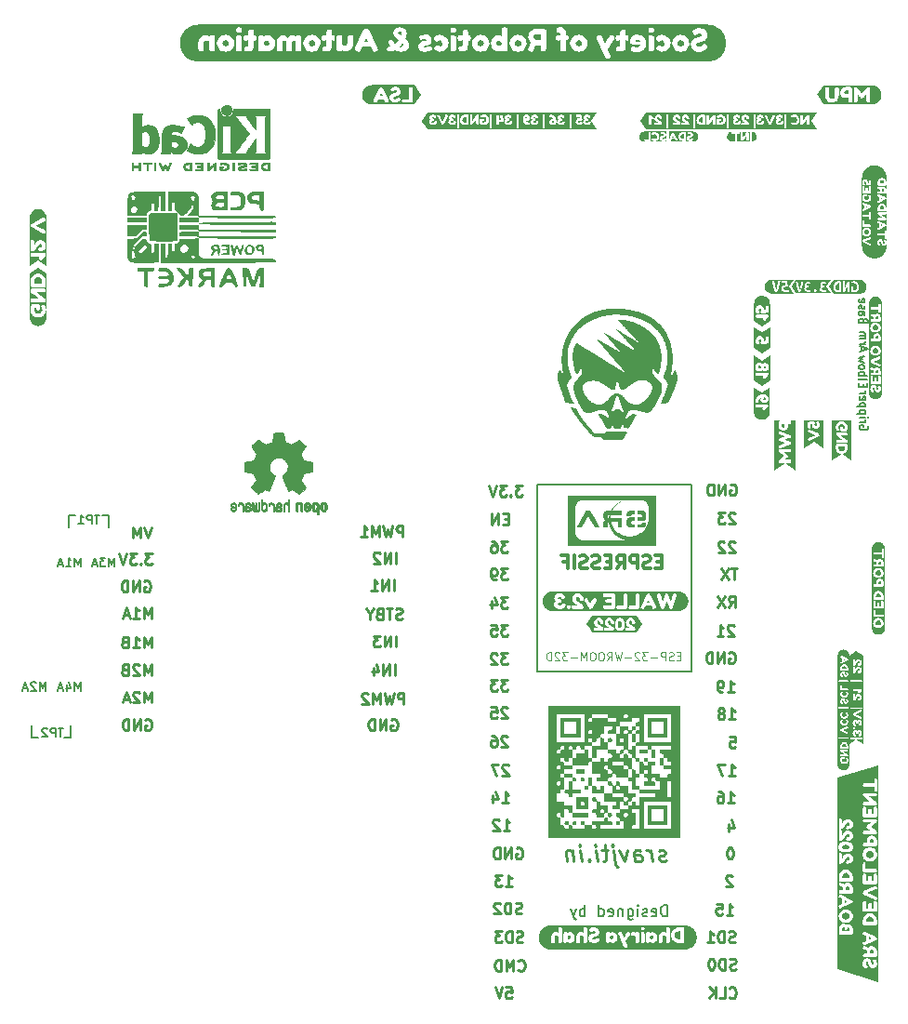
<source format=gbr>
%TF.GenerationSoftware,KiCad,Pcbnew,6.0.8-f2edbf62ab~116~ubuntu20.04.1*%
%TF.CreationDate,2022-10-27T00:05:34+05:30*%
%TF.ProjectId,sra_dev_board_2022,7372615f-6465-4765-9f62-6f6172645f32,rev?*%
%TF.SameCoordinates,Original*%
%TF.FileFunction,Legend,Bot*%
%TF.FilePolarity,Positive*%
%FSLAX46Y46*%
G04 Gerber Fmt 4.6, Leading zero omitted, Abs format (unit mm)*
G04 Created by KiCad (PCBNEW 6.0.8-f2edbf62ab~116~ubuntu20.04.1) date 2022-10-27 00:05:34*
%MOMM*%
%LPD*%
G01*
G04 APERTURE LIST*
%ADD10C,0.150000*%
%ADD11C,0.250000*%
%ADD12C,0.175000*%
%ADD13C,0.200000*%
%ADD14C,0.100000*%
%ADD15C,0.300000*%
%ADD16C,0.010000*%
G04 APERTURE END LIST*
D10*
X73400000Y-95300000D02*
X72800000Y-95300000D01*
X76400000Y-95300000D02*
X75800000Y-95300000D01*
X76400000Y-95300000D02*
X76400000Y-94200000D01*
X76200000Y-75100000D02*
X76200000Y-76200000D01*
X132904418Y-72298838D02*
X132904418Y-89298838D01*
X76200000Y-75100000D02*
X76800000Y-75100000D01*
X79800000Y-75100000D02*
X79800000Y-76200000D01*
X72800000Y-95300000D02*
X72800000Y-94200000D01*
X132904418Y-72298838D02*
X118904418Y-72298838D01*
X79200000Y-75100000D02*
X79800000Y-75100000D01*
X118904418Y-89298838D02*
X118904418Y-72298838D01*
X118904418Y-89298838D02*
X132904418Y-89298838D01*
D11*
X136876785Y-74947619D02*
X136829166Y-74900000D01*
X136733928Y-74852380D01*
X136495833Y-74852380D01*
X136400595Y-74900000D01*
X136352976Y-74947619D01*
X136305357Y-75042857D01*
X136305357Y-75138095D01*
X136352976Y-75280952D01*
X136924404Y-75852380D01*
X136305357Y-75852380D01*
X135972023Y-74852380D02*
X135352976Y-74852380D01*
X135686309Y-75233333D01*
X135543452Y-75233333D01*
X135448214Y-75280952D01*
X135400595Y-75328571D01*
X135352976Y-75423809D01*
X135352976Y-75661904D01*
X135400595Y-75757142D01*
X135448214Y-75804761D01*
X135543452Y-75852380D01*
X135829166Y-75852380D01*
X135924404Y-75804761D01*
X135972023Y-75757142D01*
D10*
X75692738Y-94461904D02*
X75235595Y-94461904D01*
X75464166Y-95261904D02*
X75464166Y-94461904D01*
X74968928Y-95261904D02*
X74968928Y-94461904D01*
X74664166Y-94461904D01*
X74587976Y-94500000D01*
X74549880Y-94538095D01*
X74511785Y-94614285D01*
X74511785Y-94728571D01*
X74549880Y-94804761D01*
X74587976Y-94842857D01*
X74664166Y-94880952D01*
X74968928Y-94880952D01*
X74207023Y-94538095D02*
X74168928Y-94500000D01*
X74092738Y-94461904D01*
X73902261Y-94461904D01*
X73826071Y-94500000D01*
X73787976Y-94538095D01*
X73749880Y-94614285D01*
X73749880Y-94690476D01*
X73787976Y-94804761D01*
X74245119Y-95261904D01*
X73749880Y-95261904D01*
D11*
X116199404Y-75428571D02*
X115866071Y-75428571D01*
X115723214Y-75952380D02*
X116199404Y-75952380D01*
X116199404Y-74952380D01*
X115723214Y-74952380D01*
X115294642Y-75952380D02*
X115294642Y-74952380D01*
X114723214Y-75952380D01*
X114723214Y-74952380D01*
X116194642Y-77452380D02*
X115575595Y-77452380D01*
X115908928Y-77833333D01*
X115766071Y-77833333D01*
X115670833Y-77880952D01*
X115623214Y-77928571D01*
X115575595Y-78023809D01*
X115575595Y-78261904D01*
X115623214Y-78357142D01*
X115670833Y-78404761D01*
X115766071Y-78452380D01*
X116051785Y-78452380D01*
X116147023Y-78404761D01*
X116194642Y-78357142D01*
X114718452Y-77452380D02*
X114908928Y-77452380D01*
X115004166Y-77500000D01*
X115051785Y-77547619D01*
X115147023Y-77690476D01*
X115194642Y-77880952D01*
X115194642Y-78261904D01*
X115147023Y-78357142D01*
X115099404Y-78404761D01*
X115004166Y-78452380D01*
X114813690Y-78452380D01*
X114718452Y-78404761D01*
X114670833Y-78357142D01*
X114623214Y-78261904D01*
X114623214Y-78023809D01*
X114670833Y-77928571D01*
X114718452Y-77880952D01*
X114813690Y-77833333D01*
X115004166Y-77833333D01*
X115099404Y-77880952D01*
X115147023Y-77928571D01*
X115194642Y-78023809D01*
X105575595Y-93700000D02*
X105670833Y-93652380D01*
X105813690Y-93652380D01*
X105956547Y-93700000D01*
X106051785Y-93795238D01*
X106099404Y-93890476D01*
X106147023Y-94080952D01*
X106147023Y-94223809D01*
X106099404Y-94414285D01*
X106051785Y-94509523D01*
X105956547Y-94604761D01*
X105813690Y-94652380D01*
X105718452Y-94652380D01*
X105575595Y-94604761D01*
X105527976Y-94557142D01*
X105527976Y-94223809D01*
X105718452Y-94223809D01*
X105099404Y-94652380D02*
X105099404Y-93652380D01*
X104527976Y-94652380D01*
X104527976Y-93652380D01*
X104051785Y-94652380D02*
X104051785Y-93652380D01*
X103813690Y-93652380D01*
X103670833Y-93700000D01*
X103575595Y-93795238D01*
X103527976Y-93890476D01*
X103480357Y-94080952D01*
X103480357Y-94223809D01*
X103527976Y-94414285D01*
X103575595Y-94509523D01*
X103670833Y-94604761D01*
X103813690Y-94652380D01*
X104051785Y-94652380D01*
X116247023Y-97847619D02*
X116199404Y-97800000D01*
X116104166Y-97752380D01*
X115866071Y-97752380D01*
X115770833Y-97800000D01*
X115723214Y-97847619D01*
X115675595Y-97942857D01*
X115675595Y-98038095D01*
X115723214Y-98180952D01*
X116294642Y-98752380D01*
X115675595Y-98752380D01*
X115342261Y-97752380D02*
X114675595Y-97752380D01*
X115104166Y-98752380D01*
X130613928Y-106497142D02*
X130480000Y-106568571D01*
X130194285Y-106568571D01*
X130042500Y-106497142D01*
X129953214Y-106354285D01*
X129944285Y-106282857D01*
X129997857Y-106140000D01*
X130131785Y-106068571D01*
X130346071Y-106068571D01*
X130480000Y-105997142D01*
X130533571Y-105854285D01*
X130524642Y-105782857D01*
X130435357Y-105640000D01*
X130283571Y-105568571D01*
X130069285Y-105568571D01*
X129935357Y-105640000D01*
X129337142Y-106568571D02*
X129212142Y-105568571D01*
X129247857Y-105854285D02*
X129158571Y-105711428D01*
X129078214Y-105640000D01*
X128926428Y-105568571D01*
X128783571Y-105568571D01*
X127765714Y-106568571D02*
X127667500Y-105782857D01*
X127721071Y-105640000D01*
X127855000Y-105568571D01*
X128140714Y-105568571D01*
X128292500Y-105640000D01*
X127756785Y-106497142D02*
X127908571Y-106568571D01*
X128265714Y-106568571D01*
X128399642Y-106497142D01*
X128453214Y-106354285D01*
X128435357Y-106211428D01*
X128346071Y-106068571D01*
X128194285Y-105997142D01*
X127837142Y-105997142D01*
X127685357Y-105925714D01*
X127069285Y-105568571D02*
X126837142Y-106568571D01*
X126355000Y-105568571D01*
X125783571Y-105568571D02*
X125944285Y-106854285D01*
X126033571Y-106997142D01*
X126185357Y-107068571D01*
X126256785Y-107068571D01*
X125721071Y-105068571D02*
X125801428Y-105140000D01*
X125738928Y-105211428D01*
X125658571Y-105140000D01*
X125721071Y-105068571D01*
X125738928Y-105211428D01*
X125283571Y-105568571D02*
X124712142Y-105568571D01*
X125006785Y-105068571D02*
X125167500Y-106354285D01*
X125113928Y-106497142D01*
X124980000Y-106568571D01*
X124837142Y-106568571D01*
X124337142Y-106568571D02*
X124212142Y-105568571D01*
X124149642Y-105068571D02*
X124230000Y-105140000D01*
X124167500Y-105211428D01*
X124087142Y-105140000D01*
X124149642Y-105068571D01*
X124167500Y-105211428D01*
X123605000Y-106425714D02*
X123542500Y-106497142D01*
X123622857Y-106568571D01*
X123685357Y-106497142D01*
X123605000Y-106425714D01*
X123622857Y-106568571D01*
X122908571Y-106568571D02*
X122783571Y-105568571D01*
X122721071Y-105068571D02*
X122801428Y-105140000D01*
X122738928Y-105211428D01*
X122658571Y-105140000D01*
X122721071Y-105068571D01*
X122738928Y-105211428D01*
X122069285Y-105568571D02*
X122194285Y-106568571D01*
X122087142Y-105711428D02*
X122006785Y-105640000D01*
X121855000Y-105568571D01*
X121640714Y-105568571D01*
X121506785Y-105640000D01*
X121453214Y-105782857D01*
X121551428Y-106568571D01*
X136624404Y-107947619D02*
X136576785Y-107900000D01*
X136481547Y-107852380D01*
X136243452Y-107852380D01*
X136148214Y-107900000D01*
X136100595Y-107947619D01*
X136052976Y-108042857D01*
X136052976Y-108138095D01*
X136100595Y-108280952D01*
X136672023Y-108852380D01*
X136052976Y-108852380D01*
X136105357Y-111452380D02*
X136676785Y-111452380D01*
X136391071Y-111452380D02*
X136391071Y-110452380D01*
X136486309Y-110595238D01*
X136581547Y-110690476D01*
X136676785Y-110738095D01*
X135200595Y-110452380D02*
X135676785Y-110452380D01*
X135724404Y-110928571D01*
X135676785Y-110880952D01*
X135581547Y-110833333D01*
X135343452Y-110833333D01*
X135248214Y-110880952D01*
X135200595Y-110928571D01*
X135152976Y-111023809D01*
X135152976Y-111261904D01*
X135200595Y-111357142D01*
X135248214Y-111404761D01*
X135343452Y-111452380D01*
X135581547Y-111452380D01*
X135676785Y-111404761D01*
X135724404Y-111357142D01*
X116194642Y-87652380D02*
X115575595Y-87652380D01*
X115908928Y-88033333D01*
X115766071Y-88033333D01*
X115670833Y-88080952D01*
X115623214Y-88128571D01*
X115575595Y-88223809D01*
X115575595Y-88461904D01*
X115623214Y-88557142D01*
X115670833Y-88604761D01*
X115766071Y-88652380D01*
X116051785Y-88652380D01*
X116147023Y-88604761D01*
X116194642Y-88557142D01*
X115194642Y-87747619D02*
X115147023Y-87700000D01*
X115051785Y-87652380D01*
X114813690Y-87652380D01*
X114718452Y-87700000D01*
X114670833Y-87747619D01*
X114623214Y-87842857D01*
X114623214Y-87938095D01*
X114670833Y-88080952D01*
X115242261Y-88652380D01*
X114623214Y-88652380D01*
D10*
X78992738Y-75061904D02*
X78535595Y-75061904D01*
X78764166Y-75861904D02*
X78764166Y-75061904D01*
X78268928Y-75861904D02*
X78268928Y-75061904D01*
X77964166Y-75061904D01*
X77887976Y-75100000D01*
X77849880Y-75138095D01*
X77811785Y-75214285D01*
X77811785Y-75328571D01*
X77849880Y-75404761D01*
X77887976Y-75442857D01*
X77964166Y-75480952D01*
X78268928Y-75480952D01*
X77049880Y-75861904D02*
X77507023Y-75861904D01*
X77278452Y-75861904D02*
X77278452Y-75061904D01*
X77354642Y-75176190D01*
X77430833Y-75252380D01*
X77507023Y-75290476D01*
D11*
X117494642Y-72352380D02*
X116875595Y-72352380D01*
X117208928Y-72733333D01*
X117066071Y-72733333D01*
X116970833Y-72780952D01*
X116923214Y-72828571D01*
X116875595Y-72923809D01*
X116875595Y-73161904D01*
X116923214Y-73257142D01*
X116970833Y-73304761D01*
X117066071Y-73352380D01*
X117351785Y-73352380D01*
X117447023Y-73304761D01*
X117494642Y-73257142D01*
X116447023Y-73257142D02*
X116399404Y-73304761D01*
X116447023Y-73352380D01*
X116494642Y-73304761D01*
X116447023Y-73257142D01*
X116447023Y-73352380D01*
X116066071Y-72352380D02*
X115447023Y-72352380D01*
X115780357Y-72733333D01*
X115637500Y-72733333D01*
X115542261Y-72780952D01*
X115494642Y-72828571D01*
X115447023Y-72923809D01*
X115447023Y-73161904D01*
X115494642Y-73257142D01*
X115542261Y-73304761D01*
X115637500Y-73352380D01*
X115923214Y-73352380D01*
X116018452Y-73304761D01*
X116066071Y-73257142D01*
X115161309Y-72352380D02*
X114827976Y-73352380D01*
X114494642Y-72352380D01*
X136976785Y-116404761D02*
X136833928Y-116452380D01*
X136595833Y-116452380D01*
X136500595Y-116404761D01*
X136452976Y-116357142D01*
X136405357Y-116261904D01*
X136405357Y-116166666D01*
X136452976Y-116071428D01*
X136500595Y-116023809D01*
X136595833Y-115976190D01*
X136786309Y-115928571D01*
X136881547Y-115880952D01*
X136929166Y-115833333D01*
X136976785Y-115738095D01*
X136976785Y-115642857D01*
X136929166Y-115547619D01*
X136881547Y-115500000D01*
X136786309Y-115452380D01*
X136548214Y-115452380D01*
X136405357Y-115500000D01*
X135976785Y-116452380D02*
X135976785Y-115452380D01*
X135738690Y-115452380D01*
X135595833Y-115500000D01*
X135500595Y-115595238D01*
X135452976Y-115690476D01*
X135405357Y-115880952D01*
X135405357Y-116023809D01*
X135452976Y-116214285D01*
X135500595Y-116309523D01*
X135595833Y-116404761D01*
X135738690Y-116452380D01*
X135976785Y-116452380D01*
X134786309Y-115452380D02*
X134691071Y-115452380D01*
X134595833Y-115500000D01*
X134548214Y-115547619D01*
X134500595Y-115642857D01*
X134452976Y-115833333D01*
X134452976Y-116071428D01*
X134500595Y-116261904D01*
X134548214Y-116357142D01*
X134595833Y-116404761D01*
X134691071Y-116452380D01*
X134786309Y-116452380D01*
X134881547Y-116404761D01*
X134929166Y-116357142D01*
X134976785Y-116261904D01*
X135024404Y-116071428D01*
X135024404Y-115833333D01*
X134976785Y-115642857D01*
X134929166Y-115547619D01*
X134881547Y-115500000D01*
X134786309Y-115452380D01*
X136362500Y-118957142D02*
X136410119Y-119004761D01*
X136552976Y-119052380D01*
X136648214Y-119052380D01*
X136791071Y-119004761D01*
X136886309Y-118909523D01*
X136933928Y-118814285D01*
X136981547Y-118623809D01*
X136981547Y-118480952D01*
X136933928Y-118290476D01*
X136886309Y-118195238D01*
X136791071Y-118100000D01*
X136648214Y-118052380D01*
X136552976Y-118052380D01*
X136410119Y-118100000D01*
X136362500Y-118147619D01*
X135457738Y-119052380D02*
X135933928Y-119052380D01*
X135933928Y-118052380D01*
X135124404Y-119052380D02*
X135124404Y-118052380D01*
X134552976Y-119052380D02*
X134981547Y-118480952D01*
X134552976Y-118052380D02*
X135124404Y-118623809D01*
X136305357Y-93652380D02*
X136876785Y-93652380D01*
X136591071Y-93652380D02*
X136591071Y-92652380D01*
X136686309Y-92795238D01*
X136781547Y-92890476D01*
X136876785Y-92938095D01*
X135733928Y-93080952D02*
X135829166Y-93033333D01*
X135876785Y-92985714D01*
X135924404Y-92890476D01*
X135924404Y-92842857D01*
X135876785Y-92747619D01*
X135829166Y-92700000D01*
X135733928Y-92652380D01*
X135543452Y-92652380D01*
X135448214Y-92700000D01*
X135400595Y-92747619D01*
X135352976Y-92842857D01*
X135352976Y-92890476D01*
X135400595Y-92985714D01*
X135448214Y-93033333D01*
X135543452Y-93080952D01*
X135733928Y-93080952D01*
X135829166Y-93128571D01*
X135876785Y-93176190D01*
X135924404Y-93271428D01*
X135924404Y-93461904D01*
X135876785Y-93557142D01*
X135829166Y-93604761D01*
X135733928Y-93652380D01*
X135543452Y-93652380D01*
X135448214Y-93604761D01*
X135400595Y-93557142D01*
X135352976Y-93461904D01*
X135352976Y-93271428D01*
X135400595Y-93176190D01*
X135448214Y-93128571D01*
X135543452Y-93080952D01*
X136348214Y-87600000D02*
X136443452Y-87552380D01*
X136586309Y-87552380D01*
X136729166Y-87600000D01*
X136824404Y-87695238D01*
X136872023Y-87790476D01*
X136919642Y-87980952D01*
X136919642Y-88123809D01*
X136872023Y-88314285D01*
X136824404Y-88409523D01*
X136729166Y-88504761D01*
X136586309Y-88552380D01*
X136491071Y-88552380D01*
X136348214Y-88504761D01*
X136300595Y-88457142D01*
X136300595Y-88123809D01*
X136491071Y-88123809D01*
X135872023Y-88552380D02*
X135872023Y-87552380D01*
X135300595Y-88552380D01*
X135300595Y-87552380D01*
X134824404Y-88552380D02*
X134824404Y-87552380D01*
X134586309Y-87552380D01*
X134443452Y-87600000D01*
X134348214Y-87695238D01*
X134300595Y-87790476D01*
X134252976Y-87980952D01*
X134252976Y-88123809D01*
X134300595Y-88314285D01*
X134348214Y-88409523D01*
X134443452Y-88504761D01*
X134586309Y-88552380D01*
X134824404Y-88552380D01*
X106699404Y-92252380D02*
X106699404Y-91252380D01*
X106318452Y-91252380D01*
X106223214Y-91300000D01*
X106175595Y-91347619D01*
X106127976Y-91442857D01*
X106127976Y-91585714D01*
X106175595Y-91680952D01*
X106223214Y-91728571D01*
X106318452Y-91776190D01*
X106699404Y-91776190D01*
X105794642Y-91252380D02*
X105556547Y-92252380D01*
X105366071Y-91538095D01*
X105175595Y-92252380D01*
X104937500Y-91252380D01*
X104556547Y-92252380D02*
X104556547Y-91252380D01*
X104223214Y-91966666D01*
X103889880Y-91252380D01*
X103889880Y-92252380D01*
X103461309Y-91347619D02*
X103413690Y-91300000D01*
X103318452Y-91252380D01*
X103080357Y-91252380D01*
X102985119Y-91300000D01*
X102937500Y-91347619D01*
X102889880Y-91442857D01*
X102889880Y-91538095D01*
X102937500Y-91680952D01*
X103508928Y-92252380D01*
X102889880Y-92252380D01*
X106547023Y-84504761D02*
X106404166Y-84552380D01*
X106166071Y-84552380D01*
X106070833Y-84504761D01*
X106023214Y-84457142D01*
X105975595Y-84361904D01*
X105975595Y-84266666D01*
X106023214Y-84171428D01*
X106070833Y-84123809D01*
X106166071Y-84076190D01*
X106356547Y-84028571D01*
X106451785Y-83980952D01*
X106499404Y-83933333D01*
X106547023Y-83838095D01*
X106547023Y-83742857D01*
X106499404Y-83647619D01*
X106451785Y-83600000D01*
X106356547Y-83552380D01*
X106118452Y-83552380D01*
X105975595Y-83600000D01*
X105689880Y-83552380D02*
X105118452Y-83552380D01*
X105404166Y-84552380D02*
X105404166Y-83552380D01*
X104451785Y-84028571D02*
X104308928Y-84076190D01*
X104261309Y-84123809D01*
X104213690Y-84219047D01*
X104213690Y-84361904D01*
X104261309Y-84457142D01*
X104308928Y-84504761D01*
X104404166Y-84552380D01*
X104785119Y-84552380D01*
X104785119Y-83552380D01*
X104451785Y-83552380D01*
X104356547Y-83600000D01*
X104308928Y-83647619D01*
X104261309Y-83742857D01*
X104261309Y-83838095D01*
X104308928Y-83933333D01*
X104356547Y-83980952D01*
X104451785Y-84028571D01*
X104785119Y-84028571D01*
X103594642Y-84076190D02*
X103594642Y-84552380D01*
X103927976Y-83552380D02*
X103594642Y-84076190D01*
X103261309Y-83552380D01*
D10*
X77268928Y-79761904D02*
X77268928Y-78961904D01*
X77002261Y-79533333D01*
X76735595Y-78961904D01*
X76735595Y-79761904D01*
X75935595Y-79761904D02*
X76392738Y-79761904D01*
X76164166Y-79761904D02*
X76164166Y-78961904D01*
X76240357Y-79076190D01*
X76316547Y-79152380D01*
X76392738Y-79190476D01*
X75630833Y-79533333D02*
X75249880Y-79533333D01*
X75707023Y-79761904D02*
X75440357Y-78961904D01*
X75173690Y-79761904D01*
D11*
X136205357Y-101252380D02*
X136776785Y-101252380D01*
X136491071Y-101252380D02*
X136491071Y-100252380D01*
X136586309Y-100395238D01*
X136681547Y-100490476D01*
X136776785Y-100538095D01*
X135348214Y-100252380D02*
X135538690Y-100252380D01*
X135633928Y-100300000D01*
X135681547Y-100347619D01*
X135776785Y-100490476D01*
X135824404Y-100680952D01*
X135824404Y-101061904D01*
X135776785Y-101157142D01*
X135729166Y-101204761D01*
X135633928Y-101252380D01*
X135443452Y-101252380D01*
X135348214Y-101204761D01*
X135300595Y-101157142D01*
X135252976Y-101061904D01*
X135252976Y-100823809D01*
X135300595Y-100728571D01*
X135348214Y-100680952D01*
X135443452Y-100633333D01*
X135633928Y-100633333D01*
X135729166Y-100680952D01*
X135776785Y-100728571D01*
X135824404Y-100823809D01*
X105899404Y-89652380D02*
X105899404Y-88652380D01*
X105423214Y-89652380D02*
X105423214Y-88652380D01*
X104851785Y-89652380D01*
X104851785Y-88652380D01*
X103947023Y-88985714D02*
X103947023Y-89652380D01*
X104185119Y-88604761D02*
X104423214Y-89319047D01*
X103804166Y-89319047D01*
X83075595Y-81100000D02*
X83170833Y-81052380D01*
X83313690Y-81052380D01*
X83456547Y-81100000D01*
X83551785Y-81195238D01*
X83599404Y-81290476D01*
X83647023Y-81480952D01*
X83647023Y-81623809D01*
X83599404Y-81814285D01*
X83551785Y-81909523D01*
X83456547Y-82004761D01*
X83313690Y-82052380D01*
X83218452Y-82052380D01*
X83075595Y-82004761D01*
X83027976Y-81957142D01*
X83027976Y-81623809D01*
X83218452Y-81623809D01*
X82599404Y-82052380D02*
X82599404Y-81052380D01*
X82027976Y-82052380D01*
X82027976Y-81052380D01*
X81551785Y-82052380D02*
X81551785Y-81052380D01*
X81313690Y-81052380D01*
X81170833Y-81100000D01*
X81075595Y-81195238D01*
X81027976Y-81290476D01*
X80980357Y-81480952D01*
X80980357Y-81623809D01*
X81027976Y-81814285D01*
X81075595Y-81909523D01*
X81170833Y-82004761D01*
X81313690Y-82052380D01*
X81551785Y-82052380D01*
X136348214Y-103185714D02*
X136348214Y-103852380D01*
X136586309Y-102804761D02*
X136824404Y-103519047D01*
X136205357Y-103519047D01*
X116147023Y-92647619D02*
X116099404Y-92600000D01*
X116004166Y-92552380D01*
X115766071Y-92552380D01*
X115670833Y-92600000D01*
X115623214Y-92647619D01*
X115575595Y-92742857D01*
X115575595Y-92838095D01*
X115623214Y-92980952D01*
X116194642Y-93552380D01*
X115575595Y-93552380D01*
X114670833Y-92552380D02*
X115147023Y-92552380D01*
X115194642Y-93028571D01*
X115147023Y-92980952D01*
X115051785Y-92933333D01*
X114813690Y-92933333D01*
X114718452Y-92980952D01*
X114670833Y-93028571D01*
X114623214Y-93123809D01*
X114623214Y-93361904D01*
X114670833Y-93457142D01*
X114718452Y-93504761D01*
X114813690Y-93552380D01*
X115051785Y-93552380D01*
X115147023Y-93504761D01*
X115194642Y-93457142D01*
X116147023Y-95247619D02*
X116099404Y-95200000D01*
X116004166Y-95152380D01*
X115766071Y-95152380D01*
X115670833Y-95200000D01*
X115623214Y-95247619D01*
X115575595Y-95342857D01*
X115575595Y-95438095D01*
X115623214Y-95580952D01*
X116194642Y-96152380D01*
X115575595Y-96152380D01*
X114718452Y-95152380D02*
X114908928Y-95152380D01*
X115004166Y-95200000D01*
X115051785Y-95247619D01*
X115147023Y-95390476D01*
X115194642Y-95580952D01*
X115194642Y-95961904D01*
X115147023Y-96057142D01*
X115099404Y-96104761D01*
X115004166Y-96152380D01*
X114813690Y-96152380D01*
X114718452Y-96104761D01*
X114670833Y-96057142D01*
X114623214Y-95961904D01*
X114623214Y-95723809D01*
X114670833Y-95628571D01*
X114718452Y-95580952D01*
X114813690Y-95533333D01*
X115004166Y-95533333D01*
X115099404Y-95580952D01*
X115147023Y-95628571D01*
X115194642Y-95723809D01*
X115775595Y-103752380D02*
X116347023Y-103752380D01*
X116061309Y-103752380D02*
X116061309Y-102752380D01*
X116156547Y-102895238D01*
X116251785Y-102990476D01*
X116347023Y-103038095D01*
X115394642Y-102847619D02*
X115347023Y-102800000D01*
X115251785Y-102752380D01*
X115013690Y-102752380D01*
X114918452Y-102800000D01*
X114870833Y-102847619D01*
X114823214Y-102942857D01*
X114823214Y-103038095D01*
X114870833Y-103180952D01*
X115442261Y-103752380D01*
X114823214Y-103752380D01*
D12*
X148436666Y-60100000D02*
X148436666Y-59766666D01*
X148208095Y-60166666D02*
X149008095Y-59933333D01*
X148208095Y-59700000D01*
X148208095Y-59466666D02*
X148741428Y-59466666D01*
X148589047Y-59466666D02*
X148665238Y-59433333D01*
X148703333Y-59400000D01*
X148741428Y-59333333D01*
X148741428Y-59266666D01*
X148208095Y-59033333D02*
X148741428Y-59033333D01*
X148665238Y-59033333D02*
X148703333Y-59000000D01*
X148741428Y-58933333D01*
X148741428Y-58833333D01*
X148703333Y-58766666D01*
X148627142Y-58733333D01*
X148208095Y-58733333D01*
X148627142Y-58733333D02*
X148703333Y-58700000D01*
X148741428Y-58633333D01*
X148741428Y-58533333D01*
X148703333Y-58466666D01*
X148627142Y-58433333D01*
X148208095Y-58433333D01*
D11*
X83699404Y-84452380D02*
X83699404Y-83452380D01*
X83366071Y-84166666D01*
X83032738Y-83452380D01*
X83032738Y-84452380D01*
X82032738Y-84452380D02*
X82604166Y-84452380D01*
X82318452Y-84452380D02*
X82318452Y-83452380D01*
X82413690Y-83595238D01*
X82508928Y-83690476D01*
X82604166Y-83738095D01*
X81651785Y-84166666D02*
X81175595Y-84166666D01*
X81747023Y-84452380D02*
X81413690Y-83452380D01*
X81080357Y-84452380D01*
X105999404Y-79452380D02*
X105999404Y-78452380D01*
X105523214Y-79452380D02*
X105523214Y-78452380D01*
X104951785Y-79452380D01*
X104951785Y-78452380D01*
X104523214Y-78547619D02*
X104475595Y-78500000D01*
X104380357Y-78452380D01*
X104142261Y-78452380D01*
X104047023Y-78500000D01*
X103999404Y-78547619D01*
X103951785Y-78642857D01*
X103951785Y-78738095D01*
X103999404Y-78880952D01*
X104570833Y-79452380D01*
X103951785Y-79452380D01*
X83742261Y-76152380D02*
X83408928Y-77152380D01*
X83075595Y-76152380D01*
X82742261Y-77152380D02*
X82742261Y-76152380D01*
X82408928Y-76866666D01*
X82075595Y-76152380D01*
X82075595Y-77152380D01*
X116194642Y-90052380D02*
X115575595Y-90052380D01*
X115908928Y-90433333D01*
X115766071Y-90433333D01*
X115670833Y-90480952D01*
X115623214Y-90528571D01*
X115575595Y-90623809D01*
X115575595Y-90861904D01*
X115623214Y-90957142D01*
X115670833Y-91004761D01*
X115766071Y-91052380D01*
X116051785Y-91052380D01*
X116147023Y-91004761D01*
X116194642Y-90957142D01*
X115242261Y-90052380D02*
X114623214Y-90052380D01*
X114956547Y-90433333D01*
X114813690Y-90433333D01*
X114718452Y-90480952D01*
X114670833Y-90528571D01*
X114623214Y-90623809D01*
X114623214Y-90861904D01*
X114670833Y-90957142D01*
X114718452Y-91004761D01*
X114813690Y-91052380D01*
X115099404Y-91052380D01*
X115194642Y-91004761D01*
X115242261Y-90957142D01*
X105999404Y-87052380D02*
X105999404Y-86052380D01*
X105523214Y-87052380D02*
X105523214Y-86052380D01*
X104951785Y-87052380D01*
X104951785Y-86052380D01*
X104570833Y-86052380D02*
X103951785Y-86052380D01*
X104285119Y-86433333D01*
X104142261Y-86433333D01*
X104047023Y-86480952D01*
X103999404Y-86528571D01*
X103951785Y-86623809D01*
X103951785Y-86861904D01*
X103999404Y-86957142D01*
X104047023Y-87004761D01*
X104142261Y-87052380D01*
X104427976Y-87052380D01*
X104523214Y-87004761D01*
X104570833Y-86957142D01*
X116975595Y-105400000D02*
X117070833Y-105352380D01*
X117213690Y-105352380D01*
X117356547Y-105400000D01*
X117451785Y-105495238D01*
X117499404Y-105590476D01*
X117547023Y-105780952D01*
X117547023Y-105923809D01*
X117499404Y-106114285D01*
X117451785Y-106209523D01*
X117356547Y-106304761D01*
X117213690Y-106352380D01*
X117118452Y-106352380D01*
X116975595Y-106304761D01*
X116927976Y-106257142D01*
X116927976Y-105923809D01*
X117118452Y-105923809D01*
X116499404Y-106352380D02*
X116499404Y-105352380D01*
X115927976Y-106352380D01*
X115927976Y-105352380D01*
X115451785Y-106352380D02*
X115451785Y-105352380D01*
X115213690Y-105352380D01*
X115070833Y-105400000D01*
X114975595Y-105495238D01*
X114927976Y-105590476D01*
X114880357Y-105780952D01*
X114880357Y-105923809D01*
X114927976Y-106114285D01*
X114975595Y-106209523D01*
X115070833Y-106304761D01*
X115213690Y-106352380D01*
X115451785Y-106352380D01*
X136305357Y-83452380D02*
X136638690Y-82976190D01*
X136876785Y-83452380D02*
X136876785Y-82452380D01*
X136495833Y-82452380D01*
X136400595Y-82500000D01*
X136352976Y-82547619D01*
X136305357Y-82642857D01*
X136305357Y-82785714D01*
X136352976Y-82880952D01*
X136400595Y-82928571D01*
X136495833Y-82976190D01*
X136876785Y-82976190D01*
X135972023Y-82452380D02*
X135305357Y-83452380D01*
X135305357Y-82452380D02*
X135972023Y-83452380D01*
X136876785Y-77547619D02*
X136829166Y-77500000D01*
X136733928Y-77452380D01*
X136495833Y-77452380D01*
X136400595Y-77500000D01*
X136352976Y-77547619D01*
X136305357Y-77642857D01*
X136305357Y-77738095D01*
X136352976Y-77880952D01*
X136924404Y-78452380D01*
X136305357Y-78452380D01*
X135924404Y-77547619D02*
X135876785Y-77500000D01*
X135781547Y-77452380D01*
X135543452Y-77452380D01*
X135448214Y-77500000D01*
X135400595Y-77547619D01*
X135352976Y-77642857D01*
X135352976Y-77738095D01*
X135400595Y-77880952D01*
X135972023Y-78452380D01*
X135352976Y-78452380D01*
X136776785Y-85147619D02*
X136729166Y-85100000D01*
X136633928Y-85052380D01*
X136395833Y-85052380D01*
X136300595Y-85100000D01*
X136252976Y-85147619D01*
X136205357Y-85242857D01*
X136205357Y-85338095D01*
X136252976Y-85480952D01*
X136824404Y-86052380D01*
X136205357Y-86052380D01*
X135252976Y-86052380D02*
X135824404Y-86052380D01*
X135538690Y-86052380D02*
X135538690Y-85052380D01*
X135633928Y-85195238D01*
X135729166Y-85290476D01*
X135824404Y-85338095D01*
X115975595Y-108852380D02*
X116547023Y-108852380D01*
X116261309Y-108852380D02*
X116261309Y-107852380D01*
X116356547Y-107995238D01*
X116451785Y-108090476D01*
X116547023Y-108138095D01*
X115642261Y-107852380D02*
X115023214Y-107852380D01*
X115356547Y-108233333D01*
X115213690Y-108233333D01*
X115118452Y-108280952D01*
X115070833Y-108328571D01*
X115023214Y-108423809D01*
X115023214Y-108661904D01*
X115070833Y-108757142D01*
X115118452Y-108804761D01*
X115213690Y-108852380D01*
X115499404Y-108852380D01*
X115594642Y-108804761D01*
X115642261Y-108757142D01*
D10*
X74068928Y-91061904D02*
X74068928Y-90261904D01*
X73802261Y-90833333D01*
X73535595Y-90261904D01*
X73535595Y-91061904D01*
X73192738Y-90338095D02*
X73154642Y-90300000D01*
X73078452Y-90261904D01*
X72887976Y-90261904D01*
X72811785Y-90300000D01*
X72773690Y-90338095D01*
X72735595Y-90414285D01*
X72735595Y-90490476D01*
X72773690Y-90604761D01*
X73230833Y-91061904D01*
X72735595Y-91061904D01*
X72430833Y-90833333D02*
X72049880Y-90833333D01*
X72507023Y-91061904D02*
X72240357Y-90261904D01*
X71973690Y-91061904D01*
D11*
X117127976Y-116457142D02*
X117175595Y-116504761D01*
X117318452Y-116552380D01*
X117413690Y-116552380D01*
X117556547Y-116504761D01*
X117651785Y-116409523D01*
X117699404Y-116314285D01*
X117747023Y-116123809D01*
X117747023Y-115980952D01*
X117699404Y-115790476D01*
X117651785Y-115695238D01*
X117556547Y-115600000D01*
X117413690Y-115552380D01*
X117318452Y-115552380D01*
X117175595Y-115600000D01*
X117127976Y-115647619D01*
X116699404Y-116552380D02*
X116699404Y-115552380D01*
X116366071Y-116266666D01*
X116032738Y-115552380D01*
X116032738Y-116552380D01*
X115556547Y-116552380D02*
X115556547Y-115552380D01*
X115318452Y-115552380D01*
X115175595Y-115600000D01*
X115080357Y-115695238D01*
X115032738Y-115790476D01*
X114985119Y-115980952D01*
X114985119Y-116123809D01*
X115032738Y-116314285D01*
X115080357Y-116409523D01*
X115175595Y-116504761D01*
X115318452Y-116552380D01*
X115556547Y-116552380D01*
X83699404Y-92142380D02*
X83699404Y-91142380D01*
X83366071Y-91856666D01*
X83032738Y-91142380D01*
X83032738Y-92142380D01*
X82604166Y-91237619D02*
X82556547Y-91190000D01*
X82461309Y-91142380D01*
X82223214Y-91142380D01*
X82127976Y-91190000D01*
X82080357Y-91237619D01*
X82032738Y-91332857D01*
X82032738Y-91428095D01*
X82080357Y-91570952D01*
X82651785Y-92142380D01*
X82032738Y-92142380D01*
X81651785Y-91856666D02*
X81175595Y-91856666D01*
X81747023Y-92142380D02*
X81413690Y-91142380D01*
X81080357Y-92142380D01*
X117547023Y-113904761D02*
X117404166Y-113952380D01*
X117166071Y-113952380D01*
X117070833Y-113904761D01*
X117023214Y-113857142D01*
X116975595Y-113761904D01*
X116975595Y-113666666D01*
X117023214Y-113571428D01*
X117070833Y-113523809D01*
X117166071Y-113476190D01*
X117356547Y-113428571D01*
X117451785Y-113380952D01*
X117499404Y-113333333D01*
X117547023Y-113238095D01*
X117547023Y-113142857D01*
X117499404Y-113047619D01*
X117451785Y-113000000D01*
X117356547Y-112952380D01*
X117118452Y-112952380D01*
X116975595Y-113000000D01*
X116547023Y-113952380D02*
X116547023Y-112952380D01*
X116308928Y-112952380D01*
X116166071Y-113000000D01*
X116070833Y-113095238D01*
X116023214Y-113190476D01*
X115975595Y-113380952D01*
X115975595Y-113523809D01*
X116023214Y-113714285D01*
X116070833Y-113809523D01*
X116166071Y-113904761D01*
X116308928Y-113952380D01*
X116547023Y-113952380D01*
X115642261Y-112952380D02*
X115023214Y-112952380D01*
X115356547Y-113333333D01*
X115213690Y-113333333D01*
X115118452Y-113380952D01*
X115070833Y-113428571D01*
X115023214Y-113523809D01*
X115023214Y-113761904D01*
X115070833Y-113857142D01*
X115118452Y-113904761D01*
X115213690Y-113952380D01*
X115499404Y-113952380D01*
X115594642Y-113904761D01*
X115642261Y-113857142D01*
X83794642Y-78552380D02*
X83175595Y-78552380D01*
X83508928Y-78933333D01*
X83366071Y-78933333D01*
X83270833Y-78980952D01*
X83223214Y-79028571D01*
X83175595Y-79123809D01*
X83175595Y-79361904D01*
X83223214Y-79457142D01*
X83270833Y-79504761D01*
X83366071Y-79552380D01*
X83651785Y-79552380D01*
X83747023Y-79504761D01*
X83794642Y-79457142D01*
X82747023Y-79457142D02*
X82699404Y-79504761D01*
X82747023Y-79552380D01*
X82794642Y-79504761D01*
X82747023Y-79457142D01*
X82747023Y-79552380D01*
X82366071Y-78552380D02*
X81747023Y-78552380D01*
X82080357Y-78933333D01*
X81937500Y-78933333D01*
X81842261Y-78980952D01*
X81794642Y-79028571D01*
X81747023Y-79123809D01*
X81747023Y-79361904D01*
X81794642Y-79457142D01*
X81842261Y-79504761D01*
X81937500Y-79552380D01*
X82223214Y-79552380D01*
X82318452Y-79504761D01*
X82366071Y-79457142D01*
X81461309Y-78552380D02*
X81127976Y-79552380D01*
X80794642Y-78552380D01*
D12*
X148577142Y-63363333D02*
X148577142Y-63130000D01*
X148158095Y-63030000D02*
X148158095Y-63363333D01*
X148958095Y-63363333D01*
X148958095Y-63030000D01*
X148158095Y-62630000D02*
X148196190Y-62696666D01*
X148272380Y-62730000D01*
X148958095Y-62730000D01*
X148158095Y-62363333D02*
X148958095Y-62363333D01*
X148653333Y-62363333D02*
X148691428Y-62296666D01*
X148691428Y-62163333D01*
X148653333Y-62096666D01*
X148615238Y-62063333D01*
X148539047Y-62030000D01*
X148310476Y-62030000D01*
X148234285Y-62063333D01*
X148196190Y-62096666D01*
X148158095Y-62163333D01*
X148158095Y-62296666D01*
X148196190Y-62363333D01*
X148158095Y-61630000D02*
X148196190Y-61696666D01*
X148234285Y-61730000D01*
X148310476Y-61763333D01*
X148539047Y-61763333D01*
X148615238Y-61730000D01*
X148653333Y-61696666D01*
X148691428Y-61630000D01*
X148691428Y-61530000D01*
X148653333Y-61463333D01*
X148615238Y-61430000D01*
X148539047Y-61396666D01*
X148310476Y-61396666D01*
X148234285Y-61430000D01*
X148196190Y-61463333D01*
X148158095Y-61530000D01*
X148158095Y-61630000D01*
X148691428Y-61163333D02*
X148158095Y-61030000D01*
X148539047Y-60896666D01*
X148158095Y-60763333D01*
X148691428Y-60630000D01*
D11*
X83175595Y-93700000D02*
X83270833Y-93652380D01*
X83413690Y-93652380D01*
X83556547Y-93700000D01*
X83651785Y-93795238D01*
X83699404Y-93890476D01*
X83747023Y-94080952D01*
X83747023Y-94223809D01*
X83699404Y-94414285D01*
X83651785Y-94509523D01*
X83556547Y-94604761D01*
X83413690Y-94652380D01*
X83318452Y-94652380D01*
X83175595Y-94604761D01*
X83127976Y-94557142D01*
X83127976Y-94223809D01*
X83318452Y-94223809D01*
X82699404Y-94652380D02*
X82699404Y-93652380D01*
X82127976Y-94652380D01*
X82127976Y-93652380D01*
X81651785Y-94652380D02*
X81651785Y-93652380D01*
X81413690Y-93652380D01*
X81270833Y-93700000D01*
X81175595Y-93795238D01*
X81127976Y-93890476D01*
X81080357Y-94080952D01*
X81080357Y-94223809D01*
X81127976Y-94414285D01*
X81175595Y-94509523D01*
X81270833Y-94604761D01*
X81413690Y-94652380D01*
X81651785Y-94652380D01*
X83699404Y-87142380D02*
X83699404Y-86142380D01*
X83366071Y-86856666D01*
X83032738Y-86142380D01*
X83032738Y-87142380D01*
X82032738Y-87142380D02*
X82604166Y-87142380D01*
X82318452Y-87142380D02*
X82318452Y-86142380D01*
X82413690Y-86285238D01*
X82508928Y-86380476D01*
X82604166Y-86428095D01*
X81270833Y-86618571D02*
X81127976Y-86666190D01*
X81080357Y-86713809D01*
X81032738Y-86809047D01*
X81032738Y-86951904D01*
X81080357Y-87047142D01*
X81127976Y-87094761D01*
X81223214Y-87142380D01*
X81604166Y-87142380D01*
X81604166Y-86142380D01*
X81270833Y-86142380D01*
X81175595Y-86190000D01*
X81127976Y-86237619D01*
X81080357Y-86332857D01*
X81080357Y-86428095D01*
X81127976Y-86523333D01*
X81175595Y-86570952D01*
X81270833Y-86618571D01*
X81604166Y-86618571D01*
X136486309Y-105352380D02*
X136391071Y-105352380D01*
X136295833Y-105400000D01*
X136248214Y-105447619D01*
X136200595Y-105542857D01*
X136152976Y-105733333D01*
X136152976Y-105971428D01*
X136200595Y-106161904D01*
X136248214Y-106257142D01*
X136295833Y-106304761D01*
X136391071Y-106352380D01*
X136486309Y-106352380D01*
X136581547Y-106304761D01*
X136629166Y-106257142D01*
X136676785Y-106161904D01*
X136724404Y-105971428D01*
X136724404Y-105733333D01*
X136676785Y-105542857D01*
X136629166Y-105447619D01*
X136581547Y-105400000D01*
X136486309Y-105352380D01*
X105799404Y-81952380D02*
X105799404Y-80952380D01*
X105323214Y-81952380D02*
X105323214Y-80952380D01*
X104751785Y-81952380D01*
X104751785Y-80952380D01*
X103751785Y-81952380D02*
X104323214Y-81952380D01*
X104037500Y-81952380D02*
X104037500Y-80952380D01*
X104132738Y-81095238D01*
X104227976Y-81190476D01*
X104323214Y-81238095D01*
D13*
X130691904Y-111582380D02*
X130691904Y-110582380D01*
X130453809Y-110582380D01*
X130310952Y-110630000D01*
X130215714Y-110725238D01*
X130168095Y-110820476D01*
X130120476Y-111010952D01*
X130120476Y-111153809D01*
X130168095Y-111344285D01*
X130215714Y-111439523D01*
X130310952Y-111534761D01*
X130453809Y-111582380D01*
X130691904Y-111582380D01*
X129310952Y-111534761D02*
X129406190Y-111582380D01*
X129596666Y-111582380D01*
X129691904Y-111534761D01*
X129739523Y-111439523D01*
X129739523Y-111058571D01*
X129691904Y-110963333D01*
X129596666Y-110915714D01*
X129406190Y-110915714D01*
X129310952Y-110963333D01*
X129263333Y-111058571D01*
X129263333Y-111153809D01*
X129739523Y-111249047D01*
X128882380Y-111534761D02*
X128787142Y-111582380D01*
X128596666Y-111582380D01*
X128501428Y-111534761D01*
X128453809Y-111439523D01*
X128453809Y-111391904D01*
X128501428Y-111296666D01*
X128596666Y-111249047D01*
X128739523Y-111249047D01*
X128834761Y-111201428D01*
X128882380Y-111106190D01*
X128882380Y-111058571D01*
X128834761Y-110963333D01*
X128739523Y-110915714D01*
X128596666Y-110915714D01*
X128501428Y-110963333D01*
X128025238Y-111582380D02*
X128025238Y-110915714D01*
X128025238Y-110582380D02*
X128072857Y-110630000D01*
X128025238Y-110677619D01*
X127977619Y-110630000D01*
X128025238Y-110582380D01*
X128025238Y-110677619D01*
X127120476Y-110915714D02*
X127120476Y-111725238D01*
X127168095Y-111820476D01*
X127215714Y-111868095D01*
X127310952Y-111915714D01*
X127453809Y-111915714D01*
X127549047Y-111868095D01*
X127120476Y-111534761D02*
X127215714Y-111582380D01*
X127406190Y-111582380D01*
X127501428Y-111534761D01*
X127549047Y-111487142D01*
X127596666Y-111391904D01*
X127596666Y-111106190D01*
X127549047Y-111010952D01*
X127501428Y-110963333D01*
X127406190Y-110915714D01*
X127215714Y-110915714D01*
X127120476Y-110963333D01*
X126644285Y-110915714D02*
X126644285Y-111582380D01*
X126644285Y-111010952D02*
X126596666Y-110963333D01*
X126501428Y-110915714D01*
X126358571Y-110915714D01*
X126263333Y-110963333D01*
X126215714Y-111058571D01*
X126215714Y-111582380D01*
X125358571Y-111534761D02*
X125453809Y-111582380D01*
X125644285Y-111582380D01*
X125739523Y-111534761D01*
X125787142Y-111439523D01*
X125787142Y-111058571D01*
X125739523Y-110963333D01*
X125644285Y-110915714D01*
X125453809Y-110915714D01*
X125358571Y-110963333D01*
X125310952Y-111058571D01*
X125310952Y-111153809D01*
X125787142Y-111249047D01*
X124453809Y-111582380D02*
X124453809Y-110582380D01*
X124453809Y-111534761D02*
X124549047Y-111582380D01*
X124739523Y-111582380D01*
X124834761Y-111534761D01*
X124882380Y-111487142D01*
X124930000Y-111391904D01*
X124930000Y-111106190D01*
X124882380Y-111010952D01*
X124834761Y-110963333D01*
X124739523Y-110915714D01*
X124549047Y-110915714D01*
X124453809Y-110963333D01*
X123215714Y-111582380D02*
X123215714Y-110582380D01*
X123215714Y-110963333D02*
X123120476Y-110915714D01*
X122930000Y-110915714D01*
X122834761Y-110963333D01*
X122787142Y-111010952D01*
X122739523Y-111106190D01*
X122739523Y-111391904D01*
X122787142Y-111487142D01*
X122834761Y-111534761D01*
X122930000Y-111582380D01*
X123120476Y-111582380D01*
X123215714Y-111534761D01*
X122406190Y-110915714D02*
X122168095Y-111582380D01*
X121930000Y-110915714D02*
X122168095Y-111582380D01*
X122263333Y-111820476D01*
X122310952Y-111868095D01*
X122406190Y-111915714D01*
D11*
X116023214Y-118052380D02*
X116499404Y-118052380D01*
X116547023Y-118528571D01*
X116499404Y-118480952D01*
X116404166Y-118433333D01*
X116166071Y-118433333D01*
X116070833Y-118480952D01*
X116023214Y-118528571D01*
X115975595Y-118623809D01*
X115975595Y-118861904D01*
X116023214Y-118957142D01*
X116070833Y-119004761D01*
X116166071Y-119052380D01*
X116404166Y-119052380D01*
X116499404Y-119004761D01*
X116547023Y-118957142D01*
X115689880Y-118052380D02*
X115356547Y-119052380D01*
X115023214Y-118052380D01*
X116194642Y-85052380D02*
X115575595Y-85052380D01*
X115908928Y-85433333D01*
X115766071Y-85433333D01*
X115670833Y-85480952D01*
X115623214Y-85528571D01*
X115575595Y-85623809D01*
X115575595Y-85861904D01*
X115623214Y-85957142D01*
X115670833Y-86004761D01*
X115766071Y-86052380D01*
X116051785Y-86052380D01*
X116147023Y-86004761D01*
X116194642Y-85957142D01*
X114670833Y-85052380D02*
X115147023Y-85052380D01*
X115194642Y-85528571D01*
X115147023Y-85480952D01*
X115051785Y-85433333D01*
X114813690Y-85433333D01*
X114718452Y-85480952D01*
X114670833Y-85528571D01*
X114623214Y-85623809D01*
X114623214Y-85861904D01*
X114670833Y-85957142D01*
X114718452Y-86004761D01*
X114813690Y-86052380D01*
X115051785Y-86052380D01*
X115147023Y-86004761D01*
X115194642Y-85957142D01*
D10*
X77268928Y-91061904D02*
X77268928Y-90261904D01*
X77002261Y-90833333D01*
X76735595Y-90261904D01*
X76735595Y-91061904D01*
X76011785Y-90528571D02*
X76011785Y-91061904D01*
X76202261Y-90223809D02*
X76392738Y-90795238D01*
X75897500Y-90795238D01*
X75630833Y-90833333D02*
X75249880Y-90833333D01*
X75707023Y-91061904D02*
X75440357Y-90261904D01*
X75173690Y-91061904D01*
D11*
X116194642Y-82552380D02*
X115575595Y-82552380D01*
X115908928Y-82933333D01*
X115766071Y-82933333D01*
X115670833Y-82980952D01*
X115623214Y-83028571D01*
X115575595Y-83123809D01*
X115575595Y-83361904D01*
X115623214Y-83457142D01*
X115670833Y-83504761D01*
X115766071Y-83552380D01*
X116051785Y-83552380D01*
X116147023Y-83504761D01*
X116194642Y-83457142D01*
X114718452Y-82885714D02*
X114718452Y-83552380D01*
X114956547Y-82504761D02*
X115194642Y-83219047D01*
X114575595Y-83219047D01*
X136400595Y-95252380D02*
X136876785Y-95252380D01*
X136924404Y-95728571D01*
X136876785Y-95680952D01*
X136781547Y-95633333D01*
X136543452Y-95633333D01*
X136448214Y-95680952D01*
X136400595Y-95728571D01*
X136352976Y-95823809D01*
X136352976Y-96061904D01*
X136400595Y-96157142D01*
X136448214Y-96204761D01*
X136543452Y-96252380D01*
X136781547Y-96252380D01*
X136876785Y-96204761D01*
X136924404Y-96157142D01*
X136205357Y-91152380D02*
X136776785Y-91152380D01*
X136491071Y-91152380D02*
X136491071Y-90152380D01*
X136586309Y-90295238D01*
X136681547Y-90390476D01*
X136776785Y-90438095D01*
X135729166Y-91152380D02*
X135538690Y-91152380D01*
X135443452Y-91104761D01*
X135395833Y-91057142D01*
X135300595Y-90914285D01*
X135252976Y-90723809D01*
X135252976Y-90342857D01*
X135300595Y-90247619D01*
X135348214Y-90200000D01*
X135443452Y-90152380D01*
X135633928Y-90152380D01*
X135729166Y-90200000D01*
X135776785Y-90247619D01*
X135824404Y-90342857D01*
X135824404Y-90580952D01*
X135776785Y-90676190D01*
X135729166Y-90723809D01*
X135633928Y-90771428D01*
X135443452Y-90771428D01*
X135348214Y-90723809D01*
X135300595Y-90676190D01*
X135252976Y-90580952D01*
X136448214Y-72300000D02*
X136543452Y-72252380D01*
X136686309Y-72252380D01*
X136829166Y-72300000D01*
X136924404Y-72395238D01*
X136972023Y-72490476D01*
X137019642Y-72680952D01*
X137019642Y-72823809D01*
X136972023Y-73014285D01*
X136924404Y-73109523D01*
X136829166Y-73204761D01*
X136686309Y-73252380D01*
X136591071Y-73252380D01*
X136448214Y-73204761D01*
X136400595Y-73157142D01*
X136400595Y-72823809D01*
X136591071Y-72823809D01*
X135972023Y-73252380D02*
X135972023Y-72252380D01*
X135400595Y-73252380D01*
X135400595Y-72252380D01*
X134924404Y-73252380D02*
X134924404Y-72252380D01*
X134686309Y-72252380D01*
X134543452Y-72300000D01*
X134448214Y-72395238D01*
X134400595Y-72490476D01*
X134352976Y-72680952D01*
X134352976Y-72823809D01*
X134400595Y-73014285D01*
X134448214Y-73109523D01*
X134543452Y-73204761D01*
X134686309Y-73252380D01*
X134924404Y-73252380D01*
X136305357Y-98752380D02*
X136876785Y-98752380D01*
X136591071Y-98752380D02*
X136591071Y-97752380D01*
X136686309Y-97895238D01*
X136781547Y-97990476D01*
X136876785Y-98038095D01*
X135972023Y-97752380D02*
X135305357Y-97752380D01*
X135733928Y-98752380D01*
X137081547Y-79952380D02*
X136510119Y-79952380D01*
X136795833Y-80952380D02*
X136795833Y-79952380D01*
X136272023Y-79952380D02*
X135605357Y-80952380D01*
X135605357Y-79952380D02*
X136272023Y-80952380D01*
X106599404Y-77052380D02*
X106599404Y-76052380D01*
X106218452Y-76052380D01*
X106123214Y-76100000D01*
X106075595Y-76147619D01*
X106027976Y-76242857D01*
X106027976Y-76385714D01*
X106075595Y-76480952D01*
X106123214Y-76528571D01*
X106218452Y-76576190D01*
X106599404Y-76576190D01*
X105694642Y-76052380D02*
X105456547Y-77052380D01*
X105266071Y-76338095D01*
X105075595Y-77052380D01*
X104837500Y-76052380D01*
X104456547Y-77052380D02*
X104456547Y-76052380D01*
X104123214Y-76766666D01*
X103789880Y-76052380D01*
X103789880Y-77052380D01*
X102789880Y-77052380D02*
X103361309Y-77052380D01*
X103075595Y-77052380D02*
X103075595Y-76052380D01*
X103170833Y-76195238D01*
X103266071Y-76290476D01*
X103361309Y-76338095D01*
D10*
X80368928Y-79761904D02*
X80368928Y-78961904D01*
X80102261Y-79533333D01*
X79835595Y-78961904D01*
X79835595Y-79761904D01*
X79530833Y-78961904D02*
X79035595Y-78961904D01*
X79302261Y-79266666D01*
X79187976Y-79266666D01*
X79111785Y-79304761D01*
X79073690Y-79342857D01*
X79035595Y-79419047D01*
X79035595Y-79609523D01*
X79073690Y-79685714D01*
X79111785Y-79723809D01*
X79187976Y-79761904D01*
X79416547Y-79761904D01*
X79492738Y-79723809D01*
X79530833Y-79685714D01*
X78730833Y-79533333D02*
X78349880Y-79533333D01*
X78807023Y-79761904D02*
X78540357Y-78961904D01*
X78273690Y-79761904D01*
D11*
X115675595Y-101252380D02*
X116247023Y-101252380D01*
X115961309Y-101252380D02*
X115961309Y-100252380D01*
X116056547Y-100395238D01*
X116151785Y-100490476D01*
X116247023Y-100538095D01*
X114818452Y-100585714D02*
X114818452Y-101252380D01*
X115056547Y-100204761D02*
X115294642Y-100919047D01*
X114675595Y-100919047D01*
X116194642Y-79952380D02*
X115575595Y-79952380D01*
X115908928Y-80333333D01*
X115766071Y-80333333D01*
X115670833Y-80380952D01*
X115623214Y-80428571D01*
X115575595Y-80523809D01*
X115575595Y-80761904D01*
X115623214Y-80857142D01*
X115670833Y-80904761D01*
X115766071Y-80952380D01*
X116051785Y-80952380D01*
X116147023Y-80904761D01*
X116194642Y-80857142D01*
X115099404Y-80952380D02*
X114908928Y-80952380D01*
X114813690Y-80904761D01*
X114766071Y-80857142D01*
X114670833Y-80714285D01*
X114623214Y-80523809D01*
X114623214Y-80142857D01*
X114670833Y-80047619D01*
X114718452Y-80000000D01*
X114813690Y-79952380D01*
X115004166Y-79952380D01*
X115099404Y-80000000D01*
X115147023Y-80047619D01*
X115194642Y-80142857D01*
X115194642Y-80380952D01*
X115147023Y-80476190D01*
X115099404Y-80523809D01*
X115004166Y-80571428D01*
X114813690Y-80571428D01*
X114718452Y-80523809D01*
X114670833Y-80476190D01*
X114623214Y-80380952D01*
X136876785Y-113904761D02*
X136733928Y-113952380D01*
X136495833Y-113952380D01*
X136400595Y-113904761D01*
X136352976Y-113857142D01*
X136305357Y-113761904D01*
X136305357Y-113666666D01*
X136352976Y-113571428D01*
X136400595Y-113523809D01*
X136495833Y-113476190D01*
X136686309Y-113428571D01*
X136781547Y-113380952D01*
X136829166Y-113333333D01*
X136876785Y-113238095D01*
X136876785Y-113142857D01*
X136829166Y-113047619D01*
X136781547Y-113000000D01*
X136686309Y-112952380D01*
X136448214Y-112952380D01*
X136305357Y-113000000D01*
X135876785Y-113952380D02*
X135876785Y-112952380D01*
X135638690Y-112952380D01*
X135495833Y-113000000D01*
X135400595Y-113095238D01*
X135352976Y-113190476D01*
X135305357Y-113380952D01*
X135305357Y-113523809D01*
X135352976Y-113714285D01*
X135400595Y-113809523D01*
X135495833Y-113904761D01*
X135638690Y-113952380D01*
X135876785Y-113952380D01*
X134352976Y-113952380D02*
X134924404Y-113952380D01*
X134638690Y-113952380D02*
X134638690Y-112952380D01*
X134733928Y-113095238D01*
X134829166Y-113190476D01*
X134924404Y-113238095D01*
X83699404Y-89642380D02*
X83699404Y-88642380D01*
X83366071Y-89356666D01*
X83032738Y-88642380D01*
X83032738Y-89642380D01*
X82604166Y-88737619D02*
X82556547Y-88690000D01*
X82461309Y-88642380D01*
X82223214Y-88642380D01*
X82127976Y-88690000D01*
X82080357Y-88737619D01*
X82032738Y-88832857D01*
X82032738Y-88928095D01*
X82080357Y-89070952D01*
X82651785Y-89642380D01*
X82032738Y-89642380D01*
X81270833Y-89118571D02*
X81127976Y-89166190D01*
X81080357Y-89213809D01*
X81032738Y-89309047D01*
X81032738Y-89451904D01*
X81080357Y-89547142D01*
X81127976Y-89594761D01*
X81223214Y-89642380D01*
X81604166Y-89642380D01*
X81604166Y-88642380D01*
X81270833Y-88642380D01*
X81175595Y-88690000D01*
X81127976Y-88737619D01*
X81080357Y-88832857D01*
X81080357Y-88928095D01*
X81127976Y-89023333D01*
X81175595Y-89070952D01*
X81270833Y-89118571D01*
X81604166Y-89118571D01*
D12*
X149010000Y-66920000D02*
X149048095Y-66986666D01*
X149048095Y-67086666D01*
X149010000Y-67186666D01*
X148933809Y-67253333D01*
X148857619Y-67286666D01*
X148705238Y-67320000D01*
X148590952Y-67320000D01*
X148438571Y-67286666D01*
X148362380Y-67253333D01*
X148286190Y-67186666D01*
X148248095Y-67086666D01*
X148248095Y-67020000D01*
X148286190Y-66920000D01*
X148324285Y-66886666D01*
X148590952Y-66886666D01*
X148590952Y-67020000D01*
X148248095Y-66586666D02*
X148781428Y-66586666D01*
X148629047Y-66586666D02*
X148705238Y-66553333D01*
X148743333Y-66520000D01*
X148781428Y-66453333D01*
X148781428Y-66386666D01*
X148248095Y-66153333D02*
X148781428Y-66153333D01*
X149048095Y-66153333D02*
X149010000Y-66186666D01*
X148971904Y-66153333D01*
X149010000Y-66120000D01*
X149048095Y-66153333D01*
X148971904Y-66153333D01*
X148781428Y-65820000D02*
X147981428Y-65820000D01*
X148743333Y-65820000D02*
X148781428Y-65753333D01*
X148781428Y-65620000D01*
X148743333Y-65553333D01*
X148705238Y-65520000D01*
X148629047Y-65486666D01*
X148400476Y-65486666D01*
X148324285Y-65520000D01*
X148286190Y-65553333D01*
X148248095Y-65620000D01*
X148248095Y-65753333D01*
X148286190Y-65820000D01*
X148781428Y-65186666D02*
X147981428Y-65186666D01*
X148743333Y-65186666D02*
X148781428Y-65120000D01*
X148781428Y-64986666D01*
X148743333Y-64920000D01*
X148705238Y-64886666D01*
X148629047Y-64853333D01*
X148400476Y-64853333D01*
X148324285Y-64886666D01*
X148286190Y-64920000D01*
X148248095Y-64986666D01*
X148248095Y-65120000D01*
X148286190Y-65186666D01*
X148286190Y-64286666D02*
X148248095Y-64353333D01*
X148248095Y-64486666D01*
X148286190Y-64553333D01*
X148362380Y-64586666D01*
X148667142Y-64586666D01*
X148743333Y-64553333D01*
X148781428Y-64486666D01*
X148781428Y-64353333D01*
X148743333Y-64286666D01*
X148667142Y-64253333D01*
X148590952Y-64253333D01*
X148514761Y-64586666D01*
X148248095Y-63953333D02*
X148781428Y-63953333D01*
X148629047Y-63953333D02*
X148705238Y-63920000D01*
X148743333Y-63886666D01*
X148781428Y-63820000D01*
X148781428Y-63753333D01*
X148587142Y-57350000D02*
X148549047Y-57250000D01*
X148510952Y-57216666D01*
X148434761Y-57183333D01*
X148320476Y-57183333D01*
X148244285Y-57216666D01*
X148206190Y-57250000D01*
X148168095Y-57316666D01*
X148168095Y-57583333D01*
X148968095Y-57583333D01*
X148968095Y-57350000D01*
X148930000Y-57283333D01*
X148891904Y-57250000D01*
X148815714Y-57216666D01*
X148739523Y-57216666D01*
X148663333Y-57250000D01*
X148625238Y-57283333D01*
X148587142Y-57350000D01*
X148587142Y-57583333D01*
X148168095Y-56583333D02*
X148587142Y-56583333D01*
X148663333Y-56616666D01*
X148701428Y-56683333D01*
X148701428Y-56816666D01*
X148663333Y-56883333D01*
X148206190Y-56583333D02*
X148168095Y-56650000D01*
X148168095Y-56816666D01*
X148206190Y-56883333D01*
X148282380Y-56916666D01*
X148358571Y-56916666D01*
X148434761Y-56883333D01*
X148472857Y-56816666D01*
X148472857Y-56650000D01*
X148510952Y-56583333D01*
X148206190Y-56283333D02*
X148168095Y-56216666D01*
X148168095Y-56083333D01*
X148206190Y-56016666D01*
X148282380Y-55983333D01*
X148320476Y-55983333D01*
X148396666Y-56016666D01*
X148434761Y-56083333D01*
X148434761Y-56183333D01*
X148472857Y-56250000D01*
X148549047Y-56283333D01*
X148587142Y-56283333D01*
X148663333Y-56250000D01*
X148701428Y-56183333D01*
X148701428Y-56083333D01*
X148663333Y-56016666D01*
X148206190Y-55416666D02*
X148168095Y-55483333D01*
X148168095Y-55616666D01*
X148206190Y-55683333D01*
X148282380Y-55716666D01*
X148587142Y-55716666D01*
X148663333Y-55683333D01*
X148701428Y-55616666D01*
X148701428Y-55483333D01*
X148663333Y-55416666D01*
X148587142Y-55383333D01*
X148510952Y-55383333D01*
X148434761Y-55716666D01*
D11*
X117447023Y-111304761D02*
X117304166Y-111352380D01*
X117066071Y-111352380D01*
X116970833Y-111304761D01*
X116923214Y-111257142D01*
X116875595Y-111161904D01*
X116875595Y-111066666D01*
X116923214Y-110971428D01*
X116970833Y-110923809D01*
X117066071Y-110876190D01*
X117256547Y-110828571D01*
X117351785Y-110780952D01*
X117399404Y-110733333D01*
X117447023Y-110638095D01*
X117447023Y-110542857D01*
X117399404Y-110447619D01*
X117351785Y-110400000D01*
X117256547Y-110352380D01*
X117018452Y-110352380D01*
X116875595Y-110400000D01*
X116447023Y-111352380D02*
X116447023Y-110352380D01*
X116208928Y-110352380D01*
X116066071Y-110400000D01*
X115970833Y-110495238D01*
X115923214Y-110590476D01*
X115875595Y-110780952D01*
X115875595Y-110923809D01*
X115923214Y-111114285D01*
X115970833Y-111209523D01*
X116066071Y-111304761D01*
X116208928Y-111352380D01*
X116447023Y-111352380D01*
X115494642Y-110447619D02*
X115447023Y-110400000D01*
X115351785Y-110352380D01*
X115113690Y-110352380D01*
X115018452Y-110400000D01*
X114970833Y-110447619D01*
X114923214Y-110542857D01*
X114923214Y-110638095D01*
X114970833Y-110780952D01*
X115542261Y-111352380D01*
X114923214Y-111352380D01*
D14*
%TO.C,U1*%
X131921108Y-87900475D02*
X131671849Y-87900475D01*
X131565024Y-88292167D02*
X131921108Y-88292167D01*
X131921108Y-87544391D01*
X131565024Y-87544391D01*
X131280157Y-88256559D02*
X131173332Y-88292167D01*
X130995290Y-88292167D01*
X130924073Y-88256559D01*
X130888465Y-88220950D01*
X130852856Y-88149734D01*
X130852856Y-88078517D01*
X130888465Y-88007300D01*
X130924073Y-87971692D01*
X130995290Y-87936083D01*
X131137723Y-87900475D01*
X131208940Y-87864867D01*
X131244548Y-87829258D01*
X131280157Y-87758041D01*
X131280157Y-87686825D01*
X131244548Y-87615608D01*
X131208940Y-87580000D01*
X131137723Y-87544391D01*
X130959681Y-87544391D01*
X130852856Y-87580000D01*
X130532381Y-88292167D02*
X130532381Y-87544391D01*
X130247514Y-87544391D01*
X130176297Y-87580000D01*
X130140689Y-87615608D01*
X130105080Y-87686825D01*
X130105080Y-87793650D01*
X130140689Y-87864867D01*
X130176297Y-87900475D01*
X130247514Y-87936083D01*
X130532381Y-87936083D01*
X129784605Y-88007300D02*
X129214871Y-88007300D01*
X128930004Y-87544391D02*
X128467095Y-87544391D01*
X128716353Y-87829258D01*
X128609528Y-87829258D01*
X128538312Y-87864867D01*
X128502703Y-87900475D01*
X128467095Y-87971692D01*
X128467095Y-88149734D01*
X128502703Y-88220950D01*
X128538312Y-88256559D01*
X128609528Y-88292167D01*
X128823179Y-88292167D01*
X128894395Y-88256559D01*
X128930004Y-88220950D01*
X128182228Y-87615608D02*
X128146619Y-87580000D01*
X128075403Y-87544391D01*
X127897361Y-87544391D01*
X127826144Y-87580000D01*
X127790536Y-87615608D01*
X127754927Y-87686825D01*
X127754927Y-87758041D01*
X127790536Y-87864867D01*
X128217836Y-88292167D01*
X127754927Y-88292167D01*
X127434452Y-88007300D02*
X126864718Y-88007300D01*
X126579851Y-87544391D02*
X126401809Y-88292167D01*
X126259375Y-87758041D01*
X126116942Y-88292167D01*
X125938900Y-87544391D01*
X125226732Y-88292167D02*
X125475991Y-87936083D01*
X125654033Y-88292167D02*
X125654033Y-87544391D01*
X125369166Y-87544391D01*
X125297949Y-87580000D01*
X125262340Y-87615608D01*
X125226732Y-87686825D01*
X125226732Y-87793650D01*
X125262340Y-87864867D01*
X125297949Y-87900475D01*
X125369166Y-87936083D01*
X125654033Y-87936083D01*
X124763823Y-87544391D02*
X124621390Y-87544391D01*
X124550173Y-87580000D01*
X124478956Y-87651216D01*
X124443348Y-87793650D01*
X124443348Y-88042908D01*
X124478956Y-88185342D01*
X124550173Y-88256559D01*
X124621390Y-88292167D01*
X124763823Y-88292167D01*
X124835040Y-88256559D01*
X124906257Y-88185342D01*
X124941865Y-88042908D01*
X124941865Y-87793650D01*
X124906257Y-87651216D01*
X124835040Y-87580000D01*
X124763823Y-87544391D01*
X123980439Y-87544391D02*
X123838005Y-87544391D01*
X123766788Y-87580000D01*
X123695572Y-87651216D01*
X123659963Y-87793650D01*
X123659963Y-88042908D01*
X123695572Y-88185342D01*
X123766788Y-88256559D01*
X123838005Y-88292167D01*
X123980439Y-88292167D01*
X124051656Y-88256559D01*
X124122872Y-88185342D01*
X124158481Y-88042908D01*
X124158481Y-87793650D01*
X124122872Y-87651216D01*
X124051656Y-87580000D01*
X123980439Y-87544391D01*
X123339488Y-88292167D02*
X123339488Y-87544391D01*
X123090229Y-88078517D01*
X122840971Y-87544391D01*
X122840971Y-88292167D01*
X122484887Y-88007300D02*
X121915153Y-88007300D01*
X121630286Y-87544391D02*
X121167377Y-87544391D01*
X121416635Y-87829258D01*
X121309810Y-87829258D01*
X121238593Y-87864867D01*
X121202985Y-87900475D01*
X121167377Y-87971692D01*
X121167377Y-88149734D01*
X121202985Y-88220950D01*
X121238593Y-88256559D01*
X121309810Y-88292167D01*
X121523460Y-88292167D01*
X121594677Y-88256559D01*
X121630286Y-88220950D01*
X120882510Y-87615608D02*
X120846901Y-87580000D01*
X120775684Y-87544391D01*
X120597643Y-87544391D01*
X120526426Y-87580000D01*
X120490817Y-87615608D01*
X120455209Y-87686825D01*
X120455209Y-87758041D01*
X120490817Y-87864867D01*
X120918118Y-88292167D01*
X120455209Y-88292167D01*
X120134734Y-88292167D02*
X120134734Y-87544391D01*
X119956692Y-87544391D01*
X119849867Y-87580000D01*
X119778650Y-87651216D01*
X119743041Y-87722433D01*
X119707433Y-87864867D01*
X119707433Y-87971692D01*
X119743041Y-88114125D01*
X119778650Y-88185342D01*
X119849867Y-88256559D01*
X119956692Y-88292167D01*
X120134734Y-88292167D01*
D15*
X130223571Y-79314285D02*
X129823571Y-79314285D01*
X129652142Y-79942857D02*
X130223571Y-79942857D01*
X130223571Y-78742857D01*
X129652142Y-78742857D01*
X129195000Y-79885714D02*
X129023571Y-79942857D01*
X128737857Y-79942857D01*
X128623571Y-79885714D01*
X128566428Y-79828571D01*
X128509285Y-79714285D01*
X128509285Y-79600000D01*
X128566428Y-79485714D01*
X128623571Y-79428571D01*
X128737857Y-79371428D01*
X128966428Y-79314285D01*
X129080714Y-79257142D01*
X129137857Y-79200000D01*
X129195000Y-79085714D01*
X129195000Y-78971428D01*
X129137857Y-78857142D01*
X129080714Y-78800000D01*
X128966428Y-78742857D01*
X128680714Y-78742857D01*
X128509285Y-78800000D01*
X127995000Y-79942857D02*
X127995000Y-78742857D01*
X127537857Y-78742857D01*
X127423571Y-78800000D01*
X127366428Y-78857142D01*
X127309285Y-78971428D01*
X127309285Y-79142857D01*
X127366428Y-79257142D01*
X127423571Y-79314285D01*
X127537857Y-79371428D01*
X127995000Y-79371428D01*
X126109285Y-79942857D02*
X126509285Y-79371428D01*
X126795000Y-79942857D02*
X126795000Y-78742857D01*
X126337857Y-78742857D01*
X126223571Y-78800000D01*
X126166428Y-78857142D01*
X126109285Y-78971428D01*
X126109285Y-79142857D01*
X126166428Y-79257142D01*
X126223571Y-79314285D01*
X126337857Y-79371428D01*
X126795000Y-79371428D01*
X125595000Y-79314285D02*
X125195000Y-79314285D01*
X125023571Y-79942857D02*
X125595000Y-79942857D01*
X125595000Y-78742857D01*
X125023571Y-78742857D01*
X124566428Y-79885714D02*
X124395000Y-79942857D01*
X124109285Y-79942857D01*
X123995000Y-79885714D01*
X123937857Y-79828571D01*
X123880714Y-79714285D01*
X123880714Y-79600000D01*
X123937857Y-79485714D01*
X123995000Y-79428571D01*
X124109285Y-79371428D01*
X124337857Y-79314285D01*
X124452142Y-79257142D01*
X124509285Y-79200000D01*
X124566428Y-79085714D01*
X124566428Y-78971428D01*
X124509285Y-78857142D01*
X124452142Y-78800000D01*
X124337857Y-78742857D01*
X124052142Y-78742857D01*
X123880714Y-78800000D01*
X123423571Y-79885714D02*
X123252142Y-79942857D01*
X122966428Y-79942857D01*
X122852142Y-79885714D01*
X122795000Y-79828571D01*
X122737857Y-79714285D01*
X122737857Y-79600000D01*
X122795000Y-79485714D01*
X122852142Y-79428571D01*
X122966428Y-79371428D01*
X123195000Y-79314285D01*
X123309285Y-79257142D01*
X123366428Y-79200000D01*
X123423571Y-79085714D01*
X123423571Y-78971428D01*
X123366428Y-78857142D01*
X123309285Y-78800000D01*
X123195000Y-78742857D01*
X122909285Y-78742857D01*
X122737857Y-78800000D01*
X122223571Y-79942857D02*
X122223571Y-78742857D01*
X121252142Y-79314285D02*
X121652142Y-79314285D01*
X121652142Y-79942857D02*
X121652142Y-78742857D01*
X121080714Y-78742857D01*
%TO.C,kibuzzard-61F7EDAC*%
G36*
X130632515Y-41042648D02*
G01*
X128610133Y-41042648D01*
X128523776Y-41034143D01*
X128440739Y-41008953D01*
X128364211Y-40968048D01*
X128312483Y-40925596D01*
X128633284Y-40925596D01*
X128638840Y-40972824D01*
X128657731Y-40997272D01*
X128715516Y-41008384D01*
X129115566Y-41008384D01*
X129177241Y-40997828D01*
X129206689Y-40966157D01*
X129213356Y-40909483D01*
X129213356Y-40323299D01*
X129285588Y-40323299D01*
X129308924Y-40384973D01*
X129350040Y-40429979D01*
X129386711Y-40444981D01*
X129443385Y-40420533D01*
X129497836Y-40392196D01*
X129567845Y-40382751D01*
X129639521Y-40395252D01*
X129710085Y-40432757D01*
X129765648Y-40501654D01*
X129782316Y-40549021D01*
X129787873Y-40602223D01*
X129782316Y-40655424D01*
X129765648Y-40702791D01*
X129708974Y-40772799D01*
X129639798Y-40809471D01*
X129567845Y-40821694D01*
X129502837Y-40812804D01*
X129458943Y-40795024D01*
X129438940Y-40780578D01*
X129385600Y-40758353D01*
X129349762Y-40773911D01*
X129311146Y-40820583D01*
X129286699Y-40882813D01*
X129301701Y-40921707D01*
X129336705Y-40949488D01*
X129375043Y-40972824D01*
X129450053Y-41001717D01*
X129505754Y-41015052D01*
X129559511Y-41019497D01*
X129612573Y-41016024D01*
X129666191Y-41005606D01*
X129720920Y-40986993D01*
X129777316Y-40958934D01*
X129831628Y-40922540D01*
X129880106Y-40878924D01*
X129921639Y-40825028D01*
X129955116Y-40757798D01*
X129957822Y-40748352D01*
X130040126Y-40748352D01*
X130047349Y-40816277D01*
X130069019Y-40875590D01*
X130102356Y-40924346D01*
X130144584Y-40960601D01*
X130205949Y-40993321D01*
X130270032Y-41012953D01*
X130336830Y-41019497D01*
X130387670Y-41016302D01*
X130435731Y-41006718D01*
X130511296Y-40975047D01*
X130561303Y-40940043D01*
X130593529Y-40906149D01*
X130603530Y-40893926D01*
X130632423Y-40830029D01*
X130620477Y-40797108D01*
X130584639Y-40755019D01*
X130525743Y-40728349D01*
X130488516Y-40742240D01*
X130439065Y-40783912D01*
X130394615Y-40820028D01*
X130341275Y-40837252D01*
X130283860Y-40827868D01*
X130249412Y-40799716D01*
X130237929Y-40752797D01*
X130266266Y-40710014D01*
X130336830Y-40685011D01*
X130380724Y-40674870D01*
X130427953Y-40660008D01*
X130475181Y-40641255D01*
X130519075Y-40619447D01*
X130557830Y-40589304D01*
X130589639Y-40545549D01*
X130610892Y-40489847D01*
X130617976Y-40423867D01*
X130609889Y-40361452D01*
X130585627Y-40304593D01*
X130545189Y-40253290D01*
X130490800Y-40212853D01*
X130424681Y-40188591D01*
X130346831Y-40180503D01*
X130283073Y-40184809D01*
X130225149Y-40197727D01*
X130149029Y-40232732D01*
X130121248Y-40253846D01*
X130086799Y-40308297D01*
X130113469Y-40369416D01*
X130151807Y-40411087D01*
X130191256Y-40424978D01*
X130249041Y-40402753D01*
X130261821Y-40391641D01*
X130279045Y-40377194D01*
X130338497Y-40362748D01*
X130398504Y-40379972D01*
X130422396Y-40427756D01*
X130394059Y-40477207D01*
X130323495Y-40502766D01*
X130279323Y-40511239D01*
X130231261Y-40523324D01*
X130183200Y-40538742D01*
X130139028Y-40557217D01*
X130100273Y-40584581D01*
X130068463Y-40626670D01*
X130047211Y-40681816D01*
X130040126Y-40748352D01*
X129957822Y-40748352D01*
X129977202Y-40680705D01*
X129984564Y-40597222D01*
X129977341Y-40514573D01*
X129955671Y-40439980D01*
X129922751Y-40375527D01*
X129881773Y-40323299D01*
X129833573Y-40280932D01*
X129778983Y-40246067D01*
X129706257Y-40212729D01*
X129633285Y-40192727D01*
X129560066Y-40186059D01*
X129507421Y-40190088D01*
X129453942Y-40202172D01*
X129372265Y-40234954D01*
X129345595Y-40250512D01*
X129314480Y-40270514D01*
X129285588Y-40323299D01*
X129213356Y-40323299D01*
X129213356Y-40291628D01*
X129211689Y-40253290D01*
X129201133Y-40223842D01*
X129171684Y-40201339D01*
X129114455Y-40193838D01*
X129052503Y-40204117D01*
X129022221Y-40234954D01*
X129016665Y-40292739D01*
X129016665Y-40843919D01*
X128714405Y-40843919D01*
X128661065Y-40852254D01*
X128638840Y-40878368D01*
X128633284Y-40925596D01*
X128312483Y-40925596D01*
X128297133Y-40912999D01*
X128242084Y-40845922D01*
X128201179Y-40769394D01*
X128175990Y-40686356D01*
X128167485Y-40600000D01*
X128175990Y-40513644D01*
X128201179Y-40430606D01*
X128242084Y-40354078D01*
X128297133Y-40287001D01*
X128364211Y-40231952D01*
X128440739Y-40191047D01*
X128523776Y-40165857D01*
X128610133Y-40157352D01*
X130632515Y-40157352D01*
X130632515Y-41042648D01*
G37*
%TO.C,kibuzzard-61F7EC33*%
G36*
X141815174Y-54260000D02*
G01*
X142237801Y-54893942D01*
X140236140Y-54893942D01*
X140112464Y-54881761D01*
X139993541Y-54845686D01*
X139883941Y-54787103D01*
X139787876Y-54708264D01*
X139709037Y-54612199D01*
X139650455Y-54502599D01*
X139614380Y-54383676D01*
X139602199Y-54260000D01*
X139614380Y-54136324D01*
X139650455Y-54017401D01*
X139709037Y-53907801D01*
X139787876Y-53811736D01*
X139852927Y-53758350D01*
X140269213Y-53758350D01*
X140290446Y-53859156D01*
X140316044Y-53971075D01*
X140345810Y-54091527D01*
X140379544Y-54217931D01*
X140404151Y-54304715D01*
X140430344Y-54392556D01*
X140458126Y-54481456D01*
X140487053Y-54569915D01*
X140516687Y-54656434D01*
X140547026Y-54741013D01*
X140748638Y-54741013D01*
X140787929Y-54624331D01*
X140829601Y-54493363D01*
X140844606Y-54444150D01*
X141128051Y-54444150D01*
X141151863Y-54570356D01*
X141224888Y-54671163D01*
X141280054Y-54709263D01*
X141347126Y-54737838D01*
X141426104Y-54755697D01*
X141516988Y-54761650D01*
X141594776Y-54756888D01*
X141670976Y-54744981D01*
X141736857Y-54728313D01*
X141782101Y-54710850D01*
X141742413Y-54548925D01*
X141653513Y-54580675D01*
X141592791Y-54591391D01*
X141518576Y-54594963D01*
X141424119Y-54582263D01*
X141365382Y-54549719D01*
X141336013Y-54504475D01*
X141328076Y-54452088D01*
X141341569Y-54376681D01*
X141395544Y-54317944D01*
X141510638Y-54279844D01*
X141596760Y-54269723D01*
X141705901Y-54266350D01*
X141691613Y-54134389D01*
X141680501Y-54005206D01*
X141672166Y-53879595D01*
X141666213Y-53758350D01*
X141164563Y-53758350D01*
X141164563Y-53920275D01*
X141502701Y-53920275D01*
X141510638Y-54026637D01*
X141518576Y-54117125D01*
X141398455Y-54133353D01*
X141300559Y-54165103D01*
X141224888Y-54212375D01*
X141171090Y-54274817D01*
X141138810Y-54352075D01*
X141128051Y-54444150D01*
X140844606Y-54444150D01*
X140857647Y-54401376D01*
X140884634Y-54309565D01*
X140910563Y-54217931D01*
X140935081Y-54128061D01*
X140957835Y-54041542D01*
X140978826Y-53958375D01*
X141005019Y-53847250D01*
X141023276Y-53758350D01*
X140816901Y-53758350D01*
X140804994Y-53840702D01*
X140788326Y-53935356D01*
X140768284Y-54037750D01*
X140746257Y-54143319D01*
X140722444Y-54249681D01*
X140697044Y-54354456D01*
X140671049Y-54453080D01*
X140645451Y-54540988D01*
X140620051Y-54454270D01*
X140594651Y-54356044D01*
X140570044Y-54251269D01*
X140547026Y-54144906D01*
X140525594Y-54039139D01*
X140505751Y-53936150D01*
X140488288Y-53840900D01*
X140474001Y-53758350D01*
X140269213Y-53758350D01*
X139852927Y-53758350D01*
X139883941Y-53732897D01*
X139993541Y-53674314D01*
X140112464Y-53638239D01*
X140236140Y-53626058D01*
X142237801Y-53626058D01*
X141815174Y-54260000D01*
G37*
%TO.C,kibuzzard-61F7FBA3*%
G36*
X73400000Y-51890685D02*
G01*
X72649747Y-52390853D01*
X72649747Y-51349982D01*
X72689435Y-51349982D01*
X72701817Y-51445708D01*
X72738965Y-51496667D01*
X72791352Y-51514765D01*
X72860885Y-51517622D01*
X73540970Y-51517622D01*
X73518110Y-51542387D01*
X73459055Y-51675737D01*
X73525730Y-51790990D01*
X73643840Y-51850997D01*
X73756235Y-51782417D01*
X74038175Y-51469997D01*
X74041985Y-51464282D01*
X74091515Y-51356650D01*
X74081990Y-51266162D01*
X74060083Y-51216632D01*
X74019125Y-51189962D01*
X73918160Y-51180437D01*
X72857075Y-51180437D01*
X72791352Y-51183295D01*
X72740870Y-51201392D01*
X72702294Y-51251875D01*
X72689435Y-51349982D01*
X72649747Y-51349982D01*
X72649747Y-50888972D01*
X72689435Y-50888972D01*
X72740870Y-51007082D01*
X72860885Y-51056612D01*
X72959707Y-51038753D01*
X73050432Y-50985175D01*
X73130919Y-50906355D01*
X73199022Y-50812772D01*
X73260459Y-50711807D01*
X73320942Y-50610842D01*
X73384998Y-50517259D01*
X73457150Y-50438440D01*
X73535731Y-50384861D01*
X73619075Y-50367002D01*
X73667653Y-50380337D01*
X73719088Y-50409865D01*
X73756235Y-50460347D01*
X73773380Y-50555597D01*
X73728613Y-50661325D01*
X73640030Y-50711807D01*
X73596215Y-50719427D01*
X73584785Y-50719427D01*
X73521920Y-50722285D01*
X73474295Y-50740382D01*
X73440005Y-50791817D01*
X73428575Y-50888972D01*
X73446673Y-50995176D01*
X73500965Y-51047087D01*
X73598120Y-51056612D01*
X73725649Y-51040843D01*
X73844077Y-50993535D01*
X73953403Y-50914690D01*
X74040715Y-50810338D01*
X74093103Y-50686513D01*
X74110565Y-50543215D01*
X74092891Y-50399810D01*
X74039868Y-50275668D01*
X73951498Y-50170787D01*
X73840478Y-50091412D01*
X73719511Y-50043787D01*
X73588595Y-50027912D01*
X73482868Y-50039818D01*
X73382855Y-50075537D01*
X73295225Y-50127925D01*
X73226645Y-50189837D01*
X73121394Y-50323187D01*
X73057100Y-50441297D01*
X73038050Y-50488922D01*
X73028525Y-50488922D01*
X73028525Y-50140307D01*
X73010427Y-50028865D01*
X72955182Y-49984097D01*
X72858027Y-49972667D01*
X72761825Y-49985050D01*
X72712295Y-50026007D01*
X72689435Y-50144117D01*
X72689435Y-50888972D01*
X72649747Y-50888972D01*
X72649747Y-48724892D01*
X72695150Y-48724892D01*
X72720867Y-48815380D01*
X72788495Y-48879197D01*
X73855295Y-49404977D01*
X73946735Y-49433552D01*
X74010553Y-49405453D01*
X74068655Y-49321157D01*
X74101040Y-49224955D01*
X74093420Y-49174472D01*
X74066750Y-49142087D01*
X74016268Y-49110655D01*
X73962928Y-49085175D01*
X73858153Y-49037312D01*
X73723612Y-48976114D01*
X73580975Y-48910630D01*
X73438338Y-48844907D01*
X73303797Y-48782995D01*
X73202118Y-48736084D01*
X73158065Y-48715367D01*
X73992455Y-48334367D01*
X74049605Y-48307697D01*
X74101040Y-48223877D01*
X74068655Y-48111482D01*
X74010553Y-48027186D01*
X73946735Y-47999087D01*
X73855295Y-48027662D01*
X72788495Y-48553442D01*
X72720867Y-48617260D01*
X72695150Y-48705842D01*
X72695150Y-48724892D01*
X72649747Y-48724892D01*
X72649747Y-47959400D01*
X72664163Y-47813033D01*
X72706857Y-47672290D01*
X72776188Y-47542582D01*
X72869491Y-47428891D01*
X72983182Y-47335587D01*
X73112891Y-47266257D01*
X73253633Y-47223563D01*
X73400000Y-47209147D01*
X73546367Y-47223563D01*
X73687109Y-47266257D01*
X73816818Y-47335587D01*
X73930509Y-47428891D01*
X74023812Y-47542582D01*
X74093143Y-47672290D01*
X74135837Y-47813033D01*
X74150253Y-47959400D01*
X74150253Y-52390853D01*
X73400000Y-51890685D01*
G37*
%TO.C,G\u002A\u002A\u002A*%
G36*
X121001432Y-95357588D02*
G01*
X121001432Y-94997305D01*
X121361715Y-94997305D01*
X122442566Y-94997305D01*
X122442566Y-93916454D01*
X121361715Y-93916454D01*
X121361715Y-94997305D01*
X121001432Y-94997305D01*
X121001432Y-93556170D01*
X122802850Y-93556170D01*
X122802850Y-95357588D01*
X121001432Y-95357588D01*
G37*
G36*
X124158921Y-99686511D02*
G01*
X124229106Y-99733540D01*
X124243985Y-99861134D01*
X124249503Y-99956212D01*
X124296532Y-100026397D01*
X124424127Y-100041276D01*
X124519205Y-100035758D01*
X124589390Y-99988729D01*
X124604268Y-99861134D01*
X124609787Y-99766056D01*
X124656816Y-99695871D01*
X124784410Y-99680993D01*
X124964552Y-99680993D01*
X124964552Y-100401560D01*
X123883701Y-100401560D01*
X123883701Y-99680993D01*
X124063843Y-99680993D01*
X124158921Y-99686511D01*
G37*
G36*
X126320623Y-102929064D02*
G01*
X126390808Y-102976093D01*
X126405687Y-103103688D01*
X126400168Y-103198766D01*
X126353139Y-103268950D01*
X126225545Y-103283829D01*
X126130467Y-103278311D01*
X126060282Y-103231282D01*
X126045403Y-103103688D01*
X126050922Y-103008609D01*
X126097951Y-102938425D01*
X126225545Y-102923546D01*
X126320623Y-102929064D01*
G37*
G36*
X125504978Y-102202978D02*
G01*
X125600056Y-102208497D01*
X125670241Y-102255526D01*
X125685120Y-102383120D01*
X125679601Y-102478198D01*
X125632572Y-102548383D01*
X125504978Y-102563262D01*
X125409900Y-102557743D01*
X125339715Y-102510715D01*
X125324836Y-102383120D01*
X125319317Y-102288042D01*
X125272288Y-102217857D01*
X125144694Y-102202978D01*
X125049616Y-102208497D01*
X124979431Y-102255526D01*
X124964552Y-102383120D01*
X124964552Y-102563262D01*
X124243985Y-102563262D01*
X124243985Y-102383120D01*
X124238466Y-102288042D01*
X124191437Y-102217857D01*
X124063843Y-102202978D01*
X123968765Y-102197460D01*
X123898580Y-102150431D01*
X123883701Y-102022837D01*
X124604268Y-102022837D01*
X124609787Y-102117915D01*
X124656816Y-102188099D01*
X124784410Y-102202978D01*
X124879488Y-102197460D01*
X124949673Y-102150431D01*
X124964552Y-102022837D01*
X124959033Y-101927758D01*
X124912005Y-101857574D01*
X124784410Y-101842695D01*
X124689332Y-101848213D01*
X124619147Y-101895242D01*
X124604268Y-102022837D01*
X123883701Y-102022837D01*
X123889220Y-101927758D01*
X123936249Y-101857574D01*
X124063843Y-101842695D01*
X124243985Y-101842695D01*
X124243985Y-101122127D01*
X124063843Y-101122127D01*
X123968765Y-101116609D01*
X123898580Y-101069580D01*
X123883701Y-100941985D01*
X123889220Y-100846907D01*
X123936249Y-100776723D01*
X124063843Y-100761844D01*
X124158921Y-100767362D01*
X124229106Y-100814391D01*
X124243985Y-100941985D01*
X124249503Y-101037064D01*
X124296532Y-101107248D01*
X124424127Y-101122127D01*
X124519205Y-101127646D01*
X124589390Y-101174675D01*
X124604268Y-101302269D01*
X124604268Y-101482411D01*
X125324836Y-101482411D01*
X125324836Y-102202978D01*
X125504978Y-102202978D01*
G37*
G36*
X122357503Y-102929064D02*
G01*
X122427687Y-102976093D01*
X122442566Y-103103688D01*
X122437048Y-103198766D01*
X122390019Y-103268950D01*
X122262424Y-103283829D01*
X122167346Y-103278311D01*
X122097162Y-103231282D01*
X122082283Y-103103688D01*
X122087801Y-103008609D01*
X122134830Y-102938425D01*
X122262424Y-102923546D01*
X122357503Y-102929064D01*
G37*
G36*
X128842609Y-97164525D02*
G01*
X128912794Y-97211554D01*
X128927673Y-97339149D01*
X128922154Y-97434227D01*
X128875125Y-97504411D01*
X128747531Y-97519290D01*
X128652453Y-97513772D01*
X128582268Y-97466743D01*
X128567389Y-97339149D01*
X128572908Y-97244070D01*
X128619936Y-97173886D01*
X128747531Y-97159007D01*
X128842609Y-97164525D01*
G37*
G36*
X123163134Y-98600141D02*
G01*
X122442566Y-98600141D01*
X122442566Y-98239858D01*
X123163134Y-98239858D01*
X123163134Y-98600141D01*
G37*
G36*
X119860533Y-104424728D02*
G01*
X119860533Y-102383120D01*
X120641148Y-102383120D01*
X120646667Y-102478198D01*
X120693695Y-102548383D01*
X120821290Y-102563262D01*
X121001432Y-102563262D01*
X121001432Y-103283829D01*
X121181573Y-103283829D01*
X121276652Y-103289348D01*
X121346836Y-103336377D01*
X121361715Y-103463971D01*
X121367234Y-103559049D01*
X121414263Y-103629234D01*
X121541857Y-103644113D01*
X121636935Y-103638594D01*
X121707120Y-103591566D01*
X121721999Y-103463971D01*
X121727518Y-103368893D01*
X121774546Y-103298708D01*
X121902141Y-103283829D01*
X121997219Y-103289348D01*
X122067404Y-103336377D01*
X122082283Y-103463971D01*
X122082283Y-103644113D01*
X123163134Y-103644113D01*
X123163134Y-103283829D01*
X123883701Y-103283829D01*
X123883701Y-103463971D01*
X123889220Y-103559049D01*
X123936249Y-103629234D01*
X124063843Y-103644113D01*
X124158921Y-103638594D01*
X124229106Y-103591566D01*
X124243985Y-103463971D01*
X124238466Y-103368893D01*
X124191437Y-103298708D01*
X124063843Y-103283829D01*
X123968765Y-103278311D01*
X123898580Y-103231282D01*
X123883701Y-103103688D01*
X123883701Y-102923546D01*
X124964552Y-102923546D01*
X124964552Y-102743404D01*
X124970071Y-102648326D01*
X125017100Y-102578141D01*
X125144694Y-102563262D01*
X125239772Y-102568781D01*
X125309957Y-102615809D01*
X125324836Y-102743404D01*
X125330355Y-102838482D01*
X125377383Y-102908667D01*
X125504978Y-102923546D01*
X125600056Y-102929064D01*
X125670241Y-102976093D01*
X125685120Y-103103688D01*
X125685120Y-103283829D01*
X124604268Y-103283829D01*
X124604268Y-103644113D01*
X126765971Y-103644113D01*
X127486538Y-103644113D01*
X128207105Y-103644113D01*
X128567389Y-103644113D01*
X131089375Y-103644113D01*
X131089375Y-101122127D01*
X128567389Y-101122127D01*
X128567389Y-103644113D01*
X128207105Y-103644113D01*
X128207105Y-101842695D01*
X127486538Y-101842695D01*
X127486538Y-102022837D01*
X127492057Y-102117915D01*
X127539085Y-102188099D01*
X127666680Y-102202978D01*
X127846822Y-102202978D01*
X127846822Y-103283829D01*
X127666680Y-103283829D01*
X127571602Y-103289348D01*
X127501417Y-103336377D01*
X127486538Y-103463971D01*
X127486538Y-103644113D01*
X126765971Y-103644113D01*
X126765971Y-102923546D01*
X126585829Y-102923546D01*
X126490751Y-102918027D01*
X126420566Y-102870998D01*
X126405687Y-102743404D01*
X126400168Y-102648326D01*
X126353139Y-102578141D01*
X126225545Y-102563262D01*
X126130467Y-102557743D01*
X126060282Y-102510715D01*
X126045403Y-102383120D01*
X126765971Y-102383120D01*
X126771489Y-102478198D01*
X126818518Y-102548383D01*
X126946112Y-102563262D01*
X127041191Y-102557743D01*
X127111375Y-102510715D01*
X127126254Y-102383120D01*
X127120736Y-102288042D01*
X127073707Y-102217857D01*
X126946112Y-102202978D01*
X126851034Y-102208497D01*
X126780850Y-102255526D01*
X126765971Y-102383120D01*
X126045403Y-102383120D01*
X126050922Y-102288042D01*
X126097951Y-102217857D01*
X126225545Y-102202978D01*
X126320623Y-102197460D01*
X126390808Y-102150431D01*
X126405687Y-102022837D01*
X126405687Y-101842695D01*
X127126254Y-101842695D01*
X127126254Y-101662553D01*
X127131773Y-101567475D01*
X127178802Y-101497290D01*
X127306396Y-101482411D01*
X127401474Y-101476892D01*
X127471659Y-101429864D01*
X127486538Y-101302269D01*
X127492057Y-101207191D01*
X127539085Y-101137006D01*
X127666680Y-101122127D01*
X127761758Y-101127646D01*
X127831943Y-101174675D01*
X127846822Y-101302269D01*
X127852340Y-101397347D01*
X127899369Y-101467532D01*
X128026963Y-101482411D01*
X128207105Y-101482411D01*
X128207105Y-100761844D01*
X129648240Y-100761844D01*
X130729091Y-100761844D01*
X131089375Y-100761844D01*
X131089375Y-99320709D01*
X130729091Y-99320709D01*
X130729091Y-100761844D01*
X129648240Y-100761844D01*
X129648240Y-100401560D01*
X128207105Y-100401560D01*
X128207105Y-100041276D01*
X130008524Y-100041276D01*
X130008524Y-99320709D01*
X129828382Y-99320709D01*
X129733304Y-99315190D01*
X129663119Y-99268161D01*
X129648240Y-99140567D01*
X129642721Y-99045489D01*
X129595693Y-98975304D01*
X129468098Y-98960425D01*
X129373020Y-98965944D01*
X129302835Y-99012973D01*
X129287956Y-99140567D01*
X129293475Y-99235645D01*
X129340504Y-99305830D01*
X129468098Y-99320709D01*
X129563176Y-99326228D01*
X129633361Y-99373256D01*
X129648240Y-99500851D01*
X129648240Y-99680993D01*
X128567389Y-99680993D01*
X128567389Y-99500851D01*
X128572908Y-99405773D01*
X128619936Y-99335588D01*
X128747531Y-99320709D01*
X128842609Y-99315190D01*
X128912794Y-99268161D01*
X128927673Y-99140567D01*
X128922154Y-99045489D01*
X128875125Y-98975304D01*
X128747531Y-98960425D01*
X128652453Y-98954906D01*
X128582268Y-98907878D01*
X128567389Y-98780283D01*
X128572908Y-98685205D01*
X128619936Y-98615020D01*
X128747531Y-98600141D01*
X128842609Y-98594623D01*
X128912794Y-98547594D01*
X128927673Y-98420000D01*
X128922154Y-98324922D01*
X128875125Y-98254737D01*
X128747531Y-98239858D01*
X128652453Y-98245376D01*
X128582268Y-98292405D01*
X128567389Y-98420000D01*
X128561870Y-98515078D01*
X128514842Y-98585263D01*
X128387247Y-98600141D01*
X128207105Y-98600141D01*
X128207105Y-97519290D01*
X128387247Y-97519290D01*
X128482325Y-97524809D01*
X128552510Y-97571838D01*
X128567389Y-97699432D01*
X128572908Y-97794510D01*
X128619936Y-97864695D01*
X128747531Y-97879574D01*
X128842609Y-97874055D01*
X128912794Y-97827027D01*
X128927673Y-97699432D01*
X128927673Y-97519290D01*
X129648240Y-97519290D01*
X129648240Y-97699432D01*
X129642721Y-97794510D01*
X129595693Y-97864695D01*
X129468098Y-97879574D01*
X129287956Y-97879574D01*
X129287956Y-98600141D01*
X130008524Y-98600141D01*
X130008524Y-98960425D01*
X130729091Y-98960425D01*
X130729091Y-98780283D01*
X130734610Y-98685205D01*
X130781639Y-98615020D01*
X130909233Y-98600141D01*
X131004311Y-98594623D01*
X131074496Y-98547594D01*
X131089375Y-98420000D01*
X131089375Y-98239858D01*
X130368807Y-98239858D01*
X130368807Y-97879574D01*
X131089375Y-97879574D01*
X131089375Y-97699432D01*
X131083856Y-97604354D01*
X131036827Y-97534169D01*
X130909233Y-97519290D01*
X130814155Y-97513772D01*
X130743970Y-97466743D01*
X130729091Y-97339149D01*
X130723572Y-97244070D01*
X130676544Y-97173886D01*
X130548949Y-97159007D01*
X130453871Y-97153488D01*
X130383686Y-97106459D01*
X130368807Y-96978865D01*
X130363289Y-96883787D01*
X130316260Y-96813602D01*
X130188666Y-96798723D01*
X130093588Y-96793204D01*
X130023403Y-96746176D01*
X130008524Y-96618581D01*
X130008524Y-96438439D01*
X131089375Y-96438439D01*
X131089375Y-96078156D01*
X129287956Y-96078156D01*
X129287956Y-96258298D01*
X129282438Y-96353376D01*
X129235409Y-96423560D01*
X129107815Y-96438439D01*
X129012736Y-96432921D01*
X128942552Y-96385892D01*
X128927673Y-96258298D01*
X128927673Y-96078156D01*
X127846822Y-96078156D01*
X127846822Y-95898014D01*
X127852340Y-95802936D01*
X127899369Y-95732751D01*
X128026963Y-95717872D01*
X128207105Y-95717872D01*
X128567389Y-95717872D01*
X131089375Y-95717872D01*
X131089375Y-93195886D01*
X128567389Y-93195886D01*
X128567389Y-95717872D01*
X128207105Y-95717872D01*
X128207105Y-94997305D01*
X128026963Y-94997305D01*
X127931885Y-94991786D01*
X127861701Y-94944757D01*
X127846822Y-94817163D01*
X127852340Y-94722085D01*
X127899369Y-94651900D01*
X128026963Y-94637021D01*
X128122042Y-94631502D01*
X128192226Y-94584473D01*
X128207105Y-94456879D01*
X128201587Y-94361801D01*
X128154558Y-94291616D01*
X128026963Y-94276737D01*
X127931885Y-94271219D01*
X127861701Y-94224190D01*
X127846822Y-94096595D01*
X127852340Y-94001517D01*
X127899369Y-93931332D01*
X128026963Y-93916454D01*
X128122042Y-93910935D01*
X128192226Y-93863906D01*
X128207105Y-93736312D01*
X128207105Y-93556170D01*
X127486538Y-93556170D01*
X127486538Y-93916454D01*
X126405687Y-93916454D01*
X126405687Y-94096595D01*
X126400168Y-94191673D01*
X126353139Y-94261858D01*
X126225545Y-94276737D01*
X126045403Y-94276737D01*
X126045403Y-94997305D01*
X125324836Y-94997305D01*
X125324836Y-94817163D01*
X125330355Y-94722085D01*
X125377383Y-94651900D01*
X125504978Y-94637021D01*
X125600056Y-94631502D01*
X125670241Y-94584473D01*
X125685120Y-94456879D01*
X125685120Y-94276737D01*
X124964552Y-94276737D01*
X124964552Y-94997305D01*
X124784410Y-94997305D01*
X124689332Y-95002823D01*
X124619147Y-95049852D01*
X124604268Y-95177446D01*
X124598750Y-95272525D01*
X124551721Y-95342709D01*
X124424127Y-95357588D01*
X124329049Y-95363107D01*
X124258864Y-95410136D01*
X124243985Y-95537730D01*
X124238466Y-95632808D01*
X124191437Y-95702993D01*
X124063843Y-95717872D01*
X123968765Y-95712353D01*
X123898580Y-95665325D01*
X123883701Y-95537730D01*
X123878182Y-95442652D01*
X123831154Y-95372467D01*
X123703559Y-95357588D01*
X123608481Y-95363107D01*
X123538296Y-95410136D01*
X123523417Y-95537730D01*
X123528936Y-95632808D01*
X123575965Y-95702993D01*
X123703559Y-95717872D01*
X123798637Y-95723391D01*
X123868822Y-95770419D01*
X123883701Y-95898014D01*
X123883701Y-96078156D01*
X123163134Y-96078156D01*
X123163134Y-96258298D01*
X123157615Y-96353376D01*
X123110586Y-96423560D01*
X122982992Y-96438439D01*
X122887914Y-96432921D01*
X122817729Y-96385892D01*
X122802850Y-96258298D01*
X122797331Y-96163219D01*
X122750303Y-96093035D01*
X122622708Y-96078156D01*
X122527630Y-96083674D01*
X122457445Y-96130703D01*
X122442566Y-96258298D01*
X122437048Y-96353376D01*
X122390019Y-96423560D01*
X122262424Y-96438439D01*
X122167346Y-96432921D01*
X122097162Y-96385892D01*
X122082283Y-96258298D01*
X122076764Y-96163219D01*
X122029735Y-96093035D01*
X121902141Y-96078156D01*
X121807063Y-96083674D01*
X121736878Y-96130703D01*
X121721999Y-96258298D01*
X121727518Y-96353376D01*
X121774546Y-96423560D01*
X121902141Y-96438439D01*
X122082283Y-96438439D01*
X122082283Y-97159007D01*
X121902141Y-97159007D01*
X121807063Y-97164525D01*
X121736878Y-97211554D01*
X121721999Y-97339149D01*
X121716480Y-97434227D01*
X121669452Y-97504411D01*
X121541857Y-97519290D01*
X121446779Y-97513772D01*
X121376594Y-97466743D01*
X121361715Y-97339149D01*
X121356197Y-97244070D01*
X121309168Y-97173886D01*
X121181573Y-97159007D01*
X121086495Y-97164525D01*
X121016311Y-97211554D01*
X121001432Y-97339149D01*
X121006950Y-97434227D01*
X121053979Y-97504411D01*
X121181573Y-97519290D01*
X121276652Y-97524809D01*
X121346836Y-97571838D01*
X121361715Y-97699432D01*
X121361715Y-97879574D01*
X122082283Y-97879574D01*
X122082283Y-98239858D01*
X121361715Y-98239858D01*
X121361715Y-98420000D01*
X121356197Y-98515078D01*
X121309168Y-98585263D01*
X121181573Y-98600141D01*
X121086495Y-98605660D01*
X121016311Y-98652689D01*
X121001432Y-98780283D01*
X121006950Y-98875361D01*
X121053979Y-98945546D01*
X121181573Y-98960425D01*
X121361715Y-98960425D01*
X121361715Y-100041276D01*
X121181573Y-100041276D01*
X121086495Y-100046795D01*
X121016311Y-100093824D01*
X121001432Y-100221418D01*
X120995913Y-100316496D01*
X120948884Y-100386681D01*
X120821290Y-100401560D01*
X120641148Y-100401560D01*
X120641148Y-101122127D01*
X121361715Y-101122127D01*
X121361715Y-101482411D01*
X122082283Y-101482411D01*
X122082283Y-102202978D01*
X121902141Y-102202978D01*
X121807063Y-102197460D01*
X121736878Y-102150431D01*
X121721999Y-102022837D01*
X121716480Y-101927758D01*
X121669452Y-101857574D01*
X121541857Y-101842695D01*
X121361715Y-101842695D01*
X121361715Y-102563262D01*
X121181573Y-102563262D01*
X121086495Y-102557743D01*
X121016311Y-102510715D01*
X121001432Y-102383120D01*
X120995913Y-102288042D01*
X120948884Y-102217857D01*
X120821290Y-102202978D01*
X120726212Y-102208497D01*
X120656027Y-102255526D01*
X120641148Y-102383120D01*
X119860533Y-102383120D01*
X119860533Y-99500851D01*
X120641148Y-99500851D01*
X120646667Y-99595929D01*
X120693695Y-99666114D01*
X120821290Y-99680993D01*
X120916368Y-99675474D01*
X120986553Y-99628445D01*
X121001432Y-99500851D01*
X120995913Y-99405773D01*
X120948884Y-99335588D01*
X120821290Y-99320709D01*
X120726212Y-99326228D01*
X120656027Y-99373256D01*
X120641148Y-99500851D01*
X119860533Y-99500851D01*
X119860533Y-98059716D01*
X120641148Y-98059716D01*
X120646667Y-98154794D01*
X120693695Y-98224979D01*
X120821290Y-98239858D01*
X120916368Y-98234339D01*
X120986553Y-98187310D01*
X121001432Y-98059716D01*
X120995913Y-97964638D01*
X120948884Y-97894453D01*
X120821290Y-97879574D01*
X120726212Y-97885093D01*
X120656027Y-97932122D01*
X120641148Y-98059716D01*
X119860533Y-98059716D01*
X119860533Y-96618581D01*
X120641148Y-96618581D01*
X120646667Y-96713659D01*
X120693695Y-96783844D01*
X120821290Y-96798723D01*
X120916368Y-96793204D01*
X120986553Y-96746176D01*
X121001432Y-96618581D01*
X121006950Y-96523503D01*
X121053979Y-96453318D01*
X121181573Y-96438439D01*
X121276652Y-96432921D01*
X121346836Y-96385892D01*
X121361715Y-96258298D01*
X121356197Y-96163219D01*
X121309168Y-96093035D01*
X121181573Y-96078156D01*
X121086495Y-96083674D01*
X121016311Y-96130703D01*
X121001432Y-96258298D01*
X120995913Y-96353376D01*
X120948884Y-96423560D01*
X120821290Y-96438439D01*
X120726212Y-96443958D01*
X120656027Y-96490987D01*
X120641148Y-96618581D01*
X119860533Y-96618581D01*
X119860533Y-95717872D01*
X120641148Y-95717872D01*
X123163134Y-95717872D01*
X123163134Y-94817163D01*
X123523417Y-94817163D01*
X123528936Y-94912241D01*
X123575965Y-94982426D01*
X123703559Y-94997305D01*
X123798637Y-94991786D01*
X123868822Y-94944757D01*
X123883701Y-94817163D01*
X123878182Y-94722085D01*
X123831154Y-94651900D01*
X123703559Y-94637021D01*
X123608481Y-94642540D01*
X123538296Y-94689568D01*
X123523417Y-94817163D01*
X123163134Y-94817163D01*
X123163134Y-93736312D01*
X123523417Y-93736312D01*
X123528936Y-93831390D01*
X123575965Y-93901575D01*
X123703559Y-93916454D01*
X125324836Y-93916454D01*
X126045403Y-93916454D01*
X126045403Y-93556170D01*
X125324836Y-93556170D01*
X125324836Y-93916454D01*
X123703559Y-93916454D01*
X123798637Y-93910935D01*
X123868822Y-93863906D01*
X123883701Y-93736312D01*
X123883701Y-93556170D01*
X125324836Y-93556170D01*
X125324836Y-93376028D01*
X126765971Y-93376028D01*
X126771489Y-93471106D01*
X126818518Y-93541291D01*
X126946112Y-93556170D01*
X127041191Y-93550651D01*
X127111375Y-93503622D01*
X127126254Y-93376028D01*
X127120736Y-93280950D01*
X127073707Y-93210765D01*
X126946112Y-93195886D01*
X126851034Y-93201405D01*
X126780850Y-93248434D01*
X126765971Y-93376028D01*
X125324836Y-93376028D01*
X125324836Y-93195886D01*
X123883701Y-93195886D01*
X123883701Y-93376028D01*
X123878182Y-93471106D01*
X123831154Y-93541291D01*
X123703559Y-93556170D01*
X123608481Y-93561689D01*
X123538296Y-93608717D01*
X123523417Y-93736312D01*
X123163134Y-93736312D01*
X123163134Y-93195886D01*
X120641148Y-93195886D01*
X120641148Y-95717872D01*
X119860533Y-95717872D01*
X119860533Y-92415272D01*
X131869989Y-92415272D01*
X131869989Y-104424728D01*
X119860533Y-104424728D01*
G37*
G36*
X122082283Y-98780283D02*
G01*
X122087801Y-98875361D01*
X122134830Y-98945546D01*
X122262424Y-98960425D01*
X122357503Y-98965944D01*
X122427687Y-99012973D01*
X122442566Y-99140567D01*
X122437048Y-99235645D01*
X122390019Y-99305830D01*
X122262424Y-99320709D01*
X122082283Y-99320709D01*
X122082283Y-100041276D01*
X122802850Y-100041276D01*
X122802850Y-100401560D01*
X122082283Y-100401560D01*
X122082283Y-100581702D01*
X122076764Y-100676780D01*
X122029735Y-100746965D01*
X121902141Y-100761844D01*
X121807063Y-100756325D01*
X121736878Y-100709296D01*
X121721999Y-100581702D01*
X121716480Y-100486624D01*
X121669452Y-100416439D01*
X121541857Y-100401560D01*
X121446779Y-100396041D01*
X121376594Y-100349012D01*
X121361715Y-100221418D01*
X121367234Y-100126340D01*
X121414263Y-100056155D01*
X121541857Y-100041276D01*
X121721999Y-100041276D01*
X121721999Y-99320709D01*
X121902141Y-99320709D01*
X121997219Y-99315190D01*
X122067404Y-99268161D01*
X122082283Y-99140567D01*
X122082283Y-98960425D01*
X121361715Y-98960425D01*
X121361715Y-98600141D01*
X122082283Y-98600141D01*
X122082283Y-98780283D01*
G37*
G36*
X129648240Y-97159007D02*
G01*
X129287956Y-97159007D01*
X129287956Y-96438439D01*
X129648240Y-96438439D01*
X129648240Y-97159007D01*
G37*
G36*
X130368807Y-97879574D02*
G01*
X130008524Y-97879574D01*
X130008524Y-97159007D01*
X130368807Y-97159007D01*
X130368807Y-97879574D01*
G37*
G36*
X123078070Y-98965944D02*
G01*
X123148255Y-99012973D01*
X123163134Y-99140567D01*
X123157615Y-99235645D01*
X123110586Y-99305830D01*
X122982992Y-99320709D01*
X122887914Y-99315190D01*
X122817729Y-99268161D01*
X122802850Y-99140567D01*
X122808369Y-99045489D01*
X122855397Y-98975304D01*
X122982992Y-98960425D01*
X123078070Y-98965944D01*
G37*
G36*
X128927673Y-95357588D02*
G01*
X128927673Y-94997305D01*
X129287956Y-94997305D01*
X130368807Y-94997305D01*
X130368807Y-93916454D01*
X129287956Y-93916454D01*
X129287956Y-94997305D01*
X128927673Y-94997305D01*
X128927673Y-93556170D01*
X130729091Y-93556170D01*
X130729091Y-95357588D01*
X128927673Y-95357588D01*
G37*
G36*
X123523417Y-102563262D02*
G01*
X122082283Y-102563262D01*
X122082283Y-102202978D01*
X123523417Y-102202978D01*
X123523417Y-102563262D01*
G37*
G36*
X128927673Y-96798723D02*
G01*
X128207105Y-96798723D01*
X128207105Y-96438439D01*
X128927673Y-96438439D01*
X128927673Y-96798723D01*
G37*
G36*
X128927673Y-103283829D02*
G01*
X128927673Y-102923546D01*
X129287956Y-102923546D01*
X130368807Y-102923546D01*
X130368807Y-101842695D01*
X129287956Y-101842695D01*
X129287956Y-102923546D01*
X128927673Y-102923546D01*
X128927673Y-101482411D01*
X130729091Y-101482411D01*
X130729091Y-103283829D01*
X128927673Y-103283829D01*
G37*
G36*
X123883701Y-99680993D02*
G01*
X123703559Y-99680993D01*
X123608481Y-99686511D01*
X123538296Y-99733540D01*
X123523417Y-99861134D01*
X123517899Y-99956212D01*
X123470870Y-100026397D01*
X123343276Y-100041276D01*
X123248197Y-100035758D01*
X123178013Y-99988729D01*
X123163134Y-99861134D01*
X123168652Y-99766056D01*
X123215681Y-99695871D01*
X123343276Y-99680993D01*
X123523417Y-99680993D01*
X123523417Y-98960425D01*
X123883701Y-98960425D01*
X123883701Y-99680993D01*
G37*
G36*
X122442566Y-101842695D02*
G01*
X122442566Y-101302269D01*
X122802850Y-101302269D01*
X122808369Y-101397347D01*
X122855397Y-101467532D01*
X122982992Y-101482411D01*
X123078070Y-101476892D01*
X123148255Y-101429864D01*
X123163134Y-101302269D01*
X123157615Y-101207191D01*
X123110586Y-101137006D01*
X122982992Y-101122127D01*
X122887914Y-101127646D01*
X122817729Y-101174675D01*
X122802850Y-101302269D01*
X122442566Y-101302269D01*
X122442566Y-100761844D01*
X123523417Y-100761844D01*
X123523417Y-101842695D01*
X122442566Y-101842695D01*
G37*
G36*
X121636935Y-102929064D02*
G01*
X121707120Y-102976093D01*
X121721999Y-103103688D01*
X121716480Y-103198766D01*
X121669452Y-103268950D01*
X121541857Y-103283829D01*
X121446779Y-103278311D01*
X121376594Y-103231282D01*
X121361715Y-103103688D01*
X121367234Y-103008609D01*
X121414263Y-102938425D01*
X121541857Y-102923546D01*
X121636935Y-102929064D01*
G37*
G36*
X123078070Y-102929064D02*
G01*
X123148255Y-102976093D01*
X123163134Y-103103688D01*
X123157615Y-103198766D01*
X123110586Y-103268950D01*
X122982992Y-103283829D01*
X122887914Y-103278311D01*
X122817729Y-103231282D01*
X122802850Y-103103688D01*
X122808369Y-103008609D01*
X122855397Y-102938425D01*
X122982992Y-102923546D01*
X123078070Y-102929064D01*
G37*
G36*
X127306396Y-96438439D02*
G01*
X127401474Y-96432921D01*
X127471659Y-96385892D01*
X127486538Y-96258298D01*
X127492057Y-96163219D01*
X127539085Y-96093035D01*
X127666680Y-96078156D01*
X127846822Y-96078156D01*
X127846822Y-97159007D01*
X128026963Y-97159007D01*
X128122042Y-97164525D01*
X128192226Y-97211554D01*
X128207105Y-97339149D01*
X128201587Y-97434227D01*
X128154558Y-97504411D01*
X128026963Y-97519290D01*
X127931885Y-97513772D01*
X127861701Y-97466743D01*
X127846822Y-97339149D01*
X127841303Y-97244070D01*
X127794274Y-97173886D01*
X127666680Y-97159007D01*
X127486538Y-97159007D01*
X127486538Y-98239858D01*
X127666680Y-98239858D01*
X127761758Y-98245376D01*
X127831943Y-98292405D01*
X127846822Y-98420000D01*
X127852340Y-98515078D01*
X127899369Y-98585263D01*
X128026963Y-98600141D01*
X128122042Y-98605660D01*
X128192226Y-98652689D01*
X128207105Y-98780283D01*
X128201587Y-98875361D01*
X128154558Y-98945546D01*
X128026963Y-98960425D01*
X127846822Y-98960425D01*
X127846822Y-99680993D01*
X128026963Y-99680993D01*
X128122042Y-99686511D01*
X128192226Y-99733540D01*
X128207105Y-99861134D01*
X128207105Y-100041276D01*
X127486538Y-100041276D01*
X127486538Y-99320709D01*
X127306396Y-99320709D01*
X127211318Y-99315190D01*
X127141133Y-99268161D01*
X127126254Y-99140567D01*
X127126254Y-98960425D01*
X126045403Y-98960425D01*
X126045403Y-98780283D01*
X126039885Y-98685205D01*
X125992856Y-98615020D01*
X125865261Y-98600141D01*
X125770183Y-98605660D01*
X125699998Y-98652689D01*
X125685120Y-98780283D01*
X125679601Y-98875361D01*
X125632572Y-98945546D01*
X125504978Y-98960425D01*
X125409900Y-98965944D01*
X125339715Y-99012973D01*
X125324836Y-99140567D01*
X125330355Y-99235645D01*
X125377383Y-99305830D01*
X125504978Y-99320709D01*
X125600056Y-99326228D01*
X125670241Y-99373256D01*
X125685120Y-99500851D01*
X125690638Y-99595929D01*
X125737667Y-99666114D01*
X125865261Y-99680993D01*
X125960339Y-99675474D01*
X126030524Y-99628445D01*
X126045403Y-99500851D01*
X126050922Y-99405773D01*
X126097951Y-99335588D01*
X126225545Y-99320709D01*
X126320623Y-99326228D01*
X126390808Y-99373256D01*
X126405687Y-99500851D01*
X126405687Y-99680993D01*
X127126254Y-99680993D01*
X127126254Y-100401560D01*
X127846822Y-100401560D01*
X127846822Y-100581702D01*
X127841303Y-100676780D01*
X127794274Y-100746965D01*
X127666680Y-100761844D01*
X127571602Y-100767362D01*
X127501417Y-100814391D01*
X127486538Y-100941985D01*
X127481019Y-101037064D01*
X127433991Y-101107248D01*
X127306396Y-101122127D01*
X127211318Y-101127646D01*
X127141133Y-101174675D01*
X127126254Y-101302269D01*
X127120736Y-101397347D01*
X127073707Y-101467532D01*
X126946112Y-101482411D01*
X126851034Y-101476892D01*
X126780850Y-101429864D01*
X126765971Y-101302269D01*
X126760452Y-101207191D01*
X126713423Y-101137006D01*
X126585829Y-101122127D01*
X126405687Y-101122127D01*
X126405687Y-101842695D01*
X125685120Y-101842695D01*
X125685120Y-101662553D01*
X125690638Y-101567475D01*
X125737667Y-101497290D01*
X125865261Y-101482411D01*
X125960339Y-101476892D01*
X126030524Y-101429864D01*
X126045403Y-101302269D01*
X126045403Y-101122127D01*
X124964552Y-101122127D01*
X124964552Y-100761844D01*
X125685120Y-100761844D01*
X126765971Y-100761844D01*
X126765971Y-100941985D01*
X126771489Y-101037064D01*
X126818518Y-101107248D01*
X126946112Y-101122127D01*
X127041191Y-101116609D01*
X127111375Y-101069580D01*
X127126254Y-100941985D01*
X127120736Y-100846907D01*
X127073707Y-100776723D01*
X126946112Y-100761844D01*
X126851034Y-100756325D01*
X126780850Y-100709296D01*
X126765971Y-100581702D01*
X126765971Y-100401560D01*
X125685120Y-100401560D01*
X125685120Y-100761844D01*
X124964552Y-100761844D01*
X124964552Y-100401560D01*
X125685120Y-100401560D01*
X125685120Y-99861134D01*
X126045403Y-99861134D01*
X126050922Y-99956212D01*
X126097951Y-100026397D01*
X126225545Y-100041276D01*
X126320623Y-100035758D01*
X126390808Y-99988729D01*
X126405687Y-99861134D01*
X126400168Y-99766056D01*
X126353139Y-99695871D01*
X126225545Y-99680993D01*
X126130467Y-99686511D01*
X126060282Y-99733540D01*
X126045403Y-99861134D01*
X125685120Y-99861134D01*
X125685120Y-99680993D01*
X125504978Y-99680993D01*
X125409900Y-99675474D01*
X125339715Y-99628445D01*
X125324836Y-99500851D01*
X125324836Y-99320709D01*
X124243985Y-99320709D01*
X124243985Y-99140567D01*
X124249503Y-99045489D01*
X124296532Y-98975304D01*
X124424127Y-98960425D01*
X124519205Y-98954906D01*
X124589390Y-98907878D01*
X124604268Y-98780283D01*
X124604268Y-98600141D01*
X123883701Y-98600141D01*
X123883701Y-98059716D01*
X124964552Y-98059716D01*
X124970071Y-98154794D01*
X125017100Y-98224979D01*
X125144694Y-98239858D01*
X125239772Y-98245376D01*
X125309957Y-98292405D01*
X125324836Y-98420000D01*
X125330355Y-98515078D01*
X125377383Y-98585263D01*
X125504978Y-98600141D01*
X125600056Y-98594623D01*
X125670241Y-98547594D01*
X125685120Y-98420000D01*
X125679601Y-98324922D01*
X125632572Y-98254737D01*
X125504978Y-98239858D01*
X125409900Y-98234339D01*
X125339715Y-98187310D01*
X125324836Y-98059716D01*
X125319317Y-97964638D01*
X125272288Y-97894453D01*
X125144694Y-97879574D01*
X125685120Y-97879574D01*
X126765971Y-97879574D01*
X126765971Y-98059716D01*
X126771489Y-98154794D01*
X126818518Y-98224979D01*
X126946112Y-98239858D01*
X127126254Y-98239858D01*
X127126254Y-98960425D01*
X127486538Y-98960425D01*
X127486538Y-98239858D01*
X127306396Y-98239858D01*
X127211318Y-98234339D01*
X127141133Y-98187310D01*
X127126254Y-98059716D01*
X127120736Y-97964638D01*
X127073707Y-97894453D01*
X126946112Y-97879574D01*
X126851034Y-97874055D01*
X126780850Y-97827027D01*
X126765971Y-97699432D01*
X126765971Y-97519290D01*
X125685120Y-97519290D01*
X125685120Y-97879574D01*
X125144694Y-97879574D01*
X125049616Y-97885093D01*
X124979431Y-97932122D01*
X124964552Y-98059716D01*
X123883701Y-98059716D01*
X123883701Y-97519290D01*
X123703559Y-97519290D01*
X123608481Y-97524809D01*
X123538296Y-97571838D01*
X123523417Y-97699432D01*
X123523417Y-97879574D01*
X122082283Y-97879574D01*
X122082283Y-97159007D01*
X122262424Y-97159007D01*
X122357503Y-97153488D01*
X122427687Y-97106459D01*
X122442566Y-96978865D01*
X122442566Y-96798723D01*
X123163134Y-96798723D01*
X123163134Y-96618581D01*
X123168652Y-96523503D01*
X123215681Y-96453318D01*
X123343276Y-96438439D01*
X123523417Y-96438439D01*
X123523417Y-97159007D01*
X123883701Y-97159007D01*
X123883701Y-96078156D01*
X124604268Y-96078156D01*
X124604268Y-95357588D01*
X124784410Y-95357588D01*
X124879488Y-95363107D01*
X124949673Y-95410136D01*
X124964552Y-95537730D01*
X124970071Y-95632808D01*
X125017100Y-95702993D01*
X125144694Y-95717872D01*
X125239772Y-95712353D01*
X125309957Y-95665325D01*
X125324836Y-95537730D01*
X125330355Y-95442652D01*
X125377383Y-95372467D01*
X125504978Y-95357588D01*
X125600056Y-95363107D01*
X125670241Y-95410136D01*
X125685120Y-95537730D01*
X125679601Y-95632808D01*
X125632572Y-95702993D01*
X125504978Y-95717872D01*
X125324836Y-95717872D01*
X125324836Y-96438439D01*
X124243985Y-96438439D01*
X124243985Y-97159007D01*
X124063843Y-97159007D01*
X123968765Y-97164525D01*
X123898580Y-97211554D01*
X123883701Y-97339149D01*
X123883701Y-97519290D01*
X124604268Y-97519290D01*
X124604268Y-97339149D01*
X124609787Y-97244070D01*
X124656816Y-97173886D01*
X124784410Y-97159007D01*
X124879488Y-97164525D01*
X124949673Y-97211554D01*
X124964552Y-97339149D01*
X124970071Y-97434227D01*
X125017100Y-97504411D01*
X125144694Y-97519290D01*
X125239772Y-97513772D01*
X125309957Y-97466743D01*
X125324836Y-97339149D01*
X125330355Y-97244070D01*
X125377383Y-97173886D01*
X125504978Y-97159007D01*
X125600056Y-97153488D01*
X125670241Y-97106459D01*
X125685120Y-96978865D01*
X126405687Y-96978865D01*
X126411206Y-97073943D01*
X126458234Y-97144128D01*
X126585829Y-97159007D01*
X126680907Y-97153488D01*
X126751092Y-97106459D01*
X126765971Y-96978865D01*
X126771489Y-96883787D01*
X126818518Y-96813602D01*
X126946112Y-96798723D01*
X127041191Y-96804242D01*
X127111375Y-96851270D01*
X127126254Y-96978865D01*
X127131773Y-97073943D01*
X127178802Y-97144128D01*
X127306396Y-97159007D01*
X127401474Y-97153488D01*
X127471659Y-97106459D01*
X127486538Y-96978865D01*
X127481019Y-96883787D01*
X127433991Y-96813602D01*
X127306396Y-96798723D01*
X127211318Y-96793204D01*
X127141133Y-96746176D01*
X127126254Y-96618581D01*
X127120736Y-96523503D01*
X127073707Y-96453318D01*
X126946112Y-96438439D01*
X126851034Y-96443958D01*
X126780850Y-96490987D01*
X126765971Y-96618581D01*
X126760452Y-96713659D01*
X126713423Y-96783844D01*
X126585829Y-96798723D01*
X126490751Y-96804242D01*
X126420566Y-96851270D01*
X126405687Y-96978865D01*
X125685120Y-96978865D01*
X125679601Y-96883787D01*
X125632572Y-96813602D01*
X125504978Y-96798723D01*
X125409900Y-96793204D01*
X125339715Y-96746176D01*
X125324836Y-96618581D01*
X125324836Y-96438439D01*
X126045403Y-96438439D01*
X126045403Y-96618581D01*
X126050922Y-96713659D01*
X126097951Y-96783844D01*
X126225545Y-96798723D01*
X126320623Y-96793204D01*
X126390808Y-96746176D01*
X126405687Y-96618581D01*
X126411206Y-96523503D01*
X126458234Y-96453318D01*
X126585829Y-96438439D01*
X126680907Y-96432921D01*
X126751092Y-96385892D01*
X126765971Y-96258298D01*
X126765971Y-96078156D01*
X126045403Y-96078156D01*
X126045403Y-95537730D01*
X126405687Y-95537730D01*
X126411206Y-95632808D01*
X126458234Y-95702993D01*
X126585829Y-95717872D01*
X126680907Y-95712353D01*
X126751092Y-95665325D01*
X126765971Y-95537730D01*
X126760452Y-95442652D01*
X126713423Y-95372467D01*
X126585829Y-95357588D01*
X126490751Y-95363107D01*
X126420566Y-95410136D01*
X126405687Y-95537730D01*
X126045403Y-95537730D01*
X126045403Y-94997305D01*
X126405687Y-94997305D01*
X126405687Y-94817163D01*
X126765971Y-94817163D01*
X126771489Y-94912241D01*
X126818518Y-94982426D01*
X126946112Y-94997305D01*
X127041191Y-94991786D01*
X127111375Y-94944757D01*
X127126254Y-94817163D01*
X127120736Y-94722085D01*
X127073707Y-94651900D01*
X126946112Y-94637021D01*
X126851034Y-94642540D01*
X126780850Y-94689568D01*
X126765971Y-94817163D01*
X126405687Y-94817163D01*
X126405687Y-94276737D01*
X127126254Y-94276737D01*
X127126254Y-94456879D01*
X127131773Y-94551957D01*
X127178802Y-94622142D01*
X127306396Y-94637021D01*
X127401474Y-94631502D01*
X127471659Y-94584473D01*
X127486538Y-94456879D01*
X127492057Y-94361801D01*
X127539085Y-94291616D01*
X127666680Y-94276737D01*
X127761758Y-94282256D01*
X127831943Y-94329285D01*
X127846822Y-94456879D01*
X127841303Y-94551957D01*
X127794274Y-94622142D01*
X127666680Y-94637021D01*
X127571602Y-94642540D01*
X127501417Y-94689568D01*
X127486538Y-94817163D01*
X127492057Y-94912241D01*
X127539085Y-94982426D01*
X127666680Y-94997305D01*
X127846822Y-94997305D01*
X127846822Y-95717872D01*
X127486538Y-95717872D01*
X127486538Y-94997305D01*
X127126254Y-94997305D01*
X127126254Y-96438439D01*
X127306396Y-96438439D01*
G37*
%TO.C,kibuzzard-620D3ACF*%
G36*
X144955209Y-66462698D02*
G01*
X144955209Y-68952056D01*
X144060097Y-68355315D01*
X143164985Y-68952056D01*
X143164985Y-68156957D01*
X143522173Y-68156957D01*
X143546461Y-68241253D01*
X143590038Y-68304475D01*
X143637901Y-68325550D01*
X143706481Y-68304118D01*
X144506581Y-67909783D01*
X144557302Y-67861920D01*
X144576590Y-67795483D01*
X144576590Y-67781196D01*
X144557302Y-67713330D01*
X144506581Y-67665467D01*
X143706481Y-67271132D01*
X143637901Y-67249701D01*
X143590038Y-67270775D01*
X143546461Y-67333997D01*
X143522173Y-67406149D01*
X143527888Y-67444011D01*
X143547890Y-67468299D01*
X143585752Y-67491874D01*
X143625757Y-67510983D01*
X143704338Y-67546881D01*
X143805244Y-67592779D01*
X143912221Y-67641893D01*
X144019199Y-67691185D01*
X144120105Y-67737619D01*
X144196364Y-67772802D01*
X144229404Y-67788340D01*
X143603611Y-68074090D01*
X143560749Y-68094092D01*
X143522173Y-68156957D01*
X143164985Y-68156957D01*
X143164985Y-66693917D01*
X143527888Y-66693917D01*
X143529316Y-66911087D01*
X143529316Y-67045389D01*
X143531459Y-67095396D01*
X143545033Y-67132543D01*
X143583609Y-67161475D01*
X143659333Y-67171119D01*
X143728270Y-67162190D01*
X143763631Y-67135401D01*
X143777204Y-67100396D01*
X143779348Y-67053962D01*
X143779348Y-66803931D01*
X143887933Y-66789643D01*
X143885075Y-66839649D01*
X143896426Y-66927121D01*
X143930478Y-67008560D01*
X143987231Y-67083966D01*
X144060415Y-67144291D01*
X144143758Y-67180486D01*
X144237262Y-67192551D01*
X144331242Y-67181121D01*
X144416014Y-67146831D01*
X144491580Y-67089681D01*
X144550714Y-67015544D01*
X144586195Y-66930296D01*
X144598021Y-66833934D01*
X144590560Y-66748209D01*
X144568176Y-66668199D01*
X144530870Y-66593904D01*
X144503724Y-66558186D01*
X144493723Y-66546756D01*
X144407998Y-66492463D01*
X144315129Y-66545327D01*
X144267980Y-66628194D01*
X144313700Y-66723921D01*
X144343704Y-66813218D01*
X144316558Y-66907515D01*
X144241548Y-66938233D01*
X144165825Y-66904658D01*
X144137964Y-66828219D01*
X144163681Y-66759639D01*
X144196543Y-66681773D01*
X144169396Y-66591761D01*
X144125820Y-66525324D01*
X144090815Y-66509608D01*
X144024021Y-66516752D01*
X143860786Y-66538183D01*
X143700052Y-66559972D01*
X143640759Y-66568187D01*
X143610755Y-66578188D01*
X143572179Y-66598905D01*
X143541461Y-66636053D01*
X143527888Y-66693917D01*
X143164985Y-66693917D01*
X143164985Y-66462698D01*
X144955209Y-66462698D01*
G37*
%TO.C,REF\u002A\u002A*%
G36*
X86927261Y-41377363D02*
G01*
X86923632Y-41452202D01*
X86916022Y-41514401D01*
X86903688Y-41570984D01*
X86859313Y-41697076D01*
X86796400Y-41811679D01*
X86716238Y-41912568D01*
X86619740Y-41998924D01*
X86507822Y-42069932D01*
X86381397Y-42124776D01*
X86241378Y-42162638D01*
X86205149Y-42168351D01*
X86126155Y-42174313D01*
X86037841Y-42174646D01*
X85948075Y-42169659D01*
X85864722Y-42159666D01*
X85795651Y-42144978D01*
X85709187Y-42114749D01*
X85599286Y-42060057D01*
X85501956Y-41992543D01*
X85439867Y-41941556D01*
X85436605Y-42037622D01*
X85433343Y-42133689D01*
X85010450Y-42133689D01*
X84999543Y-42133686D01*
X84905056Y-42133380D01*
X84818331Y-42132616D01*
X84741837Y-42131451D01*
X84678043Y-42129942D01*
X84629418Y-42128147D01*
X84598433Y-42126121D01*
X84587556Y-42123922D01*
X84587578Y-42123463D01*
X84594614Y-42107910D01*
X84610434Y-42085071D01*
X84614734Y-42079638D01*
X84625777Y-42065606D01*
X84635311Y-42052186D01*
X84643461Y-42037722D01*
X84650352Y-42020556D01*
X84656111Y-41999034D01*
X84660862Y-41971498D01*
X84664731Y-41936292D01*
X84667844Y-41891760D01*
X84670325Y-41836246D01*
X84672300Y-41768093D01*
X84673894Y-41685645D01*
X84675234Y-41587246D01*
X84676444Y-41471239D01*
X84676896Y-41420462D01*
X85479378Y-41420462D01*
X85524048Y-41476973D01*
X85536785Y-41492212D01*
X85583604Y-41534844D01*
X85644255Y-41570672D01*
X85654897Y-41575850D01*
X85693676Y-41592745D01*
X85728692Y-41602909D01*
X85768722Y-41608325D01*
X85822541Y-41610978D01*
X85840648Y-41611383D01*
X85916011Y-41608540D01*
X85976743Y-41596620D01*
X86028452Y-41574037D01*
X86076746Y-41539211D01*
X86081803Y-41534798D01*
X86130272Y-41479160D01*
X86158459Y-41415333D01*
X86167752Y-41340282D01*
X86160520Y-41268693D01*
X86135796Y-41205645D01*
X86091249Y-41147758D01*
X86036319Y-41100808D01*
X85963894Y-41060961D01*
X85877340Y-41033263D01*
X85774670Y-41017096D01*
X85653894Y-41011842D01*
X85645007Y-41011857D01*
X85589660Y-41012655D01*
X85542736Y-41014488D01*
X85508953Y-41017111D01*
X85493028Y-41020274D01*
X85488943Y-41026741D01*
X85484572Y-41048875D01*
X85481604Y-41087988D01*
X85479914Y-41145939D01*
X85479378Y-41224586D01*
X85479378Y-41420462D01*
X84676896Y-41420462D01*
X84677649Y-41335968D01*
X84678975Y-41179778D01*
X84680228Y-41037012D01*
X84681651Y-40891942D01*
X84683176Y-40766027D01*
X84684933Y-40657436D01*
X84687051Y-40564334D01*
X84689660Y-40484891D01*
X84692890Y-40417273D01*
X84696869Y-40359649D01*
X84701728Y-40310185D01*
X84707597Y-40267050D01*
X84714604Y-40228410D01*
X84722880Y-40192434D01*
X84732554Y-40157289D01*
X84743756Y-40121142D01*
X84756616Y-40082161D01*
X84772090Y-40039091D01*
X84814994Y-39946871D01*
X84868735Y-39867099D01*
X84937576Y-39792965D01*
X85015185Y-39729405D01*
X85119761Y-39667725D01*
X85239244Y-39620202D01*
X85374508Y-39586567D01*
X85526426Y-39566552D01*
X85695872Y-39559889D01*
X85753890Y-39560287D01*
X85819398Y-39562335D01*
X85880693Y-39566704D01*
X85942097Y-39574035D01*
X86007932Y-39584969D01*
X86082520Y-39600147D01*
X86170184Y-39620209D01*
X86275245Y-39645797D01*
X86303806Y-39652820D01*
X86379054Y-39670776D01*
X86449388Y-39686820D01*
X86510567Y-39700028D01*
X86558354Y-39709474D01*
X86588511Y-39714231D01*
X86616783Y-39717910D01*
X86643060Y-39723187D01*
X86653059Y-39727942D01*
X86649952Y-39736781D01*
X86639194Y-39764072D01*
X86621864Y-39806906D01*
X86599126Y-39862425D01*
X86572147Y-39927772D01*
X86542090Y-40000089D01*
X86535493Y-40015879D01*
X86496907Y-40106484D01*
X86465768Y-40176217D01*
X86441917Y-40225405D01*
X86425198Y-40254374D01*
X86415454Y-40263452D01*
X86407766Y-40261405D01*
X86381415Y-40251760D01*
X86342982Y-40236190D01*
X86297822Y-40216815D01*
X86203293Y-40178814D01*
X86066480Y-40137780D01*
X85925289Y-40112612D01*
X85887314Y-40108611D01*
X85784059Y-40106447D01*
X85696952Y-40119622D01*
X85625129Y-40148756D01*
X85567731Y-40194466D01*
X85523896Y-40257372D01*
X85492762Y-40338092D01*
X85473470Y-40437245D01*
X85466050Y-40496224D01*
X85627936Y-40489445D01*
X85754495Y-40487813D01*
X85905951Y-40494194D01*
X86054396Y-40508777D01*
X86190578Y-40530882D01*
X86255245Y-40545821D01*
X86387490Y-40588741D01*
X86509762Y-40645340D01*
X86619685Y-40714017D01*
X86714883Y-40793170D01*
X86792980Y-40881196D01*
X86851599Y-40976493D01*
X86875595Y-41028864D01*
X86901232Y-41099590D01*
X86917478Y-41170812D01*
X86925822Y-41249712D01*
X86927690Y-41340282D01*
X86927755Y-41343467D01*
X86927261Y-41377363D01*
G37*
D16*
X86927261Y-41377363D02*
X86923632Y-41452202D01*
X86916022Y-41514401D01*
X86903688Y-41570984D01*
X86859313Y-41697076D01*
X86796400Y-41811679D01*
X86716238Y-41912568D01*
X86619740Y-41998924D01*
X86507822Y-42069932D01*
X86381397Y-42124776D01*
X86241378Y-42162638D01*
X86205149Y-42168351D01*
X86126155Y-42174313D01*
X86037841Y-42174646D01*
X85948075Y-42169659D01*
X85864722Y-42159666D01*
X85795651Y-42144978D01*
X85709187Y-42114749D01*
X85599286Y-42060057D01*
X85501956Y-41992543D01*
X85439867Y-41941556D01*
X85436605Y-42037622D01*
X85433343Y-42133689D01*
X85010450Y-42133689D01*
X84999543Y-42133686D01*
X84905056Y-42133380D01*
X84818331Y-42132616D01*
X84741837Y-42131451D01*
X84678043Y-42129942D01*
X84629418Y-42128147D01*
X84598433Y-42126121D01*
X84587556Y-42123922D01*
X84587578Y-42123463D01*
X84594614Y-42107910D01*
X84610434Y-42085071D01*
X84614734Y-42079638D01*
X84625777Y-42065606D01*
X84635311Y-42052186D01*
X84643461Y-42037722D01*
X84650352Y-42020556D01*
X84656111Y-41999034D01*
X84660862Y-41971498D01*
X84664731Y-41936292D01*
X84667844Y-41891760D01*
X84670325Y-41836246D01*
X84672300Y-41768093D01*
X84673894Y-41685645D01*
X84675234Y-41587246D01*
X84676444Y-41471239D01*
X84676896Y-41420462D01*
X85479378Y-41420462D01*
X85524048Y-41476973D01*
X85536785Y-41492212D01*
X85583604Y-41534844D01*
X85644255Y-41570672D01*
X85654897Y-41575850D01*
X85693676Y-41592745D01*
X85728692Y-41602909D01*
X85768722Y-41608325D01*
X85822541Y-41610978D01*
X85840648Y-41611383D01*
X85916011Y-41608540D01*
X85976743Y-41596620D01*
X86028452Y-41574037D01*
X86076746Y-41539211D01*
X86081803Y-41534798D01*
X86130272Y-41479160D01*
X86158459Y-41415333D01*
X86167752Y-41340282D01*
X86160520Y-41268693D01*
X86135796Y-41205645D01*
X86091249Y-41147758D01*
X86036319Y-41100808D01*
X85963894Y-41060961D01*
X85877340Y-41033263D01*
X85774670Y-41017096D01*
X85653894Y-41011842D01*
X85645007Y-41011857D01*
X85589660Y-41012655D01*
X85542736Y-41014488D01*
X85508953Y-41017111D01*
X85493028Y-41020274D01*
X85488943Y-41026741D01*
X85484572Y-41048875D01*
X85481604Y-41087988D01*
X85479914Y-41145939D01*
X85479378Y-41224586D01*
X85479378Y-41420462D01*
X84676896Y-41420462D01*
X84677649Y-41335968D01*
X84678975Y-41179778D01*
X84680228Y-41037012D01*
X84681651Y-40891942D01*
X84683176Y-40766027D01*
X84684933Y-40657436D01*
X84687051Y-40564334D01*
X84689660Y-40484891D01*
X84692890Y-40417273D01*
X84696869Y-40359649D01*
X84701728Y-40310185D01*
X84707597Y-40267050D01*
X84714604Y-40228410D01*
X84722880Y-40192434D01*
X84732554Y-40157289D01*
X84743756Y-40121142D01*
X84756616Y-40082161D01*
X84772090Y-40039091D01*
X84814994Y-39946871D01*
X84868735Y-39867099D01*
X84937576Y-39792965D01*
X85015185Y-39729405D01*
X85119761Y-39667725D01*
X85239244Y-39620202D01*
X85374508Y-39586567D01*
X85526426Y-39566552D01*
X85695872Y-39559889D01*
X85753890Y-39560287D01*
X85819398Y-39562335D01*
X85880693Y-39566704D01*
X85942097Y-39574035D01*
X86007932Y-39584969D01*
X86082520Y-39600147D01*
X86170184Y-39620209D01*
X86275245Y-39645797D01*
X86303806Y-39652820D01*
X86379054Y-39670776D01*
X86449388Y-39686820D01*
X86510567Y-39700028D01*
X86558354Y-39709474D01*
X86588511Y-39714231D01*
X86616783Y-39717910D01*
X86643060Y-39723187D01*
X86653059Y-39727942D01*
X86649952Y-39736781D01*
X86639194Y-39764072D01*
X86621864Y-39806906D01*
X86599126Y-39862425D01*
X86572147Y-39927772D01*
X86542090Y-40000089D01*
X86535493Y-40015879D01*
X86496907Y-40106484D01*
X86465768Y-40176217D01*
X86441917Y-40225405D01*
X86425198Y-40254374D01*
X86415454Y-40263452D01*
X86407766Y-40261405D01*
X86381415Y-40251760D01*
X86342982Y-40236190D01*
X86297822Y-40216815D01*
X86203293Y-40178814D01*
X86066480Y-40137780D01*
X85925289Y-40112612D01*
X85887314Y-40108611D01*
X85784059Y-40106447D01*
X85696952Y-40119622D01*
X85625129Y-40148756D01*
X85567731Y-40194466D01*
X85523896Y-40257372D01*
X85492762Y-40338092D01*
X85473470Y-40437245D01*
X85466050Y-40496224D01*
X85627936Y-40489445D01*
X85754495Y-40487813D01*
X85905951Y-40494194D01*
X86054396Y-40508777D01*
X86190578Y-40530882D01*
X86255245Y-40545821D01*
X86387490Y-40588741D01*
X86509762Y-40645340D01*
X86619685Y-40714017D01*
X86714883Y-40793170D01*
X86792980Y-40881196D01*
X86851599Y-40976493D01*
X86875595Y-41028864D01*
X86901232Y-41099590D01*
X86917478Y-41170812D01*
X86925822Y-41249712D01*
X86927690Y-41340282D01*
X86927755Y-41343467D01*
X86927261Y-41377363D01*
G36*
X94476870Y-43235041D02*
G01*
X94476622Y-43335956D01*
X94476583Y-43411617D01*
X94476328Y-43489526D01*
X94475684Y-43549536D01*
X94474480Y-43594264D01*
X94472543Y-43626326D01*
X94469703Y-43648340D01*
X94465788Y-43662924D01*
X94460626Y-43672694D01*
X94454045Y-43680267D01*
X94447077Y-43686501D01*
X94434079Y-43693801D01*
X94414931Y-43698554D01*
X94385528Y-43701292D01*
X94341762Y-43702545D01*
X94279528Y-43702845D01*
X94230582Y-43702469D01*
X94123722Y-43698041D01*
X94034494Y-43687953D01*
X93959696Y-43671365D01*
X93896125Y-43647435D01*
X93840579Y-43615321D01*
X93789854Y-43574182D01*
X93783866Y-43568330D01*
X93746999Y-43519821D01*
X93715899Y-43459013D01*
X93694417Y-43394769D01*
X93689136Y-43356026D01*
X93836353Y-43356026D01*
X93854635Y-43406961D01*
X93884305Y-43452878D01*
X93931002Y-43495287D01*
X93992392Y-43525090D01*
X94071538Y-43544226D01*
X94073028Y-43544464D01*
X94121999Y-43550256D01*
X94180693Y-43554396D01*
X94236734Y-43556004D01*
X94329867Y-43556089D01*
X94329867Y-43115822D01*
X94253667Y-43115808D01*
X94250639Y-43115817D01*
X94199519Y-43117782D01*
X94139416Y-43122507D01*
X94082708Y-43129035D01*
X94032750Y-43138331D01*
X93957998Y-43164600D01*
X93900489Y-43203899D01*
X93858988Y-43256933D01*
X93837771Y-43308200D01*
X93836353Y-43356026D01*
X93689136Y-43356026D01*
X93686400Y-43335956D01*
X93687679Y-43314739D01*
X93699991Y-43257323D01*
X93722520Y-43197413D01*
X93751750Y-43143363D01*
X93784167Y-43103532D01*
X93803708Y-43086510D01*
X93858420Y-43047322D01*
X93918723Y-43017193D01*
X93987919Y-42995232D01*
X94069311Y-42980550D01*
X94166200Y-42972259D01*
X94281889Y-42969467D01*
X94321371Y-42969066D01*
X94367082Y-42968653D01*
X94402883Y-42970457D01*
X94429974Y-42976739D01*
X94449556Y-42989759D01*
X94462830Y-43011778D01*
X94470998Y-43045055D01*
X94475260Y-43091851D01*
X94475857Y-43115822D01*
X94476817Y-43154427D01*
X94476870Y-43235041D01*
G37*
X94476870Y-43235041D02*
X94476622Y-43335956D01*
X94476583Y-43411617D01*
X94476328Y-43489526D01*
X94475684Y-43549536D01*
X94474480Y-43594264D01*
X94472543Y-43626326D01*
X94469703Y-43648340D01*
X94465788Y-43662924D01*
X94460626Y-43672694D01*
X94454045Y-43680267D01*
X94447077Y-43686501D01*
X94434079Y-43693801D01*
X94414931Y-43698554D01*
X94385528Y-43701292D01*
X94341762Y-43702545D01*
X94279528Y-43702845D01*
X94230582Y-43702469D01*
X94123722Y-43698041D01*
X94034494Y-43687953D01*
X93959696Y-43671365D01*
X93896125Y-43647435D01*
X93840579Y-43615321D01*
X93789854Y-43574182D01*
X93783866Y-43568330D01*
X93746999Y-43519821D01*
X93715899Y-43459013D01*
X93694417Y-43394769D01*
X93689136Y-43356026D01*
X93836353Y-43356026D01*
X93854635Y-43406961D01*
X93884305Y-43452878D01*
X93931002Y-43495287D01*
X93992392Y-43525090D01*
X94071538Y-43544226D01*
X94073028Y-43544464D01*
X94121999Y-43550256D01*
X94180693Y-43554396D01*
X94236734Y-43556004D01*
X94329867Y-43556089D01*
X94329867Y-43115822D01*
X94253667Y-43115808D01*
X94250639Y-43115817D01*
X94199519Y-43117782D01*
X94139416Y-43122507D01*
X94082708Y-43129035D01*
X94032750Y-43138331D01*
X93957998Y-43164600D01*
X93900489Y-43203899D01*
X93858988Y-43256933D01*
X93837771Y-43308200D01*
X93836353Y-43356026D01*
X93689136Y-43356026D01*
X93686400Y-43335956D01*
X93687679Y-43314739D01*
X93699991Y-43257323D01*
X93722520Y-43197413D01*
X93751750Y-43143363D01*
X93784167Y-43103532D01*
X93803708Y-43086510D01*
X93858420Y-43047322D01*
X93918723Y-43017193D01*
X93987919Y-42995232D01*
X94069311Y-42980550D01*
X94166200Y-42972259D01*
X94281889Y-42969467D01*
X94321371Y-42969066D01*
X94367082Y-42968653D01*
X94402883Y-42970457D01*
X94429974Y-42976739D01*
X94449556Y-42989759D01*
X94462830Y-43011778D01*
X94470998Y-43045055D01*
X94475260Y-43091851D01*
X94475857Y-43115822D01*
X94476817Y-43154427D01*
X94476870Y-43235041D01*
G36*
X88188711Y-38662033D02*
G01*
X88284268Y-38679523D01*
X88448558Y-38724564D01*
X88602589Y-38787656D01*
X88748509Y-38869915D01*
X88888466Y-38972457D01*
X89024608Y-39096399D01*
X89068473Y-39141661D01*
X89180758Y-39273865D01*
X89273972Y-39411832D01*
X89350719Y-39559750D01*
X89413603Y-39721803D01*
X89417420Y-39733391D01*
X89467507Y-39919392D01*
X89500899Y-40115521D01*
X89517584Y-40317568D01*
X89517551Y-40521325D01*
X89500791Y-40722581D01*
X89467292Y-40917128D01*
X89417044Y-41100756D01*
X89373190Y-41218053D01*
X89295348Y-41380951D01*
X89201828Y-41534866D01*
X89094822Y-41676671D01*
X88976519Y-41803239D01*
X88849111Y-41911441D01*
X88771606Y-41964120D01*
X88644725Y-42033750D01*
X88507243Y-42092468D01*
X88365716Y-42137587D01*
X88226702Y-42166422D01*
X88212597Y-42168106D01*
X88169153Y-42171434D01*
X88111723Y-42174275D01*
X88046122Y-42176373D01*
X87978167Y-42177468D01*
X87851378Y-42175140D01*
X87703673Y-42162136D01*
X87565779Y-42137133D01*
X87432014Y-42099318D01*
X87408562Y-42090889D01*
X87360612Y-42071408D01*
X87304140Y-42046473D01*
X87242379Y-42017722D01*
X87178563Y-41986790D01*
X87115926Y-41955315D01*
X87057703Y-41924934D01*
X87007127Y-41897283D01*
X86967433Y-41873999D01*
X86941854Y-41856718D01*
X86933625Y-41847079D01*
X86935076Y-41843984D01*
X86946250Y-41824079D01*
X86967134Y-41788420D01*
X86996265Y-41739459D01*
X87032181Y-41679646D01*
X87073420Y-41611433D01*
X87118517Y-41537271D01*
X87299785Y-41240008D01*
X87346315Y-41284539D01*
X87437723Y-41362865D01*
X87551334Y-41437439D01*
X87669122Y-41491474D01*
X87789559Y-41524290D01*
X87911117Y-41535211D01*
X87952585Y-41533868D01*
X88070080Y-41515612D01*
X88180089Y-41476617D01*
X88281430Y-41417670D01*
X88372921Y-41339557D01*
X88453380Y-41243064D01*
X88521627Y-41128978D01*
X88537908Y-41094724D01*
X88583982Y-40971240D01*
X88619106Y-40832918D01*
X88643197Y-40683561D01*
X88656173Y-40526973D01*
X88657949Y-40366956D01*
X88648443Y-40207314D01*
X88627572Y-40051850D01*
X88595252Y-39904366D01*
X88551399Y-39768667D01*
X88513982Y-39682076D01*
X88449185Y-39568688D01*
X88373772Y-39475070D01*
X88287418Y-39400959D01*
X88189795Y-39346094D01*
X88080577Y-39310212D01*
X87959439Y-39293051D01*
X87890038Y-39291880D01*
X87767168Y-39306141D01*
X87651664Y-39341241D01*
X87544953Y-39396682D01*
X87448464Y-39471964D01*
X87432720Y-39486440D01*
X87402150Y-39512962D01*
X87379809Y-39530138D01*
X87369691Y-39534787D01*
X87367706Y-39532597D01*
X87353241Y-39513721D01*
X87329400Y-39480397D01*
X87298029Y-39435380D01*
X87260974Y-39381425D01*
X87220083Y-39321285D01*
X87177202Y-39257718D01*
X87134178Y-39193476D01*
X87092857Y-39131315D01*
X87055086Y-39073991D01*
X87022712Y-39024257D01*
X86997582Y-38984868D01*
X86981542Y-38958580D01*
X86976439Y-38948147D01*
X86981050Y-38943941D01*
X87000267Y-38938933D01*
X87009838Y-38936386D01*
X87037809Y-38925249D01*
X87079448Y-38906802D01*
X87130995Y-38882725D01*
X87188690Y-38854699D01*
X87199957Y-38849154D01*
X87377687Y-38769889D01*
X87547490Y-38710385D01*
X87711430Y-38670245D01*
X87871571Y-38649071D01*
X88029977Y-38646466D01*
X88188711Y-38662033D01*
G37*
X88188711Y-38662033D02*
X88284268Y-38679523D01*
X88448558Y-38724564D01*
X88602589Y-38787656D01*
X88748509Y-38869915D01*
X88888466Y-38972457D01*
X89024608Y-39096399D01*
X89068473Y-39141661D01*
X89180758Y-39273865D01*
X89273972Y-39411832D01*
X89350719Y-39559750D01*
X89413603Y-39721803D01*
X89417420Y-39733391D01*
X89467507Y-39919392D01*
X89500899Y-40115521D01*
X89517584Y-40317568D01*
X89517551Y-40521325D01*
X89500791Y-40722581D01*
X89467292Y-40917128D01*
X89417044Y-41100756D01*
X89373190Y-41218053D01*
X89295348Y-41380951D01*
X89201828Y-41534866D01*
X89094822Y-41676671D01*
X88976519Y-41803239D01*
X88849111Y-41911441D01*
X88771606Y-41964120D01*
X88644725Y-42033750D01*
X88507243Y-42092468D01*
X88365716Y-42137587D01*
X88226702Y-42166422D01*
X88212597Y-42168106D01*
X88169153Y-42171434D01*
X88111723Y-42174275D01*
X88046122Y-42176373D01*
X87978167Y-42177468D01*
X87851378Y-42175140D01*
X87703673Y-42162136D01*
X87565779Y-42137133D01*
X87432014Y-42099318D01*
X87408562Y-42090889D01*
X87360612Y-42071408D01*
X87304140Y-42046473D01*
X87242379Y-42017722D01*
X87178563Y-41986790D01*
X87115926Y-41955315D01*
X87057703Y-41924934D01*
X87007127Y-41897283D01*
X86967433Y-41873999D01*
X86941854Y-41856718D01*
X86933625Y-41847079D01*
X86935076Y-41843984D01*
X86946250Y-41824079D01*
X86967134Y-41788420D01*
X86996265Y-41739459D01*
X87032181Y-41679646D01*
X87073420Y-41611433D01*
X87118517Y-41537271D01*
X87299785Y-41240008D01*
X87346315Y-41284539D01*
X87437723Y-41362865D01*
X87551334Y-41437439D01*
X87669122Y-41491474D01*
X87789559Y-41524290D01*
X87911117Y-41535211D01*
X87952585Y-41533868D01*
X88070080Y-41515612D01*
X88180089Y-41476617D01*
X88281430Y-41417670D01*
X88372921Y-41339557D01*
X88453380Y-41243064D01*
X88521627Y-41128978D01*
X88537908Y-41094724D01*
X88583982Y-40971240D01*
X88619106Y-40832918D01*
X88643197Y-40683561D01*
X88656173Y-40526973D01*
X88657949Y-40366956D01*
X88648443Y-40207314D01*
X88627572Y-40051850D01*
X88595252Y-39904366D01*
X88551399Y-39768667D01*
X88513982Y-39682076D01*
X88449185Y-39568688D01*
X88373772Y-39475070D01*
X88287418Y-39400959D01*
X88189795Y-39346094D01*
X88080577Y-39310212D01*
X87959439Y-39293051D01*
X87890038Y-39291880D01*
X87767168Y-39306141D01*
X87651664Y-39341241D01*
X87544953Y-39396682D01*
X87448464Y-39471964D01*
X87432720Y-39486440D01*
X87402150Y-39512962D01*
X87379809Y-39530138D01*
X87369691Y-39534787D01*
X87367706Y-39532597D01*
X87353241Y-39513721D01*
X87329400Y-39480397D01*
X87298029Y-39435380D01*
X87260974Y-39381425D01*
X87220083Y-39321285D01*
X87177202Y-39257718D01*
X87134178Y-39193476D01*
X87092857Y-39131315D01*
X87055086Y-39073991D01*
X87022712Y-39024257D01*
X86997582Y-38984868D01*
X86981542Y-38958580D01*
X86976439Y-38948147D01*
X86981050Y-38943941D01*
X87000267Y-38938933D01*
X87009838Y-38936386D01*
X87037809Y-38925249D01*
X87079448Y-38906802D01*
X87130995Y-38882725D01*
X87188690Y-38854699D01*
X87199957Y-38849154D01*
X87377687Y-38769889D01*
X87547490Y-38710385D01*
X87711430Y-38670245D01*
X87871571Y-38649071D01*
X88029977Y-38646466D01*
X88188711Y-38662033D01*
G36*
X92040853Y-42969936D02*
G01*
X92107100Y-42975366D01*
X92162400Y-42984964D01*
X92213283Y-42999825D01*
X92284595Y-43032958D01*
X92335752Y-43075640D01*
X92366575Y-43127705D01*
X92376889Y-43188983D01*
X92375952Y-43220232D01*
X92370160Y-43245029D01*
X92355353Y-43266699D01*
X92327380Y-43294049D01*
X92319402Y-43301378D01*
X92295692Y-43322281D01*
X92273298Y-43339251D01*
X92249265Y-43353205D01*
X92220637Y-43365056D01*
X92184460Y-43375720D01*
X92137780Y-43386111D01*
X92077641Y-43397146D01*
X92001090Y-43409738D01*
X91905171Y-43424804D01*
X91886808Y-43427838D01*
X91824478Y-43441458D01*
X91779260Y-43457192D01*
X91752976Y-43474263D01*
X91747447Y-43491897D01*
X91750068Y-43496168D01*
X91768000Y-43511233D01*
X91796126Y-43527867D01*
X91808926Y-43533857D01*
X91830224Y-43541050D01*
X91856610Y-43545827D01*
X91892454Y-43548646D01*
X91942128Y-43549964D01*
X92010000Y-43550237D01*
X92027785Y-43550164D01*
X92095406Y-43549053D01*
X92160345Y-43546828D01*
X92215970Y-43543762D01*
X92255651Y-43540127D01*
X92291162Y-43536059D01*
X92320415Y-43535276D01*
X92339315Y-43539876D01*
X92354429Y-43550551D01*
X92358085Y-43554144D01*
X92374427Y-43585918D01*
X92373107Y-43621572D01*
X92354150Y-43652190D01*
X92333780Y-43663796D01*
X92297796Y-43676491D01*
X92255372Y-43686541D01*
X92251922Y-43687140D01*
X92209252Y-43692356D01*
X92151866Y-43696730D01*
X92086849Y-43699818D01*
X92021289Y-43701177D01*
X92005057Y-43701218D01*
X91906744Y-43698741D01*
X91826692Y-43690735D01*
X91761513Y-43676203D01*
X91707817Y-43654149D01*
X91662216Y-43623576D01*
X91621323Y-43583486D01*
X91601202Y-43557259D01*
X91589576Y-43527712D01*
X91586667Y-43487995D01*
X91586808Y-43476026D01*
X91590681Y-43443345D01*
X91603065Y-43416819D01*
X91628230Y-43385971D01*
X91649442Y-43363831D01*
X91675838Y-43341285D01*
X91705555Y-43322917D01*
X91741785Y-43307661D01*
X91787717Y-43294449D01*
X91846544Y-43282214D01*
X91921456Y-43269889D01*
X92015645Y-43256406D01*
X92060957Y-43249396D01*
X92128911Y-43234837D01*
X92178047Y-43218337D01*
X92207614Y-43200439D01*
X92216864Y-43181685D01*
X92205048Y-43162615D01*
X92171416Y-43143771D01*
X92168370Y-43142557D01*
X92122011Y-43130479D01*
X92059361Y-43122279D01*
X91985927Y-43118119D01*
X91907217Y-43118161D01*
X91828739Y-43122569D01*
X91756000Y-43131505D01*
X91752073Y-43132154D01*
X91703257Y-43139861D01*
X91671005Y-43143473D01*
X91650008Y-43142876D01*
X91634954Y-43137954D01*
X91620534Y-43128596D01*
X91619364Y-43127725D01*
X91594847Y-43097351D01*
X91590054Y-43061850D01*
X91605860Y-43027269D01*
X91610406Y-43022813D01*
X91640020Y-43007673D01*
X91687002Y-42994550D01*
X91747306Y-42983750D01*
X91816888Y-42975581D01*
X91891703Y-42970351D01*
X91967706Y-42968367D01*
X92040853Y-42969936D01*
G37*
X92040853Y-42969936D02*
X92107100Y-42975366D01*
X92162400Y-42984964D01*
X92213283Y-42999825D01*
X92284595Y-43032958D01*
X92335752Y-43075640D01*
X92366575Y-43127705D01*
X92376889Y-43188983D01*
X92375952Y-43220232D01*
X92370160Y-43245029D01*
X92355353Y-43266699D01*
X92327380Y-43294049D01*
X92319402Y-43301378D01*
X92295692Y-43322281D01*
X92273298Y-43339251D01*
X92249265Y-43353205D01*
X92220637Y-43365056D01*
X92184460Y-43375720D01*
X92137780Y-43386111D01*
X92077641Y-43397146D01*
X92001090Y-43409738D01*
X91905171Y-43424804D01*
X91886808Y-43427838D01*
X91824478Y-43441458D01*
X91779260Y-43457192D01*
X91752976Y-43474263D01*
X91747447Y-43491897D01*
X91750068Y-43496168D01*
X91768000Y-43511233D01*
X91796126Y-43527867D01*
X91808926Y-43533857D01*
X91830224Y-43541050D01*
X91856610Y-43545827D01*
X91892454Y-43548646D01*
X91942128Y-43549964D01*
X92010000Y-43550237D01*
X92027785Y-43550164D01*
X92095406Y-43549053D01*
X92160345Y-43546828D01*
X92215970Y-43543762D01*
X92255651Y-43540127D01*
X92291162Y-43536059D01*
X92320415Y-43535276D01*
X92339315Y-43539876D01*
X92354429Y-43550551D01*
X92358085Y-43554144D01*
X92374427Y-43585918D01*
X92373107Y-43621572D01*
X92354150Y-43652190D01*
X92333780Y-43663796D01*
X92297796Y-43676491D01*
X92255372Y-43686541D01*
X92251922Y-43687140D01*
X92209252Y-43692356D01*
X92151866Y-43696730D01*
X92086849Y-43699818D01*
X92021289Y-43701177D01*
X92005057Y-43701218D01*
X91906744Y-43698741D01*
X91826692Y-43690735D01*
X91761513Y-43676203D01*
X91707817Y-43654149D01*
X91662216Y-43623576D01*
X91621323Y-43583486D01*
X91601202Y-43557259D01*
X91589576Y-43527712D01*
X91586667Y-43487995D01*
X91586808Y-43476026D01*
X91590681Y-43443345D01*
X91603065Y-43416819D01*
X91628230Y-43385971D01*
X91649442Y-43363831D01*
X91675838Y-43341285D01*
X91705555Y-43322917D01*
X91741785Y-43307661D01*
X91787717Y-43294449D01*
X91846544Y-43282214D01*
X91921456Y-43269889D01*
X92015645Y-43256406D01*
X92060957Y-43249396D01*
X92128911Y-43234837D01*
X92178047Y-43218337D01*
X92207614Y-43200439D01*
X92216864Y-43181685D01*
X92205048Y-43162615D01*
X92171416Y-43143771D01*
X92168370Y-43142557D01*
X92122011Y-43130479D01*
X92059361Y-43122279D01*
X91985927Y-43118119D01*
X91907217Y-43118161D01*
X91828739Y-43122569D01*
X91756000Y-43131505D01*
X91752073Y-43132154D01*
X91703257Y-43139861D01*
X91671005Y-43143473D01*
X91650008Y-43142876D01*
X91634954Y-43137954D01*
X91620534Y-43128596D01*
X91619364Y-43127725D01*
X91594847Y-43097351D01*
X91590054Y-43061850D01*
X91605860Y-43027269D01*
X91610406Y-43022813D01*
X91640020Y-43007673D01*
X91687002Y-42994550D01*
X91747306Y-42983750D01*
X91816888Y-42975581D01*
X91891703Y-42970351D01*
X91967706Y-42968367D01*
X92040853Y-42969936D01*
G36*
X82679734Y-42991645D02*
G01*
X82685366Y-42997835D01*
X82690456Y-43006041D01*
X82694543Y-43017817D01*
X82697721Y-43035276D01*
X82700087Y-43060530D01*
X82701738Y-43095690D01*
X82702769Y-43142869D01*
X82703277Y-43204177D01*
X82703359Y-43281727D01*
X82703109Y-43377631D01*
X82702625Y-43494000D01*
X82702557Y-43508175D01*
X82701971Y-43569937D01*
X82700648Y-43613620D01*
X82698103Y-43643001D01*
X82693848Y-43661855D01*
X82687396Y-43673959D01*
X82678262Y-43683089D01*
X82644804Y-43700506D01*
X82609856Y-43697604D01*
X82578953Y-43673100D01*
X82569944Y-43659897D01*
X82562492Y-43641361D01*
X82558124Y-43615333D01*
X82556069Y-43576787D01*
X82555556Y-43520700D01*
X82555556Y-43398045D01*
X82058845Y-43398045D01*
X82058845Y-43532871D01*
X82058772Y-43568662D01*
X82058009Y-43614992D01*
X82055833Y-43645526D01*
X82051536Y-43664557D01*
X82044412Y-43676374D01*
X82033755Y-43685271D01*
X82001504Y-43700341D01*
X81966217Y-43697673D01*
X81935486Y-43673100D01*
X81930831Y-43666845D01*
X81924895Y-43656321D01*
X81920364Y-43642391D01*
X81917048Y-43622317D01*
X81914759Y-43593360D01*
X81913308Y-43552780D01*
X81912505Y-43497840D01*
X81912162Y-43425799D01*
X81912089Y-43333920D01*
X81912089Y-43024485D01*
X81939798Y-42996776D01*
X81971177Y-42974533D01*
X82004406Y-42971844D01*
X82036267Y-42991645D01*
X82044553Y-43001415D01*
X82051965Y-43017307D01*
X82056302Y-43041275D01*
X82058338Y-43078148D01*
X82058845Y-43132756D01*
X82058845Y-43251289D01*
X82555556Y-43251289D01*
X82555556Y-43135776D01*
X82555994Y-43084078D01*
X82557958Y-43049554D01*
X82562474Y-43026978D01*
X82570567Y-43011126D01*
X82583265Y-42996776D01*
X82614643Y-42974533D01*
X82647872Y-42971844D01*
X82679734Y-42991645D01*
G37*
X82679734Y-42991645D02*
X82685366Y-42997835D01*
X82690456Y-43006041D01*
X82694543Y-43017817D01*
X82697721Y-43035276D01*
X82700087Y-43060530D01*
X82701738Y-43095690D01*
X82702769Y-43142869D01*
X82703277Y-43204177D01*
X82703359Y-43281727D01*
X82703109Y-43377631D01*
X82702625Y-43494000D01*
X82702557Y-43508175D01*
X82701971Y-43569937D01*
X82700648Y-43613620D01*
X82698103Y-43643001D01*
X82693848Y-43661855D01*
X82687396Y-43673959D01*
X82678262Y-43683089D01*
X82644804Y-43700506D01*
X82609856Y-43697604D01*
X82578953Y-43673100D01*
X82569944Y-43659897D01*
X82562492Y-43641361D01*
X82558124Y-43615333D01*
X82556069Y-43576787D01*
X82555556Y-43520700D01*
X82555556Y-43398045D01*
X82058845Y-43398045D01*
X82058845Y-43532871D01*
X82058772Y-43568662D01*
X82058009Y-43614992D01*
X82055833Y-43645526D01*
X82051536Y-43664557D01*
X82044412Y-43676374D01*
X82033755Y-43685271D01*
X82001504Y-43700341D01*
X81966217Y-43697673D01*
X81935486Y-43673100D01*
X81930831Y-43666845D01*
X81924895Y-43656321D01*
X81920364Y-43642391D01*
X81917048Y-43622317D01*
X81914759Y-43593360D01*
X81913308Y-43552780D01*
X81912505Y-43497840D01*
X81912162Y-43425799D01*
X81912089Y-43333920D01*
X81912089Y-43024485D01*
X81939798Y-42996776D01*
X81971177Y-42974533D01*
X82004406Y-42971844D01*
X82036267Y-42991645D01*
X82044553Y-43001415D01*
X82051965Y-43017307D01*
X82056302Y-43041275D01*
X82058338Y-43078148D01*
X82058845Y-43132756D01*
X82058845Y-43251289D01*
X82555556Y-43251289D01*
X82555556Y-43135776D01*
X82555994Y-43084078D01*
X82557958Y-43049554D01*
X82562474Y-43026978D01*
X82570567Y-43011126D01*
X82583265Y-42996776D01*
X82614643Y-42974533D01*
X82647872Y-42971844D01*
X82679734Y-42991645D01*
G36*
X89531893Y-42967892D02*
G01*
X89543301Y-42974029D01*
X89553850Y-42984691D01*
X89565136Y-42998811D01*
X89569589Y-43004772D01*
X89575588Y-43015268D01*
X89580167Y-43029093D01*
X89583519Y-43048998D01*
X89585833Y-43077732D01*
X89587301Y-43118045D01*
X89588113Y-43172687D01*
X89588460Y-43244407D01*
X89588534Y-43335956D01*
X89588511Y-43394486D01*
X89588292Y-43473573D01*
X89587683Y-43534516D01*
X89586492Y-43580062D01*
X89584529Y-43612963D01*
X89581603Y-43635968D01*
X89577523Y-43651826D01*
X89572097Y-43663286D01*
X89565136Y-43673100D01*
X89534708Y-43697493D01*
X89499765Y-43700372D01*
X89462784Y-43681282D01*
X89458600Y-43677807D01*
X89450424Y-43669279D01*
X89444364Y-43657728D01*
X89439981Y-43639896D01*
X89436839Y-43612524D01*
X89434502Y-43572354D01*
X89432531Y-43516128D01*
X89430489Y-43440589D01*
X89424845Y-43221458D01*
X89159556Y-43462099D01*
X89085722Y-43528875D01*
X89020542Y-43586991D01*
X88968348Y-43631949D01*
X88927273Y-43664871D01*
X88895455Y-43686879D01*
X88871026Y-43699094D01*
X88852124Y-43702639D01*
X88836883Y-43698636D01*
X88823439Y-43688207D01*
X88809927Y-43672474D01*
X88803682Y-43663991D01*
X88798050Y-43653413D01*
X88793839Y-43639255D01*
X88790887Y-43618803D01*
X88789032Y-43589342D01*
X88788113Y-43548161D01*
X88787968Y-43492544D01*
X88788435Y-43419779D01*
X88789352Y-43327151D01*
X88792667Y-43012199D01*
X88819318Y-42990633D01*
X88845383Y-42974441D01*
X88878241Y-42971670D01*
X88912772Y-42990623D01*
X88917084Y-42994208D01*
X88925216Y-43002737D01*
X88931245Y-43014329D01*
X88935606Y-43032235D01*
X88938734Y-43059706D01*
X88941063Y-43099994D01*
X88943029Y-43156351D01*
X88945067Y-43232029D01*
X88950711Y-43451878D01*
X89131334Y-43288084D01*
X89218072Y-43209451D01*
X89293843Y-43141058D01*
X89355980Y-43085708D01*
X89406078Y-43042338D01*
X89445735Y-43009881D01*
X89476548Y-42987273D01*
X89500114Y-42973448D01*
X89518030Y-42967343D01*
X89531893Y-42967892D01*
G37*
X89531893Y-42967892D02*
X89543301Y-42974029D01*
X89553850Y-42984691D01*
X89565136Y-42998811D01*
X89569589Y-43004772D01*
X89575588Y-43015268D01*
X89580167Y-43029093D01*
X89583519Y-43048998D01*
X89585833Y-43077732D01*
X89587301Y-43118045D01*
X89588113Y-43172687D01*
X89588460Y-43244407D01*
X89588534Y-43335956D01*
X89588511Y-43394486D01*
X89588292Y-43473573D01*
X89587683Y-43534516D01*
X89586492Y-43580062D01*
X89584529Y-43612963D01*
X89581603Y-43635968D01*
X89577523Y-43651826D01*
X89572097Y-43663286D01*
X89565136Y-43673100D01*
X89534708Y-43697493D01*
X89499765Y-43700372D01*
X89462784Y-43681282D01*
X89458600Y-43677807D01*
X89450424Y-43669279D01*
X89444364Y-43657728D01*
X89439981Y-43639896D01*
X89436839Y-43612524D01*
X89434502Y-43572354D01*
X89432531Y-43516128D01*
X89430489Y-43440589D01*
X89424845Y-43221458D01*
X89159556Y-43462099D01*
X89085722Y-43528875D01*
X89020542Y-43586991D01*
X88968348Y-43631949D01*
X88927273Y-43664871D01*
X88895455Y-43686879D01*
X88871026Y-43699094D01*
X88852124Y-43702639D01*
X88836883Y-43698636D01*
X88823439Y-43688207D01*
X88809927Y-43672474D01*
X88803682Y-43663991D01*
X88798050Y-43653413D01*
X88793839Y-43639255D01*
X88790887Y-43618803D01*
X88789032Y-43589342D01*
X88788113Y-43548161D01*
X88787968Y-43492544D01*
X88788435Y-43419779D01*
X88789352Y-43327151D01*
X88792667Y-43012199D01*
X88819318Y-42990633D01*
X88845383Y-42974441D01*
X88878241Y-42971670D01*
X88912772Y-42990623D01*
X88917084Y-42994208D01*
X88925216Y-43002737D01*
X88931245Y-43014329D01*
X88935606Y-43032235D01*
X88938734Y-43059706D01*
X88941063Y-43099994D01*
X88943029Y-43156351D01*
X88945067Y-43232029D01*
X88950711Y-43451878D01*
X89131334Y-43288084D01*
X89218072Y-43209451D01*
X89293843Y-43141058D01*
X89355980Y-43085708D01*
X89406078Y-43042338D01*
X89445735Y-43009881D01*
X89476548Y-42987273D01*
X89500114Y-42973448D01*
X89518030Y-42967343D01*
X89531893Y-42967892D01*
G36*
X84385268Y-41020158D02*
G01*
X84376689Y-41171594D01*
X84357833Y-41308283D01*
X84327837Y-41434276D01*
X84285836Y-41553625D01*
X84230969Y-41670381D01*
X84164167Y-41781179D01*
X84073363Y-41894739D01*
X83969708Y-41990211D01*
X83853887Y-42067073D01*
X83726586Y-42124797D01*
X83588489Y-42162858D01*
X83550793Y-42168666D01*
X83471752Y-42174396D01*
X83383629Y-42174583D01*
X83294236Y-42169539D01*
X83211384Y-42159578D01*
X83142887Y-42145012D01*
X83112035Y-42135364D01*
X83034730Y-42105123D01*
X82957679Y-42067617D01*
X82888200Y-42026614D01*
X82833615Y-41985879D01*
X82810916Y-41966505D01*
X82788201Y-41948662D01*
X82776779Y-41941778D01*
X82775537Y-41943424D01*
X82772728Y-41961205D01*
X82770776Y-41994370D01*
X82770045Y-42037733D01*
X82770045Y-42133689D01*
X81911896Y-42133689D01*
X81946161Y-42072974D01*
X81951355Y-42063868D01*
X81959715Y-42049249D01*
X81967288Y-42035173D01*
X81974112Y-42020540D01*
X81980227Y-42004249D01*
X81985673Y-41985198D01*
X81990487Y-41962286D01*
X81994708Y-41934413D01*
X81998377Y-41900478D01*
X82001531Y-41859379D01*
X82004211Y-41810015D01*
X82006454Y-41751286D01*
X82008299Y-41682090D01*
X82009787Y-41601326D01*
X82010955Y-41507894D01*
X82011678Y-41420721D01*
X82815200Y-41420721D01*
X82885756Y-41467089D01*
X82926417Y-41490791D01*
X82980546Y-41516639D01*
X83029689Y-41534829D01*
X83093165Y-41550551D01*
X83189331Y-41561541D01*
X83273900Y-41553365D01*
X83347219Y-41525805D01*
X83409637Y-41478642D01*
X83461502Y-41411658D01*
X83503160Y-41324633D01*
X83534962Y-41217350D01*
X83537545Y-41205009D01*
X83546000Y-41143772D01*
X83551663Y-41066692D01*
X83554576Y-40979002D01*
X83554783Y-40885934D01*
X83552330Y-40792720D01*
X83547261Y-40704594D01*
X83539619Y-40626788D01*
X83529448Y-40564533D01*
X83528167Y-40558666D01*
X83499126Y-40448121D01*
X83464610Y-40357575D01*
X83423456Y-40284953D01*
X83374499Y-40228181D01*
X83316574Y-40185184D01*
X83284620Y-40169615D01*
X83211784Y-40150722D01*
X83130443Y-40147465D01*
X83045319Y-40159389D01*
X82961133Y-40186040D01*
X82882608Y-40226962D01*
X82815200Y-40270530D01*
X82815200Y-41420721D01*
X82011678Y-41420721D01*
X82011844Y-41400692D01*
X82012491Y-41278620D01*
X82012936Y-41140576D01*
X82013218Y-40985459D01*
X82013375Y-40812168D01*
X82013448Y-40619603D01*
X82013474Y-40406662D01*
X82013493Y-40172245D01*
X82013689Y-38487378D01*
X82919017Y-38487378D01*
X82894585Y-38524067D01*
X82888318Y-38533647D01*
X82862208Y-38579981D01*
X82844469Y-38627102D01*
X82832908Y-38682251D01*
X82825331Y-38752667D01*
X82824839Y-38759650D01*
X82823062Y-38797641D01*
X82821444Y-38851576D01*
X82819999Y-38918703D01*
X82818740Y-38996271D01*
X82817680Y-39081528D01*
X82816829Y-39171724D01*
X82816203Y-39264107D01*
X82815812Y-39355925D01*
X82815670Y-39444427D01*
X82815790Y-39526862D01*
X82816183Y-39600479D01*
X82816862Y-39662526D01*
X82817841Y-39710251D01*
X82819132Y-39740904D01*
X82820747Y-39751733D01*
X82828957Y-39747333D01*
X82850647Y-39732362D01*
X82880014Y-39710448D01*
X82928879Y-39676236D01*
X83017125Y-39629714D01*
X83115916Y-39596046D01*
X83228510Y-39574231D01*
X83358164Y-39563265D01*
X83450670Y-39562219D01*
X83572011Y-39572014D01*
X83682099Y-39596174D01*
X83785389Y-39635785D01*
X83886338Y-39691932D01*
X83931503Y-39722883D01*
X84036911Y-39814115D01*
X84128538Y-39923106D01*
X84206332Y-40049726D01*
X84270241Y-40193845D01*
X84320214Y-40355332D01*
X84356198Y-40534059D01*
X84378143Y-40729895D01*
X84383900Y-40885934D01*
X84385994Y-40942711D01*
X84385268Y-41020158D01*
G37*
X84385268Y-41020158D02*
X84376689Y-41171594D01*
X84357833Y-41308283D01*
X84327837Y-41434276D01*
X84285836Y-41553625D01*
X84230969Y-41670381D01*
X84164167Y-41781179D01*
X84073363Y-41894739D01*
X83969708Y-41990211D01*
X83853887Y-42067073D01*
X83726586Y-42124797D01*
X83588489Y-42162858D01*
X83550793Y-42168666D01*
X83471752Y-42174396D01*
X83383629Y-42174583D01*
X83294236Y-42169539D01*
X83211384Y-42159578D01*
X83142887Y-42145012D01*
X83112035Y-42135364D01*
X83034730Y-42105123D01*
X82957679Y-42067617D01*
X82888200Y-42026614D01*
X82833615Y-41985879D01*
X82810916Y-41966505D01*
X82788201Y-41948662D01*
X82776779Y-41941778D01*
X82775537Y-41943424D01*
X82772728Y-41961205D01*
X82770776Y-41994370D01*
X82770045Y-42037733D01*
X82770045Y-42133689D01*
X81911896Y-42133689D01*
X81946161Y-42072974D01*
X81951355Y-42063868D01*
X81959715Y-42049249D01*
X81967288Y-42035173D01*
X81974112Y-42020540D01*
X81980227Y-42004249D01*
X81985673Y-41985198D01*
X81990487Y-41962286D01*
X81994708Y-41934413D01*
X81998377Y-41900478D01*
X82001531Y-41859379D01*
X82004211Y-41810015D01*
X82006454Y-41751286D01*
X82008299Y-41682090D01*
X82009787Y-41601326D01*
X82010955Y-41507894D01*
X82011678Y-41420721D01*
X82815200Y-41420721D01*
X82885756Y-41467089D01*
X82926417Y-41490791D01*
X82980546Y-41516639D01*
X83029689Y-41534829D01*
X83093165Y-41550551D01*
X83189331Y-41561541D01*
X83273900Y-41553365D01*
X83347219Y-41525805D01*
X83409637Y-41478642D01*
X83461502Y-41411658D01*
X83503160Y-41324633D01*
X83534962Y-41217350D01*
X83537545Y-41205009D01*
X83546000Y-41143772D01*
X83551663Y-41066692D01*
X83554576Y-40979002D01*
X83554783Y-40885934D01*
X83552330Y-40792720D01*
X83547261Y-40704594D01*
X83539619Y-40626788D01*
X83529448Y-40564533D01*
X83528167Y-40558666D01*
X83499126Y-40448121D01*
X83464610Y-40357575D01*
X83423456Y-40284953D01*
X83374499Y-40228181D01*
X83316574Y-40185184D01*
X83284620Y-40169615D01*
X83211784Y-40150722D01*
X83130443Y-40147465D01*
X83045319Y-40159389D01*
X82961133Y-40186040D01*
X82882608Y-40226962D01*
X82815200Y-40270530D01*
X82815200Y-41420721D01*
X82011678Y-41420721D01*
X82011844Y-41400692D01*
X82012491Y-41278620D01*
X82012936Y-41140576D01*
X82013218Y-40985459D01*
X82013375Y-40812168D01*
X82013448Y-40619603D01*
X82013474Y-40406662D01*
X82013493Y-40172245D01*
X82013689Y-38487378D01*
X82919017Y-38487378D01*
X82894585Y-38524067D01*
X82888318Y-38533647D01*
X82862208Y-38579981D01*
X82844469Y-38627102D01*
X82832908Y-38682251D01*
X82825331Y-38752667D01*
X82824839Y-38759650D01*
X82823062Y-38797641D01*
X82821444Y-38851576D01*
X82819999Y-38918703D01*
X82818740Y-38996271D01*
X82817680Y-39081528D01*
X82816829Y-39171724D01*
X82816203Y-39264107D01*
X82815812Y-39355925D01*
X82815670Y-39444427D01*
X82815790Y-39526862D01*
X82816183Y-39600479D01*
X82816862Y-39662526D01*
X82817841Y-39710251D01*
X82819132Y-39740904D01*
X82820747Y-39751733D01*
X82828957Y-39747333D01*
X82850647Y-39732362D01*
X82880014Y-39710448D01*
X82928879Y-39676236D01*
X83017125Y-39629714D01*
X83115916Y-39596046D01*
X83228510Y-39574231D01*
X83358164Y-39563265D01*
X83450670Y-39562219D01*
X83572011Y-39572014D01*
X83682099Y-39596174D01*
X83785389Y-39635785D01*
X83886338Y-39691932D01*
X83931503Y-39722883D01*
X84036911Y-39814115D01*
X84128538Y-39923106D01*
X84206332Y-40049726D01*
X84270241Y-40193845D01*
X84320214Y-40355332D01*
X84356198Y-40534059D01*
X84378143Y-40729895D01*
X84383900Y-40885934D01*
X84385994Y-40942711D01*
X84385268Y-41020158D01*
G36*
X94476059Y-38943011D02*
G01*
X94476362Y-39090216D01*
X94476548Y-39254349D01*
X94476642Y-39436352D01*
X94476671Y-39637165D01*
X94476661Y-39857732D01*
X94476636Y-40098992D01*
X94476622Y-40361889D01*
X94476622Y-40404040D01*
X94476646Y-40664668D01*
X94476685Y-40903796D01*
X94476708Y-41122360D01*
X94476687Y-41321295D01*
X94476593Y-41501535D01*
X94476395Y-41664015D01*
X94476063Y-41809670D01*
X94475569Y-41939434D01*
X94474883Y-42054243D01*
X94473976Y-42155030D01*
X94472817Y-42242730D01*
X94471378Y-42318279D01*
X94469629Y-42382611D01*
X94467540Y-42436661D01*
X94465083Y-42481363D01*
X94462227Y-42517652D01*
X94458943Y-42546463D01*
X94455202Y-42568731D01*
X94450974Y-42585390D01*
X94446229Y-42597375D01*
X94440939Y-42605621D01*
X94435073Y-42611062D01*
X94428602Y-42614634D01*
X94421497Y-42617270D01*
X94413728Y-42619906D01*
X94405266Y-42623477D01*
X94400908Y-42625145D01*
X94392395Y-42627111D01*
X94379694Y-42628911D01*
X94361885Y-42630555D01*
X94338049Y-42632047D01*
X94307266Y-42633397D01*
X94268617Y-42634611D01*
X94221182Y-42635697D01*
X94164043Y-42636661D01*
X94096279Y-42637511D01*
X94016971Y-42638253D01*
X93925199Y-42638897D01*
X93820044Y-42639447D01*
X93700587Y-42639913D01*
X93565908Y-42640300D01*
X93415088Y-42640616D01*
X93247206Y-42640869D01*
X93061345Y-42641066D01*
X92856583Y-42641213D01*
X92632002Y-42641318D01*
X92386682Y-42641389D01*
X92119704Y-42641432D01*
X92081321Y-42641437D01*
X91815922Y-42641480D01*
X91572050Y-42641525D01*
X91348783Y-42641548D01*
X91145196Y-42641524D01*
X90960367Y-42641430D01*
X90793373Y-42641243D01*
X90643290Y-42640939D01*
X90509196Y-42640494D01*
X90390166Y-42639885D01*
X90285279Y-42639089D01*
X90193610Y-42638080D01*
X90114237Y-42636837D01*
X90046237Y-42635335D01*
X89988686Y-42633551D01*
X89940662Y-42631461D01*
X89901240Y-42629042D01*
X89869499Y-42626270D01*
X89844514Y-42623121D01*
X89825364Y-42619572D01*
X89811123Y-42615598D01*
X89800871Y-42611178D01*
X89793682Y-42606286D01*
X89788635Y-42600900D01*
X89784805Y-42594996D01*
X89781271Y-42588549D01*
X89777108Y-42581537D01*
X89776025Y-42579687D01*
X89773813Y-42574180D01*
X89771786Y-42565868D01*
X89769938Y-42553809D01*
X89768261Y-42537063D01*
X89766745Y-42514687D01*
X89765383Y-42485740D01*
X89764167Y-42449280D01*
X89763089Y-42404367D01*
X89762140Y-42350057D01*
X89761312Y-42285410D01*
X89760597Y-42209484D01*
X89759987Y-42121338D01*
X89759942Y-42112493D01*
X90051378Y-42112493D01*
X90055260Y-42113765D01*
X90078520Y-42115791D01*
X90120874Y-42117626D01*
X90180132Y-42119227D01*
X90254107Y-42120549D01*
X90340610Y-42121548D01*
X90437452Y-42122180D01*
X90542445Y-42122400D01*
X91240651Y-42122400D01*
X92395090Y-42122400D01*
X92394456Y-42046200D01*
X92395574Y-42004160D01*
X92401304Y-41968334D01*
X92413890Y-41930772D01*
X92435568Y-41882577D01*
X92438789Y-41875897D01*
X92464188Y-41826359D01*
X92490996Y-41778369D01*
X92513917Y-41741466D01*
X92518485Y-41734834D01*
X92540516Y-41703593D01*
X92572693Y-41658654D01*
X92613457Y-41602147D01*
X92661245Y-41536204D01*
X92714498Y-41462957D01*
X92771655Y-41384536D01*
X92831155Y-41303072D01*
X92891437Y-41220698D01*
X92950940Y-41139544D01*
X93008105Y-41061742D01*
X93061370Y-40989423D01*
X93109174Y-40924718D01*
X93149957Y-40869759D01*
X93182158Y-40826676D01*
X93204216Y-40797602D01*
X93214571Y-40784667D01*
X93219044Y-40780351D01*
X93223236Y-40778312D01*
X93226643Y-40780926D01*
X93229325Y-40789986D01*
X93231341Y-40807285D01*
X93232748Y-40834614D01*
X93233605Y-40873765D01*
X93233970Y-40926533D01*
X93233903Y-40994707D01*
X93233460Y-41080082D01*
X93232702Y-41184449D01*
X93231685Y-41309600D01*
X93231308Y-41354300D01*
X93230169Y-41475395D01*
X93228972Y-41576688D01*
X93227636Y-41660262D01*
X93226077Y-41728204D01*
X93224215Y-41782599D01*
X93221966Y-41825532D01*
X93219248Y-41859089D01*
X93215979Y-41885355D01*
X93212078Y-41906416D01*
X93207461Y-41924357D01*
X93199192Y-41950770D01*
X93175583Y-42012772D01*
X93149685Y-42065573D01*
X93124535Y-42102645D01*
X93123339Y-42104075D01*
X93121168Y-42108424D01*
X93123328Y-42112026D01*
X93131644Y-42114951D01*
X93147940Y-42117269D01*
X93174041Y-42119051D01*
X93211771Y-42120367D01*
X93262956Y-42121286D01*
X93329420Y-42121878D01*
X93412987Y-42122215D01*
X93515483Y-42122365D01*
X93638732Y-42122400D01*
X94170296Y-42122400D01*
X94131523Y-42064783D01*
X94125432Y-42055893D01*
X94114976Y-42041069D01*
X94105579Y-42027422D01*
X94097183Y-42013765D01*
X94089733Y-41998911D01*
X94083173Y-41981670D01*
X94077446Y-41960855D01*
X94072495Y-41935280D01*
X94068266Y-41903755D01*
X94064701Y-41865093D01*
X94061744Y-41818107D01*
X94059340Y-41761608D01*
X94057431Y-41694409D01*
X94055962Y-41615322D01*
X94054876Y-41523160D01*
X94054118Y-41416734D01*
X94053630Y-41294857D01*
X94053358Y-41156341D01*
X94053243Y-40999999D01*
X94053231Y-40824642D01*
X94053265Y-40629082D01*
X94053289Y-40412133D01*
X94053280Y-40289513D01*
X94053243Y-40084447D01*
X94053227Y-39900116D01*
X94053288Y-39735334D01*
X94053484Y-39588916D01*
X94053870Y-39459674D01*
X94054505Y-39346422D01*
X94055444Y-39247975D01*
X94056745Y-39163144D01*
X94058464Y-39090744D01*
X94060659Y-39029589D01*
X94063385Y-38978492D01*
X94066701Y-38936267D01*
X94070662Y-38901727D01*
X94075325Y-38873686D01*
X94080747Y-38850958D01*
X94086986Y-38832356D01*
X94094097Y-38816693D01*
X94102138Y-38802784D01*
X94111166Y-38789441D01*
X94121236Y-38775479D01*
X94132407Y-38759711D01*
X94172197Y-38701867D01*
X93112314Y-38701867D01*
X93150311Y-38764966D01*
X93164993Y-38790005D01*
X93179531Y-38817586D01*
X93191627Y-38845700D01*
X93201532Y-38876551D01*
X93209494Y-38912344D01*
X93215761Y-38955283D01*
X93220582Y-39007574D01*
X93224206Y-39071419D01*
X93226881Y-39149025D01*
X93228857Y-39242594D01*
X93230382Y-39354333D01*
X93231704Y-39486445D01*
X93232613Y-39606434D01*
X93233020Y-39723063D01*
X93232767Y-39818531D01*
X93231857Y-39892556D01*
X93230293Y-39944855D01*
X93228079Y-39975149D01*
X93225220Y-39983156D01*
X93222161Y-39979858D01*
X93204006Y-39958408D01*
X93174275Y-39921889D01*
X93134639Y-39872442D01*
X93086771Y-39812207D01*
X93032343Y-39743327D01*
X92973027Y-39667943D01*
X92910495Y-39588196D01*
X92846421Y-39506228D01*
X92782475Y-39424180D01*
X92720331Y-39344194D01*
X92661661Y-39268411D01*
X92608137Y-39198973D01*
X92561430Y-39138021D01*
X92523214Y-39087696D01*
X92495161Y-39050140D01*
X92478943Y-39027495D01*
X92433635Y-38955212D01*
X92393661Y-38875463D01*
X92372130Y-38807188D01*
X92368827Y-38749844D01*
X92374116Y-38701867D01*
X91242356Y-38702117D01*
X91281867Y-38732722D01*
X91291248Y-38740089D01*
X91354183Y-38794438D01*
X91422997Y-38862259D01*
X91499596Y-38945516D01*
X91585888Y-39046178D01*
X91603052Y-39066847D01*
X91643833Y-39116409D01*
X91693588Y-39177326D01*
X91750955Y-39247898D01*
X91814569Y-39326424D01*
X91883069Y-39411204D01*
X91955090Y-39500537D01*
X92029270Y-39592722D01*
X92044517Y-39611702D01*
X92104246Y-39686060D01*
X92178653Y-39778848D01*
X92251131Y-39869388D01*
X92320314Y-39955978D01*
X92384841Y-40036918D01*
X92443347Y-40110506D01*
X92494470Y-40175044D01*
X92536847Y-40228829D01*
X92569115Y-40270162D01*
X92589910Y-40297342D01*
X92597869Y-40308668D01*
X92596111Y-40312771D01*
X92583230Y-40333334D01*
X92558885Y-40369561D01*
X92524247Y-40419824D01*
X92480486Y-40482492D01*
X92428775Y-40555936D01*
X92370284Y-40638527D01*
X92306184Y-40728636D01*
X92237646Y-40824631D01*
X92165843Y-40924885D01*
X92091944Y-41027768D01*
X92017121Y-41131650D01*
X91942545Y-41234901D01*
X91869387Y-41335892D01*
X91798819Y-41432994D01*
X91732011Y-41524577D01*
X91670135Y-41609011D01*
X91614361Y-41684667D01*
X91565862Y-41749916D01*
X91525807Y-41803128D01*
X91495369Y-41842673D01*
X91474944Y-41868026D01*
X91428899Y-41922295D01*
X91378612Y-41978775D01*
X91331815Y-42028669D01*
X91240651Y-42122400D01*
X90542445Y-42122400D01*
X90611356Y-42122349D01*
X90709607Y-42122091D01*
X90799030Y-42121637D01*
X90877333Y-42121010D01*
X90942223Y-42120235D01*
X90991411Y-42119335D01*
X91022604Y-42118334D01*
X91033511Y-42117257D01*
X91032322Y-42114037D01*
X91022176Y-42096452D01*
X91005040Y-42070158D01*
X90996540Y-42057691D01*
X90987329Y-42043622D01*
X90979233Y-42029351D01*
X90972185Y-42013479D01*
X90966117Y-41994609D01*
X90960961Y-41971341D01*
X90956651Y-41942278D01*
X90953119Y-41906021D01*
X90950297Y-41861170D01*
X90948118Y-41806328D01*
X90946514Y-41740097D01*
X90945419Y-41661077D01*
X90944765Y-41567871D01*
X90944484Y-41459079D01*
X90944509Y-41333303D01*
X90944772Y-41189145D01*
X90945206Y-41025207D01*
X90945745Y-40840089D01*
X90946279Y-40661232D01*
X90946805Y-40502374D01*
X90947350Y-40363316D01*
X90947945Y-40242665D01*
X90948619Y-40139028D01*
X90949403Y-40051011D01*
X90950326Y-39977223D01*
X90951419Y-39916269D01*
X90952712Y-39866757D01*
X90954235Y-39827293D01*
X90956019Y-39796484D01*
X90958092Y-39772938D01*
X90960486Y-39755260D01*
X90963230Y-39742059D01*
X90966356Y-39731940D01*
X90969892Y-39723511D01*
X90973791Y-39715375D01*
X90993438Y-39678544D01*
X91012225Y-39648391D01*
X91013272Y-39646908D01*
X91027602Y-39624659D01*
X91033511Y-39611702D01*
X91032504Y-39611249D01*
X91015305Y-39609803D01*
X90978656Y-39608480D01*
X90924962Y-39607316D01*
X90856630Y-39606347D01*
X90776064Y-39605611D01*
X90685670Y-39605142D01*
X90587853Y-39604978D01*
X90142195Y-39604978D01*
X90139120Y-40781845D01*
X90136045Y-41958711D01*
X90109407Y-42017622D01*
X90097485Y-42042183D01*
X90080246Y-42072434D01*
X90067074Y-42089560D01*
X90059076Y-42097591D01*
X90051378Y-42112493D01*
X89759942Y-42112493D01*
X89759474Y-42020029D01*
X89759050Y-41904617D01*
X89758706Y-41774160D01*
X89758434Y-41627716D01*
X89758227Y-41464344D01*
X89758076Y-41283101D01*
X89757972Y-41083048D01*
X89757908Y-40863241D01*
X89757876Y-40622739D01*
X89757867Y-40360602D01*
X89757867Y-38169031D01*
X89796249Y-38130649D01*
X89823355Y-38106911D01*
X89850253Y-38095111D01*
X89886560Y-38092267D01*
X89938489Y-38092267D01*
X89938489Y-38180206D01*
X89940427Y-38230102D01*
X89959199Y-38340523D01*
X89996217Y-38441987D01*
X90049369Y-38533152D01*
X90116546Y-38612673D01*
X90195638Y-38679205D01*
X90284534Y-38731406D01*
X90381125Y-38767930D01*
X90483300Y-38787434D01*
X90588950Y-38788573D01*
X90695964Y-38770005D01*
X90802232Y-38730384D01*
X90899219Y-38672516D01*
X90984293Y-38597684D01*
X91053015Y-38509615D01*
X91103918Y-38410616D01*
X91135535Y-38302993D01*
X91146400Y-38189054D01*
X91146400Y-38092267D01*
X92766753Y-38092267D01*
X92977897Y-38092280D01*
X93182020Y-38092330D01*
X93365686Y-38092430D01*
X93529991Y-38092592D01*
X93676029Y-38092829D01*
X93804894Y-38093153D01*
X93917683Y-38093575D01*
X94015488Y-38094109D01*
X94099404Y-38094767D01*
X94170527Y-38095561D01*
X94229950Y-38096504D01*
X94278768Y-38097608D01*
X94318077Y-38098884D01*
X94348969Y-38100347D01*
X94372541Y-38102007D01*
X94389886Y-38103878D01*
X94402099Y-38105972D01*
X94410275Y-38108300D01*
X94415508Y-38110876D01*
X94421504Y-38114445D01*
X94428279Y-38117978D01*
X94434478Y-38121488D01*
X94440126Y-38125918D01*
X94445247Y-38132208D01*
X94449869Y-38141301D01*
X94454015Y-38154139D01*
X94457713Y-38171662D01*
X94460987Y-38194813D01*
X94463863Y-38224534D01*
X94466367Y-38261765D01*
X94468524Y-38307449D01*
X94470360Y-38362527D01*
X94471900Y-38427941D01*
X94473170Y-38504633D01*
X94474195Y-38593544D01*
X94475001Y-38695617D01*
X94475034Y-38701867D01*
X94475614Y-38811792D01*
X94476059Y-38943011D01*
G37*
X94476059Y-38943011D02*
X94476362Y-39090216D01*
X94476548Y-39254349D01*
X94476642Y-39436352D01*
X94476671Y-39637165D01*
X94476661Y-39857732D01*
X94476636Y-40098992D01*
X94476622Y-40361889D01*
X94476622Y-40404040D01*
X94476646Y-40664668D01*
X94476685Y-40903796D01*
X94476708Y-41122360D01*
X94476687Y-41321295D01*
X94476593Y-41501535D01*
X94476395Y-41664015D01*
X94476063Y-41809670D01*
X94475569Y-41939434D01*
X94474883Y-42054243D01*
X94473976Y-42155030D01*
X94472817Y-42242730D01*
X94471378Y-42318279D01*
X94469629Y-42382611D01*
X94467540Y-42436661D01*
X94465083Y-42481363D01*
X94462227Y-42517652D01*
X94458943Y-42546463D01*
X94455202Y-42568731D01*
X94450974Y-42585390D01*
X94446229Y-42597375D01*
X94440939Y-42605621D01*
X94435073Y-42611062D01*
X94428602Y-42614634D01*
X94421497Y-42617270D01*
X94413728Y-42619906D01*
X94405266Y-42623477D01*
X94400908Y-42625145D01*
X94392395Y-42627111D01*
X94379694Y-42628911D01*
X94361885Y-42630555D01*
X94338049Y-42632047D01*
X94307266Y-42633397D01*
X94268617Y-42634611D01*
X94221182Y-42635697D01*
X94164043Y-42636661D01*
X94096279Y-42637511D01*
X94016971Y-42638253D01*
X93925199Y-42638897D01*
X93820044Y-42639447D01*
X93700587Y-42639913D01*
X93565908Y-42640300D01*
X93415088Y-42640616D01*
X93247206Y-42640869D01*
X93061345Y-42641066D01*
X92856583Y-42641213D01*
X92632002Y-42641318D01*
X92386682Y-42641389D01*
X92119704Y-42641432D01*
X92081321Y-42641437D01*
X91815922Y-42641480D01*
X91572050Y-42641525D01*
X91348783Y-42641548D01*
X91145196Y-42641524D01*
X90960367Y-42641430D01*
X90793373Y-42641243D01*
X90643290Y-42640939D01*
X90509196Y-42640494D01*
X90390166Y-42639885D01*
X90285279Y-42639089D01*
X90193610Y-42638080D01*
X90114237Y-42636837D01*
X90046237Y-42635335D01*
X89988686Y-42633551D01*
X89940662Y-42631461D01*
X89901240Y-42629042D01*
X89869499Y-42626270D01*
X89844514Y-42623121D01*
X89825364Y-42619572D01*
X89811123Y-42615598D01*
X89800871Y-42611178D01*
X89793682Y-42606286D01*
X89788635Y-42600900D01*
X89784805Y-42594996D01*
X89781271Y-42588549D01*
X89777108Y-42581537D01*
X89776025Y-42579687D01*
X89773813Y-42574180D01*
X89771786Y-42565868D01*
X89769938Y-42553809D01*
X89768261Y-42537063D01*
X89766745Y-42514687D01*
X89765383Y-42485740D01*
X89764167Y-42449280D01*
X89763089Y-42404367D01*
X89762140Y-42350057D01*
X89761312Y-42285410D01*
X89760597Y-42209484D01*
X89759987Y-42121338D01*
X89759942Y-42112493D01*
X90051378Y-42112493D01*
X90055260Y-42113765D01*
X90078520Y-42115791D01*
X90120874Y-42117626D01*
X90180132Y-42119227D01*
X90254107Y-42120549D01*
X90340610Y-42121548D01*
X90437452Y-42122180D01*
X90542445Y-42122400D01*
X91240651Y-42122400D01*
X92395090Y-42122400D01*
X92394456Y-42046200D01*
X92395574Y-42004160D01*
X92401304Y-41968334D01*
X92413890Y-41930772D01*
X92435568Y-41882577D01*
X92438789Y-41875897D01*
X92464188Y-41826359D01*
X92490996Y-41778369D01*
X92513917Y-41741466D01*
X92518485Y-41734834D01*
X92540516Y-41703593D01*
X92572693Y-41658654D01*
X92613457Y-41602147D01*
X92661245Y-41536204D01*
X92714498Y-41462957D01*
X92771655Y-41384536D01*
X92831155Y-41303072D01*
X92891437Y-41220698D01*
X92950940Y-41139544D01*
X93008105Y-41061742D01*
X93061370Y-40989423D01*
X93109174Y-40924718D01*
X93149957Y-40869759D01*
X93182158Y-40826676D01*
X93204216Y-40797602D01*
X93214571Y-40784667D01*
X93219044Y-40780351D01*
X93223236Y-40778312D01*
X93226643Y-40780926D01*
X93229325Y-40789986D01*
X93231341Y-40807285D01*
X93232748Y-40834614D01*
X93233605Y-40873765D01*
X93233970Y-40926533D01*
X93233903Y-40994707D01*
X93233460Y-41080082D01*
X93232702Y-41184449D01*
X93231685Y-41309600D01*
X93231308Y-41354300D01*
X93230169Y-41475395D01*
X93228972Y-41576688D01*
X93227636Y-41660262D01*
X93226077Y-41728204D01*
X93224215Y-41782599D01*
X93221966Y-41825532D01*
X93219248Y-41859089D01*
X93215979Y-41885355D01*
X93212078Y-41906416D01*
X93207461Y-41924357D01*
X93199192Y-41950770D01*
X93175583Y-42012772D01*
X93149685Y-42065573D01*
X93124535Y-42102645D01*
X93123339Y-42104075D01*
X93121168Y-42108424D01*
X93123328Y-42112026D01*
X93131644Y-42114951D01*
X93147940Y-42117269D01*
X93174041Y-42119051D01*
X93211771Y-42120367D01*
X93262956Y-42121286D01*
X93329420Y-42121878D01*
X93412987Y-42122215D01*
X93515483Y-42122365D01*
X93638732Y-42122400D01*
X94170296Y-42122400D01*
X94131523Y-42064783D01*
X94125432Y-42055893D01*
X94114976Y-42041069D01*
X94105579Y-42027422D01*
X94097183Y-42013765D01*
X94089733Y-41998911D01*
X94083173Y-41981670D01*
X94077446Y-41960855D01*
X94072495Y-41935280D01*
X94068266Y-41903755D01*
X94064701Y-41865093D01*
X94061744Y-41818107D01*
X94059340Y-41761608D01*
X94057431Y-41694409D01*
X94055962Y-41615322D01*
X94054876Y-41523160D01*
X94054118Y-41416734D01*
X94053630Y-41294857D01*
X94053358Y-41156341D01*
X94053243Y-40999999D01*
X94053231Y-40824642D01*
X94053265Y-40629082D01*
X94053289Y-40412133D01*
X94053280Y-40289513D01*
X94053243Y-40084447D01*
X94053227Y-39900116D01*
X94053288Y-39735334D01*
X94053484Y-39588916D01*
X94053870Y-39459674D01*
X94054505Y-39346422D01*
X94055444Y-39247975D01*
X94056745Y-39163144D01*
X94058464Y-39090744D01*
X94060659Y-39029589D01*
X94063385Y-38978492D01*
X94066701Y-38936267D01*
X94070662Y-38901727D01*
X94075325Y-38873686D01*
X94080747Y-38850958D01*
X94086986Y-38832356D01*
X94094097Y-38816693D01*
X94102138Y-38802784D01*
X94111166Y-38789441D01*
X94121236Y-38775479D01*
X94132407Y-38759711D01*
X94172197Y-38701867D01*
X93112314Y-38701867D01*
X93150311Y-38764966D01*
X93164993Y-38790005D01*
X93179531Y-38817586D01*
X93191627Y-38845700D01*
X93201532Y-38876551D01*
X93209494Y-38912344D01*
X93215761Y-38955283D01*
X93220582Y-39007574D01*
X93224206Y-39071419D01*
X93226881Y-39149025D01*
X93228857Y-39242594D01*
X93230382Y-39354333D01*
X93231704Y-39486445D01*
X93232613Y-39606434D01*
X93233020Y-39723063D01*
X93232767Y-39818531D01*
X93231857Y-39892556D01*
X93230293Y-39944855D01*
X93228079Y-39975149D01*
X93225220Y-39983156D01*
X93222161Y-39979858D01*
X93204006Y-39958408D01*
X93174275Y-39921889D01*
X93134639Y-39872442D01*
X93086771Y-39812207D01*
X93032343Y-39743327D01*
X92973027Y-39667943D01*
X92910495Y-39588196D01*
X92846421Y-39506228D01*
X92782475Y-39424180D01*
X92720331Y-39344194D01*
X92661661Y-39268411D01*
X92608137Y-39198973D01*
X92561430Y-39138021D01*
X92523214Y-39087696D01*
X92495161Y-39050140D01*
X92478943Y-39027495D01*
X92433635Y-38955212D01*
X92393661Y-38875463D01*
X92372130Y-38807188D01*
X92368827Y-38749844D01*
X92374116Y-38701867D01*
X91242356Y-38702117D01*
X91281867Y-38732722D01*
X91291248Y-38740089D01*
X91354183Y-38794438D01*
X91422997Y-38862259D01*
X91499596Y-38945516D01*
X91585888Y-39046178D01*
X91603052Y-39066847D01*
X91643833Y-39116409D01*
X91693588Y-39177326D01*
X91750955Y-39247898D01*
X91814569Y-39326424D01*
X91883069Y-39411204D01*
X91955090Y-39500537D01*
X92029270Y-39592722D01*
X92044517Y-39611702D01*
X92104246Y-39686060D01*
X92178653Y-39778848D01*
X92251131Y-39869388D01*
X92320314Y-39955978D01*
X92384841Y-40036918D01*
X92443347Y-40110506D01*
X92494470Y-40175044D01*
X92536847Y-40228829D01*
X92569115Y-40270162D01*
X92589910Y-40297342D01*
X92597869Y-40308668D01*
X92596111Y-40312771D01*
X92583230Y-40333334D01*
X92558885Y-40369561D01*
X92524247Y-40419824D01*
X92480486Y-40482492D01*
X92428775Y-40555936D01*
X92370284Y-40638527D01*
X92306184Y-40728636D01*
X92237646Y-40824631D01*
X92165843Y-40924885D01*
X92091944Y-41027768D01*
X92017121Y-41131650D01*
X91942545Y-41234901D01*
X91869387Y-41335892D01*
X91798819Y-41432994D01*
X91732011Y-41524577D01*
X91670135Y-41609011D01*
X91614361Y-41684667D01*
X91565862Y-41749916D01*
X91525807Y-41803128D01*
X91495369Y-41842673D01*
X91474944Y-41868026D01*
X91428899Y-41922295D01*
X91378612Y-41978775D01*
X91331815Y-42028669D01*
X91240651Y-42122400D01*
X90542445Y-42122400D01*
X90611356Y-42122349D01*
X90709607Y-42122091D01*
X90799030Y-42121637D01*
X90877333Y-42121010D01*
X90942223Y-42120235D01*
X90991411Y-42119335D01*
X91022604Y-42118334D01*
X91033511Y-42117257D01*
X91032322Y-42114037D01*
X91022176Y-42096452D01*
X91005040Y-42070158D01*
X90996540Y-42057691D01*
X90987329Y-42043622D01*
X90979233Y-42029351D01*
X90972185Y-42013479D01*
X90966117Y-41994609D01*
X90960961Y-41971341D01*
X90956651Y-41942278D01*
X90953119Y-41906021D01*
X90950297Y-41861170D01*
X90948118Y-41806328D01*
X90946514Y-41740097D01*
X90945419Y-41661077D01*
X90944765Y-41567871D01*
X90944484Y-41459079D01*
X90944509Y-41333303D01*
X90944772Y-41189145D01*
X90945206Y-41025207D01*
X90945745Y-40840089D01*
X90946279Y-40661232D01*
X90946805Y-40502374D01*
X90947350Y-40363316D01*
X90947945Y-40242665D01*
X90948619Y-40139028D01*
X90949403Y-40051011D01*
X90950326Y-39977223D01*
X90951419Y-39916269D01*
X90952712Y-39866757D01*
X90954235Y-39827293D01*
X90956019Y-39796484D01*
X90958092Y-39772938D01*
X90960486Y-39755260D01*
X90963230Y-39742059D01*
X90966356Y-39731940D01*
X90969892Y-39723511D01*
X90973791Y-39715375D01*
X90993438Y-39678544D01*
X91012225Y-39648391D01*
X91013272Y-39646908D01*
X91027602Y-39624659D01*
X91033511Y-39611702D01*
X91032504Y-39611249D01*
X91015305Y-39609803D01*
X90978656Y-39608480D01*
X90924962Y-39607316D01*
X90856630Y-39606347D01*
X90776064Y-39605611D01*
X90685670Y-39605142D01*
X90587853Y-39604978D01*
X90142195Y-39604978D01*
X90139120Y-40781845D01*
X90136045Y-41958711D01*
X90109407Y-42017622D01*
X90097485Y-42042183D01*
X90080246Y-42072434D01*
X90067074Y-42089560D01*
X90059076Y-42097591D01*
X90051378Y-42112493D01*
X89759942Y-42112493D01*
X89759474Y-42020029D01*
X89759050Y-41904617D01*
X89758706Y-41774160D01*
X89758434Y-41627716D01*
X89758227Y-41464344D01*
X89758076Y-41283101D01*
X89757972Y-41083048D01*
X89757908Y-40863241D01*
X89757876Y-40622739D01*
X89757867Y-40360602D01*
X89757867Y-38169031D01*
X89796249Y-38130649D01*
X89823355Y-38106911D01*
X89850253Y-38095111D01*
X89886560Y-38092267D01*
X89938489Y-38092267D01*
X89938489Y-38180206D01*
X89940427Y-38230102D01*
X89959199Y-38340523D01*
X89996217Y-38441987D01*
X90049369Y-38533152D01*
X90116546Y-38612673D01*
X90195638Y-38679205D01*
X90284534Y-38731406D01*
X90381125Y-38767930D01*
X90483300Y-38787434D01*
X90588950Y-38788573D01*
X90695964Y-38770005D01*
X90802232Y-38730384D01*
X90899219Y-38672516D01*
X90984293Y-38597684D01*
X91053015Y-38509615D01*
X91103918Y-38410616D01*
X91135535Y-38302993D01*
X91146400Y-38189054D01*
X91146400Y-38092267D01*
X92766753Y-38092267D01*
X92977897Y-38092280D01*
X93182020Y-38092330D01*
X93365686Y-38092430D01*
X93529991Y-38092592D01*
X93676029Y-38092829D01*
X93804894Y-38093153D01*
X93917683Y-38093575D01*
X94015488Y-38094109D01*
X94099404Y-38094767D01*
X94170527Y-38095561D01*
X94229950Y-38096504D01*
X94278768Y-38097608D01*
X94318077Y-38098884D01*
X94348969Y-38100347D01*
X94372541Y-38102007D01*
X94389886Y-38103878D01*
X94402099Y-38105972D01*
X94410275Y-38108300D01*
X94415508Y-38110876D01*
X94421504Y-38114445D01*
X94428279Y-38117978D01*
X94434478Y-38121488D01*
X94440126Y-38125918D01*
X94445247Y-38132208D01*
X94449869Y-38141301D01*
X94454015Y-38154139D01*
X94457713Y-38171662D01*
X94460987Y-38194813D01*
X94463863Y-38224534D01*
X94466367Y-38261765D01*
X94468524Y-38307449D01*
X94470360Y-38362527D01*
X94471900Y-38427941D01*
X94473170Y-38504633D01*
X94474195Y-38593544D01*
X94475001Y-38695617D01*
X94475034Y-38701867D01*
X94475614Y-38811792D01*
X94476059Y-38943011D01*
G36*
X88379803Y-42998811D02*
G01*
X88384752Y-43005495D01*
X88390596Y-43016066D01*
X88395057Y-43030153D01*
X88398321Y-43050478D01*
X88400574Y-43079765D01*
X88402002Y-43120737D01*
X88402792Y-43176117D01*
X88403129Y-43248628D01*
X88403200Y-43340994D01*
X88403171Y-43406911D01*
X88402939Y-43485228D01*
X88402319Y-43545496D01*
X88401126Y-43590393D01*
X88399179Y-43622602D01*
X88396294Y-43644800D01*
X88392288Y-43659669D01*
X88386979Y-43669889D01*
X88380183Y-43678138D01*
X88375668Y-43682795D01*
X88367438Y-43689282D01*
X88356078Y-43694194D01*
X88338810Y-43697749D01*
X88312855Y-43700167D01*
X88275436Y-43701667D01*
X88223773Y-43702467D01*
X88155089Y-43702787D01*
X88066606Y-43702845D01*
X88046931Y-43702838D01*
X87959906Y-43702572D01*
X87892254Y-43701806D01*
X87841299Y-43700392D01*
X87804367Y-43698180D01*
X87778783Y-43695022D01*
X87761871Y-43690769D01*
X87750957Y-43685271D01*
X87740464Y-43675285D01*
X87727203Y-43644168D01*
X87728386Y-43608280D01*
X87744550Y-43576733D01*
X87746739Y-43574457D01*
X87755427Y-43568189D01*
X87768769Y-43563523D01*
X87789752Y-43560227D01*
X87821363Y-43558068D01*
X87866590Y-43556814D01*
X87928420Y-43556231D01*
X88009839Y-43556089D01*
X88256445Y-43556089D01*
X88256445Y-43398045D01*
X88094006Y-43398045D01*
X88058338Y-43397964D01*
X88002568Y-43397167D01*
X87963430Y-43395162D01*
X87936976Y-43391521D01*
X87919259Y-43385812D01*
X87906329Y-43377607D01*
X87902686Y-43374423D01*
X87884278Y-43343448D01*
X87883644Y-43307112D01*
X87901183Y-43273493D01*
X87901245Y-43273424D01*
X87910916Y-43264798D01*
X87924209Y-43258742D01*
X87944917Y-43254811D01*
X87976828Y-43252556D01*
X88023734Y-43251531D01*
X88089424Y-43251289D01*
X88257571Y-43251289D01*
X88254186Y-43186378D01*
X88250800Y-43121467D01*
X88008723Y-43118414D01*
X87983707Y-43118086D01*
X87902087Y-43116606D01*
X87839768Y-43114222D01*
X87794154Y-43110227D01*
X87762652Y-43103913D01*
X87742667Y-43094574D01*
X87731604Y-43081503D01*
X87726869Y-43063992D01*
X87725867Y-43041335D01*
X87725873Y-43038970D01*
X87727027Y-43018939D01*
X87731824Y-43003146D01*
X87742632Y-42991090D01*
X87761817Y-42982267D01*
X87791745Y-42976175D01*
X87834783Y-42972311D01*
X87893299Y-42970174D01*
X87969657Y-42969260D01*
X88066226Y-42969067D01*
X88356406Y-42969067D01*
X88379803Y-42998811D01*
G37*
X88379803Y-42998811D02*
X88384752Y-43005495D01*
X88390596Y-43016066D01*
X88395057Y-43030153D01*
X88398321Y-43050478D01*
X88400574Y-43079765D01*
X88402002Y-43120737D01*
X88402792Y-43176117D01*
X88403129Y-43248628D01*
X88403200Y-43340994D01*
X88403171Y-43406911D01*
X88402939Y-43485228D01*
X88402319Y-43545496D01*
X88401126Y-43590393D01*
X88399179Y-43622602D01*
X88396294Y-43644800D01*
X88392288Y-43659669D01*
X88386979Y-43669889D01*
X88380183Y-43678138D01*
X88375668Y-43682795D01*
X88367438Y-43689282D01*
X88356078Y-43694194D01*
X88338810Y-43697749D01*
X88312855Y-43700167D01*
X88275436Y-43701667D01*
X88223773Y-43702467D01*
X88155089Y-43702787D01*
X88066606Y-43702845D01*
X88046931Y-43702838D01*
X87959906Y-43702572D01*
X87892254Y-43701806D01*
X87841299Y-43700392D01*
X87804367Y-43698180D01*
X87778783Y-43695022D01*
X87761871Y-43690769D01*
X87750957Y-43685271D01*
X87740464Y-43675285D01*
X87727203Y-43644168D01*
X87728386Y-43608280D01*
X87744550Y-43576733D01*
X87746739Y-43574457D01*
X87755427Y-43568189D01*
X87768769Y-43563523D01*
X87789752Y-43560227D01*
X87821363Y-43558068D01*
X87866590Y-43556814D01*
X87928420Y-43556231D01*
X88009839Y-43556089D01*
X88256445Y-43556089D01*
X88256445Y-43398045D01*
X88094006Y-43398045D01*
X88058338Y-43397964D01*
X88002568Y-43397167D01*
X87963430Y-43395162D01*
X87936976Y-43391521D01*
X87919259Y-43385812D01*
X87906329Y-43377607D01*
X87902686Y-43374423D01*
X87884278Y-43343448D01*
X87883644Y-43307112D01*
X87901183Y-43273493D01*
X87901245Y-43273424D01*
X87910916Y-43264798D01*
X87924209Y-43258742D01*
X87944917Y-43254811D01*
X87976828Y-43252556D01*
X88023734Y-43251531D01*
X88089424Y-43251289D01*
X88257571Y-43251289D01*
X88254186Y-43186378D01*
X88250800Y-43121467D01*
X88008723Y-43118414D01*
X87983707Y-43118086D01*
X87902087Y-43116606D01*
X87839768Y-43114222D01*
X87794154Y-43110227D01*
X87762652Y-43103913D01*
X87742667Y-43094574D01*
X87731604Y-43081503D01*
X87726869Y-43063992D01*
X87725867Y-43041335D01*
X87725873Y-43038970D01*
X87727027Y-43018939D01*
X87731824Y-43003146D01*
X87742632Y-42991090D01*
X87761817Y-42982267D01*
X87791745Y-42976175D01*
X87834783Y-42972311D01*
X87893299Y-42970174D01*
X87969657Y-42969260D01*
X88066226Y-42969067D01*
X88356406Y-42969067D01*
X88379803Y-42998811D01*
G36*
X93056734Y-42969083D02*
G01*
X93133831Y-42969275D01*
X93192777Y-42969860D01*
X93236364Y-42971051D01*
X93267383Y-42973064D01*
X93288625Y-42976112D01*
X93302882Y-42980409D01*
X93312945Y-42986172D01*
X93321606Y-42993612D01*
X93323391Y-42995293D01*
X93330635Y-43002832D01*
X93336277Y-43011850D01*
X93340517Y-43024984D01*
X93343556Y-43044872D01*
X93345594Y-43074151D01*
X93346830Y-43115458D01*
X93347465Y-43171431D01*
X93347700Y-43244707D01*
X93347734Y-43337923D01*
X93347697Y-43410713D01*
X93347448Y-43488889D01*
X93346812Y-43549103D01*
X93345615Y-43593982D01*
X93343684Y-43626152D01*
X93340846Y-43648239D01*
X93336927Y-43662870D01*
X93331755Y-43672670D01*
X93325156Y-43680267D01*
X93321822Y-43683444D01*
X93313300Y-43689554D01*
X93301298Y-43694229D01*
X93283087Y-43697659D01*
X93255940Y-43700036D01*
X93217129Y-43701552D01*
X93163924Y-43702398D01*
X93093598Y-43702765D01*
X93003422Y-43702845D01*
X92961314Y-43702833D01*
X92880167Y-43702651D01*
X92817675Y-43702098D01*
X92771109Y-43700982D01*
X92737741Y-43699113D01*
X92714844Y-43696298D01*
X92699688Y-43692346D01*
X92689546Y-43687066D01*
X92681689Y-43680267D01*
X92666963Y-43658667D01*
X92659111Y-43629467D01*
X92664610Y-43605560D01*
X92681689Y-43578667D01*
X92686668Y-43574059D01*
X92696443Y-43567772D01*
X92710559Y-43563146D01*
X92732054Y-43559930D01*
X92763968Y-43557870D01*
X92809342Y-43556712D01*
X92871213Y-43556202D01*
X92952622Y-43556089D01*
X93200978Y-43556089D01*
X93200978Y-43398045D01*
X93039801Y-43398045D01*
X93003983Y-43397899D01*
X92938359Y-43396176D01*
X92891118Y-43391741D01*
X92859383Y-43383637D01*
X92840277Y-43370906D01*
X92830923Y-43352592D01*
X92828445Y-43327738D01*
X92829242Y-43307482D01*
X92834494Y-43285656D01*
X92847288Y-43270304D01*
X92870628Y-43260309D01*
X92907517Y-43254553D01*
X92960959Y-43251919D01*
X93033958Y-43251289D01*
X93202105Y-43251289D01*
X93198719Y-43186378D01*
X93195334Y-43121467D01*
X92947617Y-43118418D01*
X92885026Y-43117539D01*
X92816565Y-43116095D01*
X92765661Y-43114164D01*
X92729408Y-43111514D01*
X92704901Y-43107910D01*
X92689235Y-43103121D01*
X92679506Y-43096913D01*
X92673491Y-43090510D01*
X92660482Y-43058828D01*
X92664043Y-43023142D01*
X92683818Y-42992084D01*
X92687069Y-42989161D01*
X92696049Y-42982810D01*
X92708153Y-42977957D01*
X92726159Y-42974403D01*
X92752847Y-42971946D01*
X92790997Y-42970385D01*
X92843386Y-42969518D01*
X92912794Y-42969146D01*
X93002001Y-42969067D01*
X93056734Y-42969083D01*
G37*
X93056734Y-42969083D02*
X93133831Y-42969275D01*
X93192777Y-42969860D01*
X93236364Y-42971051D01*
X93267383Y-42973064D01*
X93288625Y-42976112D01*
X93302882Y-42980409D01*
X93312945Y-42986172D01*
X93321606Y-42993612D01*
X93323391Y-42995293D01*
X93330635Y-43002832D01*
X93336277Y-43011850D01*
X93340517Y-43024984D01*
X93343556Y-43044872D01*
X93345594Y-43074151D01*
X93346830Y-43115458D01*
X93347465Y-43171431D01*
X93347700Y-43244707D01*
X93347734Y-43337923D01*
X93347697Y-43410713D01*
X93347448Y-43488889D01*
X93346812Y-43549103D01*
X93345615Y-43593982D01*
X93343684Y-43626152D01*
X93340846Y-43648239D01*
X93336927Y-43662870D01*
X93331755Y-43672670D01*
X93325156Y-43680267D01*
X93321822Y-43683444D01*
X93313300Y-43689554D01*
X93301298Y-43694229D01*
X93283087Y-43697659D01*
X93255940Y-43700036D01*
X93217129Y-43701552D01*
X93163924Y-43702398D01*
X93093598Y-43702765D01*
X93003422Y-43702845D01*
X92961314Y-43702833D01*
X92880167Y-43702651D01*
X92817675Y-43702098D01*
X92771109Y-43700982D01*
X92737741Y-43699113D01*
X92714844Y-43696298D01*
X92699688Y-43692346D01*
X92689546Y-43687066D01*
X92681689Y-43680267D01*
X92666963Y-43658667D01*
X92659111Y-43629467D01*
X92664610Y-43605560D01*
X92681689Y-43578667D01*
X92686668Y-43574059D01*
X92696443Y-43567772D01*
X92710559Y-43563146D01*
X92732054Y-43559930D01*
X92763968Y-43557870D01*
X92809342Y-43556712D01*
X92871213Y-43556202D01*
X92952622Y-43556089D01*
X93200978Y-43556089D01*
X93200978Y-43398045D01*
X93039801Y-43398045D01*
X93003983Y-43397899D01*
X92938359Y-43396176D01*
X92891118Y-43391741D01*
X92859383Y-43383637D01*
X92840277Y-43370906D01*
X92830923Y-43352592D01*
X92828445Y-43327738D01*
X92829242Y-43307482D01*
X92834494Y-43285656D01*
X92847288Y-43270304D01*
X92870628Y-43260309D01*
X92907517Y-43254553D01*
X92960959Y-43251919D01*
X93033958Y-43251289D01*
X93202105Y-43251289D01*
X93198719Y-43186378D01*
X93195334Y-43121467D01*
X92947617Y-43118418D01*
X92885026Y-43117539D01*
X92816565Y-43116095D01*
X92765661Y-43114164D01*
X92729408Y-43111514D01*
X92704901Y-43107910D01*
X92689235Y-43103121D01*
X92679506Y-43096913D01*
X92673491Y-43090510D01*
X92660482Y-43058828D01*
X92664043Y-43023142D01*
X92683818Y-42992084D01*
X92687069Y-42989161D01*
X92696049Y-42982810D01*
X92708153Y-42977957D01*
X92726159Y-42974403D01*
X92752847Y-42971946D01*
X92790997Y-42970385D01*
X92843386Y-42969518D01*
X92912794Y-42969146D01*
X93002001Y-42969067D01*
X93056734Y-42969083D01*
G36*
X83355767Y-42969068D02*
G01*
X83449890Y-42969158D01*
X83524405Y-42969498D01*
X83581811Y-42970239D01*
X83624611Y-42971535D01*
X83655304Y-42973537D01*
X83676391Y-42976396D01*
X83690373Y-42980266D01*
X83699750Y-42985298D01*
X83707022Y-42991645D01*
X83725828Y-43024362D01*
X83727275Y-43061939D01*
X83710917Y-43095178D01*
X83709557Y-43096631D01*
X83698354Y-43104992D01*
X83681252Y-43110547D01*
X83654082Y-43113840D01*
X83612678Y-43115418D01*
X83552873Y-43115822D01*
X83413511Y-43115822D01*
X83413511Y-43379589D01*
X83413436Y-43455417D01*
X83413028Y-43522083D01*
X83412046Y-43571867D01*
X83410250Y-43607784D01*
X83407399Y-43632850D01*
X83403253Y-43650081D01*
X83397571Y-43662492D01*
X83390114Y-43673100D01*
X83387824Y-43675906D01*
X83356646Y-43698548D01*
X83322266Y-43700112D01*
X83289334Y-43680267D01*
X83282355Y-43672191D01*
X83276883Y-43661593D01*
X83272863Y-43645749D01*
X83270072Y-43621773D01*
X83268288Y-43586774D01*
X83267289Y-43537864D01*
X83266852Y-43472154D01*
X83266756Y-43386756D01*
X83266756Y-43115822D01*
X83120820Y-43115822D01*
X83109720Y-43115821D01*
X83053202Y-43115596D01*
X83014358Y-43114457D01*
X82988965Y-43111657D01*
X82972804Y-43106450D01*
X82961652Y-43098089D01*
X82951289Y-43085826D01*
X82935441Y-43055138D01*
X82938543Y-43021358D01*
X82964187Y-42988822D01*
X82969129Y-42985105D01*
X82979338Y-42980269D01*
X82994764Y-42976506D01*
X83017886Y-42973683D01*
X83051183Y-42971670D01*
X83097137Y-42970333D01*
X83158228Y-42969542D01*
X83236935Y-42969163D01*
X83335740Y-42969067D01*
X83355767Y-42969068D01*
G37*
X83355767Y-42969068D02*
X83449890Y-42969158D01*
X83524405Y-42969498D01*
X83581811Y-42970239D01*
X83624611Y-42971535D01*
X83655304Y-42973537D01*
X83676391Y-42976396D01*
X83690373Y-42980266D01*
X83699750Y-42985298D01*
X83707022Y-42991645D01*
X83725828Y-43024362D01*
X83727275Y-43061939D01*
X83710917Y-43095178D01*
X83709557Y-43096631D01*
X83698354Y-43104992D01*
X83681252Y-43110547D01*
X83654082Y-43113840D01*
X83612678Y-43115418D01*
X83552873Y-43115822D01*
X83413511Y-43115822D01*
X83413511Y-43379589D01*
X83413436Y-43455417D01*
X83413028Y-43522083D01*
X83412046Y-43571867D01*
X83410250Y-43607784D01*
X83407399Y-43632850D01*
X83403253Y-43650081D01*
X83397571Y-43662492D01*
X83390114Y-43673100D01*
X83387824Y-43675906D01*
X83356646Y-43698548D01*
X83322266Y-43700112D01*
X83289334Y-43680267D01*
X83282355Y-43672191D01*
X83276883Y-43661593D01*
X83272863Y-43645749D01*
X83270072Y-43621773D01*
X83268288Y-43586774D01*
X83267289Y-43537864D01*
X83266852Y-43472154D01*
X83266756Y-43386756D01*
X83266756Y-43115822D01*
X83120820Y-43115822D01*
X83109720Y-43115821D01*
X83053202Y-43115596D01*
X83014358Y-43114457D01*
X82988965Y-43111657D01*
X82972804Y-43106450D01*
X82961652Y-43098089D01*
X82951289Y-43085826D01*
X82935441Y-43055138D01*
X82938543Y-43021358D01*
X82964187Y-42988822D01*
X82969129Y-42985105D01*
X82979338Y-42980269D01*
X82994764Y-42976506D01*
X83017886Y-42973683D01*
X83051183Y-42971670D01*
X83097137Y-42970333D01*
X83158228Y-42969542D01*
X83236935Y-42969163D01*
X83335740Y-42969067D01*
X83355767Y-42969068D01*
G36*
X91186137Y-42973463D02*
G01*
X91220291Y-42996776D01*
X91248000Y-43024485D01*
X91248000Y-43337537D01*
X91247959Y-43421567D01*
X91247701Y-43495789D01*
X91247030Y-43552541D01*
X91245752Y-43594512D01*
X91243673Y-43624389D01*
X91240599Y-43644861D01*
X91236334Y-43658614D01*
X91230684Y-43668337D01*
X91223455Y-43676717D01*
X91191991Y-43698181D01*
X91156826Y-43699947D01*
X91123822Y-43680267D01*
X91118516Y-43674398D01*
X91113066Y-43665314D01*
X91108900Y-43651973D01*
X91105846Y-43631757D01*
X91103732Y-43602049D01*
X91102386Y-43560232D01*
X91101638Y-43503689D01*
X91101314Y-43429802D01*
X91101245Y-43335956D01*
X91101284Y-43260294D01*
X91101539Y-43182385D01*
X91102183Y-43122375D01*
X91103387Y-43077648D01*
X91105324Y-43045585D01*
X91108164Y-43023571D01*
X91112079Y-43008987D01*
X91117242Y-42999218D01*
X91123822Y-42991645D01*
X91153006Y-42972623D01*
X91186137Y-42973463D01*
G37*
X91186137Y-42973463D02*
X91220291Y-42996776D01*
X91248000Y-43024485D01*
X91248000Y-43337537D01*
X91247959Y-43421567D01*
X91247701Y-43495789D01*
X91247030Y-43552541D01*
X91245752Y-43594512D01*
X91243673Y-43624389D01*
X91240599Y-43644861D01*
X91236334Y-43658614D01*
X91230684Y-43668337D01*
X91223455Y-43676717D01*
X91191991Y-43698181D01*
X91156826Y-43699947D01*
X91123822Y-43680267D01*
X91118516Y-43674398D01*
X91113066Y-43665314D01*
X91108900Y-43651973D01*
X91105846Y-43631757D01*
X91103732Y-43602049D01*
X91102386Y-43560232D01*
X91101638Y-43503689D01*
X91101314Y-43429802D01*
X91101245Y-43335956D01*
X91101284Y-43260294D01*
X91101539Y-43182385D01*
X91102183Y-43122375D01*
X91103387Y-43077648D01*
X91105324Y-43045585D01*
X91108164Y-43023571D01*
X91112079Y-43008987D01*
X91117242Y-42999218D01*
X91123822Y-42991645D01*
X91153006Y-42972623D01*
X91186137Y-42973463D01*
G36*
X90654562Y-37732850D02*
G01*
X90737313Y-37760053D01*
X90812406Y-37805484D01*
X90884298Y-37871302D01*
X90922846Y-37915567D01*
X90962256Y-37973961D01*
X90987446Y-38034586D01*
X91000861Y-38103865D01*
X91004948Y-38188222D01*
X91004669Y-38234307D01*
X91002460Y-38275450D01*
X90996894Y-38307582D01*
X90986586Y-38338122D01*
X90970148Y-38374489D01*
X90956200Y-38401728D01*
X90897665Y-38487429D01*
X90825619Y-38556617D01*
X90741947Y-38607741D01*
X90648531Y-38639250D01*
X90615434Y-38646225D01*
X90574960Y-38653094D01*
X90541999Y-38654919D01*
X90507698Y-38651947D01*
X90463200Y-38644426D01*
X90411934Y-38632002D01*
X90321434Y-38594112D01*
X90242345Y-38539836D01*
X90176528Y-38471770D01*
X90125840Y-38392511D01*
X90092140Y-38304654D01*
X90077286Y-38210795D01*
X90083136Y-38113530D01*
X90109399Y-38017220D01*
X90154418Y-37928494D01*
X90215373Y-37853419D01*
X90290184Y-37793641D01*
X90376768Y-37750809D01*
X90473043Y-37726571D01*
X90576928Y-37722576D01*
X90654562Y-37732850D01*
G37*
X90654562Y-37732850D02*
X90737313Y-37760053D01*
X90812406Y-37805484D01*
X90884298Y-37871302D01*
X90922846Y-37915567D01*
X90962256Y-37973961D01*
X90987446Y-38034586D01*
X91000861Y-38103865D01*
X91004948Y-38188222D01*
X91004669Y-38234307D01*
X91002460Y-38275450D01*
X90996894Y-38307582D01*
X90986586Y-38338122D01*
X90970148Y-38374489D01*
X90956200Y-38401728D01*
X90897665Y-38487429D01*
X90825619Y-38556617D01*
X90741947Y-38607741D01*
X90648531Y-38639250D01*
X90615434Y-38646225D01*
X90574960Y-38653094D01*
X90541999Y-38654919D01*
X90507698Y-38651947D01*
X90463200Y-38644426D01*
X90411934Y-38632002D01*
X90321434Y-38594112D01*
X90242345Y-38539836D01*
X90176528Y-38471770D01*
X90125840Y-38392511D01*
X90092140Y-38304654D01*
X90077286Y-38210795D01*
X90083136Y-38113530D01*
X90109399Y-38017220D01*
X90154418Y-37928494D01*
X90215373Y-37853419D01*
X90290184Y-37793641D01*
X90376768Y-37750809D01*
X90473043Y-37726571D01*
X90576928Y-37722576D01*
X90654562Y-37732850D01*
G36*
X84055406Y-42974949D02*
G01*
X84081127Y-42990647D01*
X84107778Y-43012227D01*
X84107778Y-43659684D01*
X84081127Y-43681264D01*
X84049767Y-43698739D01*
X84013966Y-43699575D01*
X83982528Y-43679082D01*
X83978652Y-43674416D01*
X83973186Y-43664949D01*
X83968979Y-43651267D01*
X83965867Y-43630748D01*
X83963687Y-43600768D01*
X83962276Y-43558704D01*
X83961471Y-43501932D01*
X83961107Y-43427830D01*
X83961022Y-43333773D01*
X83961022Y-43012227D01*
X83987673Y-42990647D01*
X84011386Y-42975877D01*
X84034400Y-42969067D01*
X84055406Y-42974949D01*
G37*
X84055406Y-42974949D02*
X84081127Y-42990647D01*
X84107778Y-43012227D01*
X84107778Y-43659684D01*
X84081127Y-43681264D01*
X84049767Y-43698739D01*
X84013966Y-43699575D01*
X83982528Y-43679082D01*
X83978652Y-43674416D01*
X83973186Y-43664949D01*
X83968979Y-43651267D01*
X83965867Y-43630748D01*
X83963687Y-43600768D01*
X83962276Y-43558704D01*
X83961471Y-43501932D01*
X83961107Y-43427830D01*
X83961022Y-43333773D01*
X83961022Y-43012227D01*
X83987673Y-42990647D01*
X84011386Y-42975877D01*
X84034400Y-42969067D01*
X84055406Y-42974949D01*
G36*
X87383163Y-43613175D02*
G01*
X87380235Y-43636095D01*
X87376158Y-43651897D01*
X87370743Y-43663319D01*
X87363803Y-43673100D01*
X87340406Y-43702845D01*
X87174714Y-43702251D01*
X87139918Y-43701953D01*
X87041435Y-43698522D01*
X86960473Y-43690839D01*
X86893379Y-43678282D01*
X86836496Y-43660227D01*
X86786169Y-43636052D01*
X86782810Y-43634135D01*
X86724998Y-43597417D01*
X86682644Y-43560451D01*
X86649828Y-43516966D01*
X86620628Y-43460689D01*
X86616346Y-43451073D01*
X86593769Y-43387887D01*
X86588034Y-43342333D01*
X86737279Y-43342333D01*
X86742892Y-43367061D01*
X86748618Y-43382939D01*
X86781548Y-43442847D01*
X86828886Y-43488600D01*
X86892652Y-43521736D01*
X86974861Y-43543790D01*
X86977655Y-43544292D01*
X87023940Y-43550255D01*
X87080336Y-43554483D01*
X87135274Y-43556089D01*
X87229156Y-43556089D01*
X87229156Y-43115822D01*
X87141667Y-43116270D01*
X87074747Y-43118746D01*
X86982349Y-43129998D01*
X86903034Y-43149537D01*
X86841060Y-43176511D01*
X86810120Y-43197240D01*
X86782000Y-43227006D01*
X86758660Y-43269434D01*
X86751533Y-43285400D01*
X86739709Y-43317902D01*
X86737279Y-43342333D01*
X86588034Y-43342333D01*
X86586797Y-43332509D01*
X86595399Y-43277483D01*
X86619541Y-43215351D01*
X86620337Y-43213658D01*
X86660788Y-43144236D01*
X86711473Y-43087638D01*
X86774198Y-43043070D01*
X86850774Y-43009741D01*
X86943009Y-42986861D01*
X87052712Y-42973636D01*
X87181691Y-42969275D01*
X87185263Y-42969270D01*
X87245283Y-42969410D01*
X87287214Y-42970446D01*
X87315328Y-42973040D01*
X87333897Y-42977853D01*
X87347194Y-42985544D01*
X87359491Y-42996776D01*
X87387200Y-43024485D01*
X87387200Y-43333920D01*
X87387175Y-43395526D01*
X87386950Y-43474311D01*
X87386332Y-43535021D01*
X87385775Y-43556089D01*
X87385133Y-43580396D01*
X87383163Y-43613175D01*
G37*
X87383163Y-43613175D02*
X87380235Y-43636095D01*
X87376158Y-43651897D01*
X87370743Y-43663319D01*
X87363803Y-43673100D01*
X87340406Y-43702845D01*
X87174714Y-43702251D01*
X87139918Y-43701953D01*
X87041435Y-43698522D01*
X86960473Y-43690839D01*
X86893379Y-43678282D01*
X86836496Y-43660227D01*
X86786169Y-43636052D01*
X86782810Y-43634135D01*
X86724998Y-43597417D01*
X86682644Y-43560451D01*
X86649828Y-43516966D01*
X86620628Y-43460689D01*
X86616346Y-43451073D01*
X86593769Y-43387887D01*
X86588034Y-43342333D01*
X86737279Y-43342333D01*
X86742892Y-43367061D01*
X86748618Y-43382939D01*
X86781548Y-43442847D01*
X86828886Y-43488600D01*
X86892652Y-43521736D01*
X86974861Y-43543790D01*
X86977655Y-43544292D01*
X87023940Y-43550255D01*
X87080336Y-43554483D01*
X87135274Y-43556089D01*
X87229156Y-43556089D01*
X87229156Y-43115822D01*
X87141667Y-43116270D01*
X87074747Y-43118746D01*
X86982349Y-43129998D01*
X86903034Y-43149537D01*
X86841060Y-43176511D01*
X86810120Y-43197240D01*
X86782000Y-43227006D01*
X86758660Y-43269434D01*
X86751533Y-43285400D01*
X86739709Y-43317902D01*
X86737279Y-43342333D01*
X86588034Y-43342333D01*
X86586797Y-43332509D01*
X86595399Y-43277483D01*
X86619541Y-43215351D01*
X86620337Y-43213658D01*
X86660788Y-43144236D01*
X86711473Y-43087638D01*
X86774198Y-43043070D01*
X86850774Y-43009741D01*
X86943009Y-42986861D01*
X87052712Y-42973636D01*
X87181691Y-42969275D01*
X87185263Y-42969270D01*
X87245283Y-42969410D01*
X87287214Y-42970446D01*
X87315328Y-42973040D01*
X87333897Y-42977853D01*
X87347194Y-42985544D01*
X87359491Y-42996776D01*
X87387200Y-43024485D01*
X87387200Y-43333920D01*
X87387175Y-43395526D01*
X87386950Y-43474311D01*
X87386332Y-43535021D01*
X87385775Y-43556089D01*
X87385133Y-43580396D01*
X87383163Y-43613175D01*
G36*
X90329150Y-42974179D02*
G01*
X90435157Y-42990494D01*
X90528969Y-43018545D01*
X90607765Y-43057452D01*
X90668719Y-43106334D01*
X90694789Y-43139195D01*
X90724297Y-43188394D01*
X90749568Y-43242252D01*
X90767218Y-43293419D01*
X90773858Y-43334544D01*
X90772298Y-43354259D01*
X90759357Y-43405592D01*
X90736194Y-43462118D01*
X90706302Y-43516035D01*
X90673173Y-43559539D01*
X90662977Y-43569887D01*
X90595892Y-43621662D01*
X90515766Y-43661554D01*
X90429556Y-43685956D01*
X90374592Y-43694068D01*
X90281139Y-43700673D01*
X90191358Y-43698586D01*
X90108869Y-43688340D01*
X90037286Y-43670470D01*
X89980228Y-43645508D01*
X89941311Y-43613988D01*
X89939936Y-43612012D01*
X89932848Y-43586786D01*
X89928609Y-43539535D01*
X89927200Y-43470071D01*
X89928060Y-43407838D01*
X89932780Y-43360456D01*
X89944470Y-43328353D01*
X89966239Y-43308800D01*
X90001198Y-43299070D01*
X90052456Y-43296433D01*
X90123123Y-43298161D01*
X90171743Y-43301173D01*
X90221939Y-43309366D01*
X90254433Y-43323419D01*
X90271892Y-43344654D01*
X90276983Y-43374394D01*
X90276877Y-43378936D01*
X90268175Y-43413730D01*
X90244165Y-43437147D01*
X90202900Y-43450347D01*
X90142431Y-43454489D01*
X90073956Y-43454489D01*
X90073956Y-43492841D01*
X90074006Y-43501976D01*
X90076227Y-43519227D01*
X90085494Y-43529521D01*
X90106875Y-43536459D01*
X90145436Y-43543641D01*
X90150910Y-43544575D01*
X90247860Y-43554478D01*
X90337852Y-43551559D01*
X90418760Y-43536829D01*
X90488459Y-43511299D01*
X90544824Y-43475978D01*
X90585729Y-43431879D01*
X90609051Y-43380012D01*
X90612663Y-43321388D01*
X90607145Y-43292494D01*
X90580461Y-43236604D01*
X90534273Y-43190945D01*
X90469291Y-43156108D01*
X90386229Y-43132690D01*
X90361555Y-43128241D01*
X90272226Y-43117742D01*
X90192419Y-43118971D01*
X90114326Y-43131906D01*
X90079183Y-43138696D01*
X90033745Y-43139713D01*
X90002430Y-43127182D01*
X89982277Y-43100395D01*
X89975893Y-43072148D01*
X89985379Y-43040924D01*
X89994708Y-43027499D01*
X90028943Y-43003967D01*
X90081565Y-42986095D01*
X90150081Y-42974599D01*
X90232000Y-42970192D01*
X90329150Y-42974179D01*
G37*
X90329150Y-42974179D02*
X90435157Y-42990494D01*
X90528969Y-43018545D01*
X90607765Y-43057452D01*
X90668719Y-43106334D01*
X90694789Y-43139195D01*
X90724297Y-43188394D01*
X90749568Y-43242252D01*
X90767218Y-43293419D01*
X90773858Y-43334544D01*
X90772298Y-43354259D01*
X90759357Y-43405592D01*
X90736194Y-43462118D01*
X90706302Y-43516035D01*
X90673173Y-43559539D01*
X90662977Y-43569887D01*
X90595892Y-43621662D01*
X90515766Y-43661554D01*
X90429556Y-43685956D01*
X90374592Y-43694068D01*
X90281139Y-43700673D01*
X90191358Y-43698586D01*
X90108869Y-43688340D01*
X90037286Y-43670470D01*
X89980228Y-43645508D01*
X89941311Y-43613988D01*
X89939936Y-43612012D01*
X89932848Y-43586786D01*
X89928609Y-43539535D01*
X89927200Y-43470071D01*
X89928060Y-43407838D01*
X89932780Y-43360456D01*
X89944470Y-43328353D01*
X89966239Y-43308800D01*
X90001198Y-43299070D01*
X90052456Y-43296433D01*
X90123123Y-43298161D01*
X90171743Y-43301173D01*
X90221939Y-43309366D01*
X90254433Y-43323419D01*
X90271892Y-43344654D01*
X90276983Y-43374394D01*
X90276877Y-43378936D01*
X90268175Y-43413730D01*
X90244165Y-43437147D01*
X90202900Y-43450347D01*
X90142431Y-43454489D01*
X90073956Y-43454489D01*
X90073956Y-43492841D01*
X90074006Y-43501976D01*
X90076227Y-43519227D01*
X90085494Y-43529521D01*
X90106875Y-43536459D01*
X90145436Y-43543641D01*
X90150910Y-43544575D01*
X90247860Y-43554478D01*
X90337852Y-43551559D01*
X90418760Y-43536829D01*
X90488459Y-43511299D01*
X90544824Y-43475978D01*
X90585729Y-43431879D01*
X90609051Y-43380012D01*
X90612663Y-43321388D01*
X90607145Y-43292494D01*
X90580461Y-43236604D01*
X90534273Y-43190945D01*
X90469291Y-43156108D01*
X90386229Y-43132690D01*
X90361555Y-43128241D01*
X90272226Y-43117742D01*
X90192419Y-43118971D01*
X90114326Y-43131906D01*
X90079183Y-43138696D01*
X90033745Y-43139713D01*
X90002430Y-43127182D01*
X89982277Y-43100395D01*
X89975893Y-43072148D01*
X89985379Y-43040924D01*
X89994708Y-43027499D01*
X90028943Y-43003967D01*
X90081565Y-42986095D01*
X90150081Y-42974599D01*
X90232000Y-42970192D01*
X90329150Y-42974179D01*
G36*
X84489702Y-42978478D02*
G01*
X84507663Y-42996989D01*
X84528263Y-43028071D01*
X84553095Y-43073756D01*
X84583750Y-43136078D01*
X84621820Y-43217071D01*
X84636454Y-43248454D01*
X84666203Y-43311638D01*
X84692297Y-43366244D01*
X84713292Y-43409290D01*
X84727739Y-43437793D01*
X84734191Y-43448770D01*
X84735550Y-43448189D01*
X84745542Y-43434242D01*
X84762833Y-43404704D01*
X84785430Y-43363087D01*
X84811338Y-43312903D01*
X84827311Y-43281414D01*
X84856261Y-43226061D01*
X84878749Y-43187044D01*
X84896965Y-43161566D01*
X84913096Y-43146831D01*
X84929330Y-43140042D01*
X84947857Y-43138400D01*
X84958360Y-43138875D01*
X84974476Y-43143082D01*
X84989790Y-43153946D01*
X85006388Y-43174219D01*
X85026357Y-43206654D01*
X85051783Y-43254004D01*
X85084752Y-43319022D01*
X85094485Y-43338277D01*
X85118943Y-43384946D01*
X85139178Y-43421109D01*
X85153311Y-43443497D01*
X85159460Y-43448845D01*
X85160827Y-43445573D01*
X85170202Y-43424664D01*
X85187062Y-43387725D01*
X85209979Y-43337874D01*
X85237520Y-43278226D01*
X85268255Y-43211898D01*
X85294970Y-43154677D01*
X85324593Y-43092688D01*
X85347664Y-43046949D01*
X85365643Y-43014908D01*
X85379990Y-42994014D01*
X85392166Y-42981718D01*
X85403632Y-42975466D01*
X85413042Y-42972574D01*
X85438147Y-42972425D01*
X85465290Y-42987768D01*
X85466590Y-42988753D01*
X85488674Y-43011388D01*
X85499723Y-43033613D01*
X85499769Y-43034253D01*
X85495228Y-43051915D01*
X85482364Y-43086481D01*
X85462605Y-43134826D01*
X85437381Y-43193825D01*
X85408119Y-43260355D01*
X85376250Y-43331291D01*
X85343201Y-43403507D01*
X85310401Y-43473880D01*
X85279280Y-43539285D01*
X85251265Y-43596597D01*
X85227786Y-43642692D01*
X85210272Y-43674446D01*
X85200151Y-43688733D01*
X85165743Y-43702102D01*
X85124046Y-43695741D01*
X85118681Y-43691044D01*
X85102852Y-43668893D01*
X85080650Y-43632132D01*
X85054233Y-43584415D01*
X85025760Y-43529393D01*
X84945986Y-43370150D01*
X84872799Y-43516742D01*
X84863103Y-43536032D01*
X84836125Y-43588380D01*
X84812096Y-43633170D01*
X84793332Y-43666154D01*
X84782146Y-43683089D01*
X84781000Y-43684332D01*
X84752879Y-43699619D01*
X84717817Y-43701302D01*
X84686776Y-43688733D01*
X84684350Y-43685884D01*
X84672090Y-43665259D01*
X84652352Y-43627708D01*
X84626448Y-43575880D01*
X84595685Y-43512423D01*
X84561375Y-43439985D01*
X84524825Y-43361216D01*
X84504585Y-43317093D01*
X84467812Y-43236365D01*
X84439355Y-43172687D01*
X84418331Y-43123752D01*
X84403854Y-43087257D01*
X84395039Y-43060895D01*
X84391004Y-43042361D01*
X84390862Y-43029352D01*
X84393730Y-43019561D01*
X84408387Y-42998678D01*
X84434990Y-42978377D01*
X84435745Y-42978035D01*
X84455335Y-42971034D01*
X84472790Y-42970504D01*
X84489702Y-42978478D01*
G37*
X84489702Y-42978478D02*
X84507663Y-42996989D01*
X84528263Y-43028071D01*
X84553095Y-43073756D01*
X84583750Y-43136078D01*
X84621820Y-43217071D01*
X84636454Y-43248454D01*
X84666203Y-43311638D01*
X84692297Y-43366244D01*
X84713292Y-43409290D01*
X84727739Y-43437793D01*
X84734191Y-43448770D01*
X84735550Y-43448189D01*
X84745542Y-43434242D01*
X84762833Y-43404704D01*
X84785430Y-43363087D01*
X84811338Y-43312903D01*
X84827311Y-43281414D01*
X84856261Y-43226061D01*
X84878749Y-43187044D01*
X84896965Y-43161566D01*
X84913096Y-43146831D01*
X84929330Y-43140042D01*
X84947857Y-43138400D01*
X84958360Y-43138875D01*
X84974476Y-43143082D01*
X84989790Y-43153946D01*
X85006388Y-43174219D01*
X85026357Y-43206654D01*
X85051783Y-43254004D01*
X85084752Y-43319022D01*
X85094485Y-43338277D01*
X85118943Y-43384946D01*
X85139178Y-43421109D01*
X85153311Y-43443497D01*
X85159460Y-43448845D01*
X85160827Y-43445573D01*
X85170202Y-43424664D01*
X85187062Y-43387725D01*
X85209979Y-43337874D01*
X85237520Y-43278226D01*
X85268255Y-43211898D01*
X85294970Y-43154677D01*
X85324593Y-43092688D01*
X85347664Y-43046949D01*
X85365643Y-43014908D01*
X85379990Y-42994014D01*
X85392166Y-42981718D01*
X85403632Y-42975466D01*
X85413042Y-42972574D01*
X85438147Y-42972425D01*
X85465290Y-42987768D01*
X85466590Y-42988753D01*
X85488674Y-43011388D01*
X85499723Y-43033613D01*
X85499769Y-43034253D01*
X85495228Y-43051915D01*
X85482364Y-43086481D01*
X85462605Y-43134826D01*
X85437381Y-43193825D01*
X85408119Y-43260355D01*
X85376250Y-43331291D01*
X85343201Y-43403507D01*
X85310401Y-43473880D01*
X85279280Y-43539285D01*
X85251265Y-43596597D01*
X85227786Y-43642692D01*
X85210272Y-43674446D01*
X85200151Y-43688733D01*
X85165743Y-43702102D01*
X85124046Y-43695741D01*
X85118681Y-43691044D01*
X85102852Y-43668893D01*
X85080650Y-43632132D01*
X85054233Y-43584415D01*
X85025760Y-43529393D01*
X84945986Y-43370150D01*
X84872799Y-43516742D01*
X84863103Y-43536032D01*
X84836125Y-43588380D01*
X84812096Y-43633170D01*
X84793332Y-43666154D01*
X84782146Y-43683089D01*
X84781000Y-43684332D01*
X84752879Y-43699619D01*
X84717817Y-43701302D01*
X84686776Y-43688733D01*
X84684350Y-43685884D01*
X84672090Y-43665259D01*
X84652352Y-43627708D01*
X84626448Y-43575880D01*
X84595685Y-43512423D01*
X84561375Y-43439985D01*
X84524825Y-43361216D01*
X84504585Y-43317093D01*
X84467812Y-43236365D01*
X84439355Y-43172687D01*
X84418331Y-43123752D01*
X84403854Y-43087257D01*
X84395039Y-43060895D01*
X84391004Y-43042361D01*
X84390862Y-43029352D01*
X84393730Y-43019561D01*
X84408387Y-42998678D01*
X84434990Y-42978377D01*
X84435745Y-42978035D01*
X84455335Y-42971034D01*
X84472790Y-42970504D01*
X84489702Y-42978478D01*
%TO.C,kibuzzard-61F7EFEB*%
G36*
X120363312Y-39210160D02*
G01*
X120389347Y-39257785D01*
X120386172Y-39294615D01*
X120374107Y-39322555D01*
X120292827Y-39351765D01*
X120219485Y-39330493D01*
X120195037Y-39266675D01*
X120217262Y-39212065D01*
X120288382Y-39186665D01*
X120363312Y-39210160D01*
G37*
G36*
X117973490Y-38826937D02*
G01*
X117997937Y-38890755D01*
X117975712Y-38945365D01*
X117903957Y-38970765D01*
X117828392Y-38947270D01*
X117802357Y-38900280D01*
X117805532Y-38863450D01*
X117818867Y-38834875D01*
X117900147Y-38805665D01*
X117973490Y-38826937D01*
G37*
G36*
X108347772Y-39200000D02*
G01*
X108843777Y-38455992D01*
X124252228Y-38455992D01*
X123756223Y-39200000D01*
X124252228Y-39944008D01*
X108843777Y-39944008D01*
X108700408Y-39728955D01*
X111560307Y-39728955D01*
X111569515Y-39797535D01*
X111597137Y-39830555D01*
X111647302Y-39838175D01*
X111697467Y-39830555D01*
X111724137Y-39803885D01*
X111733964Y-39728955D01*
X114551157Y-39728955D01*
X114560365Y-39797535D01*
X114587987Y-39830555D01*
X114638152Y-39838175D01*
X114688317Y-39830555D01*
X114714987Y-39803885D01*
X114724814Y-39728955D01*
X116993367Y-39728955D01*
X117002575Y-39797535D01*
X117030197Y-39830555D01*
X117080362Y-39838175D01*
X117130527Y-39830555D01*
X117157197Y-39803885D01*
X117167024Y-39728955D01*
X119394937Y-39728955D01*
X119404145Y-39797535D01*
X119431767Y-39830555D01*
X119481932Y-39838175D01*
X119532097Y-39830555D01*
X119558767Y-39803885D01*
X119568594Y-39728955D01*
X121796507Y-39728955D01*
X121805715Y-39797535D01*
X121833337Y-39830555D01*
X121883502Y-39838175D01*
X121933667Y-39830555D01*
X121960337Y-39803885D01*
X121970497Y-39726415D01*
X121970497Y-39240640D01*
X122374357Y-39240640D01*
X122384517Y-39324178D01*
X122414997Y-39399531D01*
X122465797Y-39466700D01*
X122531696Y-39519264D01*
X122607473Y-39550802D01*
X122693127Y-39561315D01*
X122769327Y-39554683D01*
X122840447Y-39534786D01*
X122906487Y-39501625D01*
X122938237Y-39477495D01*
X122948397Y-39468605D01*
X122996657Y-39392405D01*
X122949667Y-39309855D01*
X122876007Y-39267945D01*
X122790917Y-39308585D01*
X122711542Y-39335255D01*
X122627722Y-39311125D01*
X122601717Y-39247625D01*
X123047457Y-39247625D01*
X123058746Y-39332927D01*
X123092613Y-39407645D01*
X123149057Y-39471780D01*
X123222576Y-39520816D01*
X123307666Y-39550238D01*
X123404327Y-39560045D01*
X123500283Y-39550167D01*
X123584949Y-39520534D01*
X123658327Y-39471145D01*
X123694205Y-39431458D01*
X123725637Y-39380975D01*
X123739607Y-39347955D01*
X123742147Y-39335255D01*
X123756117Y-39266675D01*
X123725002Y-39211430D01*
X123631657Y-39193015D01*
X123564347Y-39205715D01*
X123526247Y-39271755D01*
X123456397Y-39332715D01*
X123403057Y-39340335D01*
X123344637Y-39333509D01*
X123303997Y-39313030D01*
X123272247Y-39251435D01*
X123303362Y-39191110D01*
X123377022Y-39165075D01*
X123434807Y-39162535D01*
X123467827Y-39149835D01*
X123493545Y-39117132D01*
X123502117Y-39052045D01*
X123490370Y-38981242D01*
X123455127Y-38946635D01*
X123389087Y-38940285D01*
X123316697Y-38927902D01*
X123292567Y-38890755D01*
X123317967Y-38839955D01*
X123388452Y-38815825D01*
X123460207Y-38831065D01*
X123493227Y-38861545D01*
X123500847Y-38876785D01*
X123536407Y-38924410D01*
X123584667Y-38940285D01*
X123654517Y-38917425D01*
X123702142Y-38877737D01*
X123718017Y-38832335D01*
X123688807Y-38745975D01*
X123660867Y-38705970D01*
X123608162Y-38655805D01*
X123524342Y-38616435D01*
X123467351Y-38603100D01*
X123404327Y-38598655D01*
X123307525Y-38608533D01*
X123225398Y-38638166D01*
X123157947Y-38687555D01*
X123107853Y-38749291D01*
X123077796Y-38815966D01*
X123067777Y-38887580D01*
X123078784Y-38954819D01*
X123111804Y-39008371D01*
X123166837Y-39048235D01*
X123166837Y-39057125D01*
X123129372Y-39084430D01*
X123089367Y-39125705D01*
X123057935Y-39182855D01*
X123047457Y-39247625D01*
X122601717Y-39247625D01*
X122600417Y-39244450D01*
X122630262Y-39177140D01*
X122698207Y-39152375D01*
X122759167Y-39175235D01*
X122828382Y-39204445D01*
X122908392Y-39180315D01*
X122967447Y-39141580D01*
X122981417Y-39110465D01*
X122975067Y-39051092D01*
X122956017Y-38905995D01*
X122936650Y-38763120D01*
X122929347Y-38710415D01*
X122920457Y-38683745D01*
X122902042Y-38649455D01*
X122869022Y-38622150D01*
X122817587Y-38610085D01*
X122624547Y-38611355D01*
X122505167Y-38611355D01*
X122460717Y-38613260D01*
X122427697Y-38625325D01*
X122401980Y-38659615D01*
X122393407Y-38726925D01*
X122401345Y-38788202D01*
X122425157Y-38819635D01*
X122456272Y-38831700D01*
X122497547Y-38833605D01*
X122719797Y-38833605D01*
X122732497Y-38930125D01*
X122688047Y-38927585D01*
X122610295Y-38937674D01*
X122537905Y-38967943D01*
X122470877Y-39018390D01*
X122417255Y-39083442D01*
X122385082Y-39157526D01*
X122374357Y-39240640D01*
X121970497Y-39240640D01*
X121970497Y-38671045D01*
X121961290Y-38602465D01*
X121933667Y-38569445D01*
X121883502Y-38561825D01*
X121833337Y-38569445D01*
X121806667Y-38596115D01*
X121796507Y-38672315D01*
X121796507Y-39728955D01*
X119568594Y-39728955D01*
X119568927Y-39726415D01*
X119568927Y-39259055D01*
X119972787Y-39259055D01*
X119983018Y-39339912D01*
X120013709Y-39411455D01*
X120064862Y-39473685D01*
X120130549Y-39521663D01*
X120204844Y-39550449D01*
X120287747Y-39560045D01*
X120388783Y-39548262D01*
X120471756Y-39512914D01*
X120536667Y-39454000D01*
X120583234Y-39376459D01*
X120611174Y-39285231D01*
X120614512Y-39247625D01*
X120683987Y-39247625D01*
X120695276Y-39332927D01*
X120729143Y-39407645D01*
X120785587Y-39471780D01*
X120859106Y-39520816D01*
X120944196Y-39550238D01*
X121040857Y-39560045D01*
X121136813Y-39550167D01*
X121221479Y-39520534D01*
X121294857Y-39471145D01*
X121330735Y-39431458D01*
X121362167Y-39380975D01*
X121376137Y-39347955D01*
X121378677Y-39335255D01*
X121392647Y-39266675D01*
X121361532Y-39211430D01*
X121268187Y-39193015D01*
X121200877Y-39205715D01*
X121162777Y-39271755D01*
X121092927Y-39332715D01*
X121039587Y-39340335D01*
X120981167Y-39333509D01*
X120940527Y-39313030D01*
X120908777Y-39251435D01*
X120939892Y-39191110D01*
X121013552Y-39165075D01*
X121071337Y-39162535D01*
X121104357Y-39149835D01*
X121130075Y-39117132D01*
X121138647Y-39052045D01*
X121126900Y-38981242D01*
X121091657Y-38946635D01*
X121025617Y-38940285D01*
X120953227Y-38927902D01*
X120929097Y-38890755D01*
X120954497Y-38839955D01*
X121024982Y-38815825D01*
X121096737Y-38831065D01*
X121129757Y-38861545D01*
X121137377Y-38876785D01*
X121172937Y-38924410D01*
X121221197Y-38940285D01*
X121291047Y-38917425D01*
X121338672Y-38877737D01*
X121354547Y-38832335D01*
X121325337Y-38745975D01*
X121297397Y-38705970D01*
X121244692Y-38655805D01*
X121160872Y-38616435D01*
X121103881Y-38603100D01*
X121040857Y-38598655D01*
X120944055Y-38608533D01*
X120861928Y-38638166D01*
X120794477Y-38687555D01*
X120744383Y-38749291D01*
X120714326Y-38815966D01*
X120704307Y-38887580D01*
X120715314Y-38954819D01*
X120748334Y-39008371D01*
X120803367Y-39048235D01*
X120803367Y-39057125D01*
X120765902Y-39084430D01*
X120725897Y-39125705D01*
X120694465Y-39182855D01*
X120683987Y-39247625D01*
X120614512Y-39247625D01*
X120620487Y-39180315D01*
X120614975Y-39086487D01*
X120598440Y-38999061D01*
X120570881Y-38918035D01*
X120532298Y-38843409D01*
X120482692Y-38775185D01*
X120423535Y-38716663D01*
X120356302Y-38671147D01*
X120280991Y-38638635D01*
X120197602Y-38619127D01*
X120106137Y-38612625D01*
X120035652Y-38624690D01*
X120005807Y-38660885D01*
X11999
... [429295 chars truncated]
</source>
